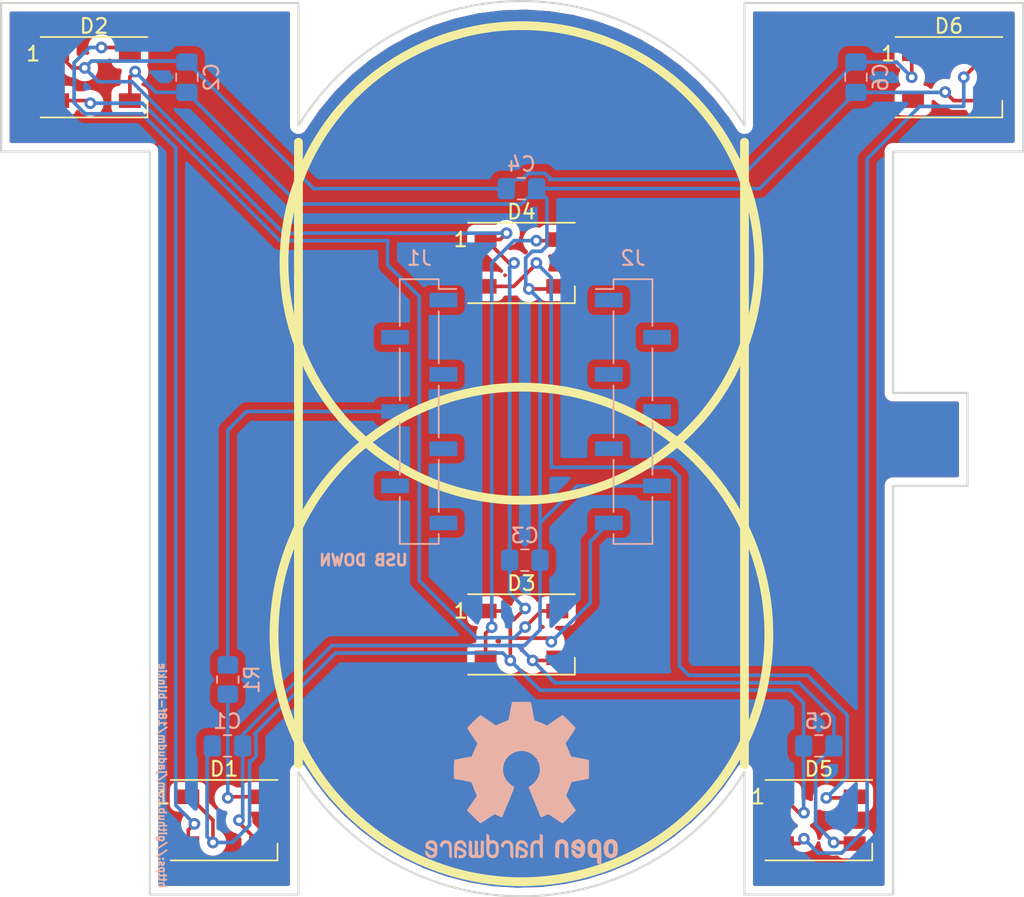
<source format=kicad_pcb>
(kicad_pcb (version 20171130) (host pcbnew 5.1.8-db9833491~87~ubuntu20.04.1)

  (general
    (thickness 1.6)
    (drawings 26)
    (tracks 210)
    (zones 0)
    (modules 16)
    (nets 22)
  )

  (page A4)
  (layers
    (0 F.Cu signal hide)
    (31 B.Cu signal)
    (32 B.Adhes user)
    (33 F.Adhes user)
    (34 B.Paste user)
    (35 F.Paste user)
    (36 B.SilkS user)
    (37 F.SilkS user)
    (38 B.Mask user)
    (39 F.Mask user)
    (40 Dwgs.User user)
    (41 Cmts.User user)
    (42 Eco1.User user)
    (43 Eco2.User user)
    (44 Edge.Cuts user)
    (45 Margin user)
    (46 B.CrtYd user)
    (47 F.CrtYd user)
    (48 B.Fab user)
    (49 F.Fab user)
  )

  (setup
    (last_trace_width 0.25)
    (trace_clearance 0.2)
    (zone_clearance 0.508)
    (zone_45_only no)
    (trace_min 0.2)
    (via_size 0.8)
    (via_drill 0.4)
    (via_min_size 0.4)
    (via_min_drill 0.3)
    (uvia_size 0.3)
    (uvia_drill 0.1)
    (uvias_allowed no)
    (uvia_min_size 0.2)
    (uvia_min_drill 0.1)
    (edge_width 0.05)
    (segment_width 0.2)
    (pcb_text_width 0.3)
    (pcb_text_size 1.5 1.5)
    (mod_edge_width 0.12)
    (mod_text_size 1 1)
    (mod_text_width 0.15)
    (pad_size 1.524 1.524)
    (pad_drill 0.762)
    (pad_to_mask_clearance 0)
    (aux_axis_origin 0 0)
    (visible_elements FFFFFF7F)
    (pcbplotparams
      (layerselection 0x010f0_ffffffff)
      (usegerberextensions false)
      (usegerberattributes true)
      (usegerberadvancedattributes true)
      (creategerberjobfile true)
      (excludeedgelayer true)
      (linewidth 0.100000)
      (plotframeref false)
      (viasonmask false)
      (mode 1)
      (useauxorigin false)
      (hpglpennumber 1)
      (hpglpenspeed 20)
      (hpglpendiameter 15.000000)
      (psnegative false)
      (psa4output false)
      (plotreference true)
      (plotvalue true)
      (plotinvisibletext false)
      (padsonsilk false)
      (subtractmaskfromsilk false)
      (outputformat 1)
      (mirror false)
      (drillshape 0)
      (scaleselection 1)
      (outputdirectory "/home/jadudm/Documents/GERBER/"))
  )

  (net 0 "")
  (net 1 "Net-(J1-Pad6)")
  (net 2 "Net-(J1-Pad4)")
  (net 3 "Net-(J1-Pad2)")
  (net 4 "Net-(J1-Pad7)")
  (net 5 "Net-(J1-Pad5)")
  (net 6 "Net-(J1-Pad3)")
  (net 7 "Net-(J1-Pad1)")
  (net 8 "Net-(J2-Pad4)")
  (net 9 "Net-(J2-Pad2)")
  (net 10 "Net-(J2-Pad5)")
  (net 11 "Net-(J2-Pad3)")
  (net 12 "Net-(J2-Pad1)")
  (net 13 "Net-(D1-Pad2)")
  (net 14 "Net-(D2-Pad2)")
  (net 15 "Net-(D3-Pad2)")
  (net 16 "Net-(D4-Pad2)")
  (net 17 "Net-(D5-Pad2)")
  (net 18 "Net-(D6-Pad2)")
  (net 19 5V)
  (net 20 GND)
  (net 21 DATA)

  (net_class Default "This is the default net class."
    (clearance 0.2)
    (trace_width 0.25)
    (via_dia 0.8)
    (via_drill 0.4)
    (uvia_dia 0.3)
    (uvia_drill 0.1)
    (add_net 5V)
    (add_net DATA)
    (add_net GND)
    (add_net "Net-(D1-Pad2)")
    (add_net "Net-(D2-Pad2)")
    (add_net "Net-(D3-Pad2)")
    (add_net "Net-(D4-Pad2)")
    (add_net "Net-(D5-Pad2)")
    (add_net "Net-(D6-Pad2)")
    (add_net "Net-(J1-Pad1)")
    (add_net "Net-(J1-Pad2)")
    (add_net "Net-(J1-Pad3)")
    (add_net "Net-(J1-Pad4)")
    (add_net "Net-(J1-Pad5)")
    (add_net "Net-(J1-Pad6)")
    (add_net "Net-(J1-Pad7)")
    (add_net "Net-(J2-Pad1)")
    (add_net "Net-(J2-Pad2)")
    (add_net "Net-(J2-Pad3)")
    (add_net "Net-(J2-Pad4)")
    (add_net "Net-(J2-Pad5)")
  )

  (module Symbol:OSHW-Logo2_14.6x12mm_SilkScreen (layer B.Cu) (tedit 0) (tstamp 5FAF6AA5)
    (at 88.9 149.86 180)
    (descr "Open Source Hardware Symbol")
    (tags "Logo Symbol OSHW")
    (attr virtual)
    (fp_text reference REF** (at 0 0) (layer B.SilkS) hide
      (effects (font (size 1 1) (thickness 0.15)) (justify mirror))
    )
    (fp_text value OSHW-Logo2_14.6x12mm_SilkScreen (at 0.75 0) (layer B.Fab) hide
      (effects (font (size 1 1) (thickness 0.15)) (justify mirror))
    )
    (fp_poly (pts (xy -4.8281 -3.861903) (xy -4.71655 -3.917522) (xy -4.618092 -4.019931) (xy -4.590977 -4.057864)
      (xy -4.561438 -4.1075) (xy -4.542272 -4.161412) (xy -4.531307 -4.233364) (xy -4.526371 -4.337122)
      (xy -4.525287 -4.474101) (xy -4.530182 -4.661815) (xy -4.547196 -4.802758) (xy -4.579823 -4.907908)
      (xy -4.631558 -4.988243) (xy -4.705896 -5.054741) (xy -4.711358 -5.058678) (xy -4.78462 -5.098953)
      (xy -4.87284 -5.11888) (xy -4.985038 -5.123793) (xy -5.167433 -5.123793) (xy -5.167509 -5.300857)
      (xy -5.169207 -5.39947) (xy -5.17955 -5.457314) (xy -5.206578 -5.492006) (xy -5.258332 -5.521164)
      (xy -5.270761 -5.527121) (xy -5.328923 -5.555039) (xy -5.373956 -5.572672) (xy -5.407441 -5.574194)
      (xy -5.430962 -5.553781) (xy -5.4461 -5.505607) (xy -5.454437 -5.423846) (xy -5.457556 -5.302672)
      (xy -5.45704 -5.13626) (xy -5.454471 -4.918785) (xy -5.453668 -4.853736) (xy -5.450778 -4.629502)
      (xy -5.448188 -4.482821) (xy -5.167586 -4.482821) (xy -5.166009 -4.607326) (xy -5.159 -4.688787)
      (xy -5.143142 -4.742515) (xy -5.115019 -4.783823) (xy -5.095925 -4.803971) (xy -5.017865 -4.862921)
      (xy -4.948753 -4.86772) (xy -4.87744 -4.819038) (xy -4.875632 -4.817241) (xy -4.846617 -4.779618)
      (xy -4.828967 -4.728484) (xy -4.820064 -4.649738) (xy -4.817291 -4.529276) (xy -4.817241 -4.502588)
      (xy -4.823942 -4.336583) (xy -4.845752 -4.221505) (xy -4.885235 -4.151254) (xy -4.944956 -4.119729)
      (xy -4.979472 -4.116552) (xy -5.061389 -4.13146) (xy -5.117579 -4.180548) (xy -5.151402 -4.270362)
      (xy -5.16622 -4.407445) (xy -5.167586 -4.482821) (xy -5.448188 -4.482821) (xy -5.447713 -4.455952)
      (xy -5.443753 -4.325382) (xy -5.438174 -4.230087) (xy -5.430254 -4.162364) (xy -5.419269 -4.114507)
      (xy -5.404499 -4.078813) (xy -5.385218 -4.047578) (xy -5.376951 -4.035824) (xy -5.267288 -3.924797)
      (xy -5.128635 -3.861847) (xy -4.968246 -3.844297) (xy -4.8281 -3.861903)) (layer B.SilkS) (width 0.01))
    (fp_poly (pts (xy -2.582571 -3.877719) (xy -2.488877 -3.931914) (xy -2.423736 -3.985707) (xy -2.376093 -4.042066)
      (xy -2.343272 -4.110987) (xy -2.322594 -4.202468) (xy -2.31138 -4.326506) (xy -2.306951 -4.493098)
      (xy -2.306437 -4.612851) (xy -2.306437 -5.053659) (xy -2.430517 -5.109283) (xy -2.554598 -5.164907)
      (xy -2.569195 -4.682095) (xy -2.575227 -4.501779) (xy -2.581555 -4.370901) (xy -2.589394 -4.280511)
      (xy -2.599963 -4.221664) (xy -2.614477 -4.185413) (xy -2.634152 -4.16281) (xy -2.640465 -4.157917)
      (xy -2.736112 -4.119706) (xy -2.832793 -4.134827) (xy -2.890345 -4.174943) (xy -2.913755 -4.20337)
      (xy -2.929961 -4.240672) (xy -2.940259 -4.297223) (xy -2.945951 -4.383394) (xy -2.948336 -4.509558)
      (xy -2.948736 -4.641042) (xy -2.948814 -4.805999) (xy -2.951639 -4.922761) (xy -2.961093 -5.00151)
      (xy -2.98106 -5.052431) (xy -3.015424 -5.085706) (xy -3.068068 -5.11152) (xy -3.138383 -5.138344)
      (xy -3.21518 -5.167542) (xy -3.206038 -4.649346) (xy -3.202357 -4.462539) (xy -3.19805 -4.32449)
      (xy -3.191877 -4.225568) (xy -3.182598 -4.156145) (xy -3.168973 -4.10659) (xy -3.149761 -4.067273)
      (xy -3.126598 -4.032584) (xy -3.014848 -3.92177) (xy -2.878487 -3.857689) (xy -2.730175 -3.842339)
      (xy -2.582571 -3.877719)) (layer B.SilkS) (width 0.01))
    (fp_poly (pts (xy -5.951779 -3.866015) (xy -5.814939 -3.937968) (xy -5.713949 -4.053766) (xy -5.678075 -4.128213)
      (xy -5.650161 -4.239992) (xy -5.635871 -4.381227) (xy -5.634516 -4.535371) (xy -5.645405 -4.685879)
      (xy -5.667847 -4.816205) (xy -5.70115 -4.909803) (xy -5.711385 -4.925922) (xy -5.832618 -5.046249)
      (xy -5.976613 -5.118317) (xy -6.132861 -5.139408) (xy -6.290852 -5.106802) (xy -6.33482 -5.087253)
      (xy -6.420444 -5.027012) (xy -6.495592 -4.947135) (xy -6.502694 -4.937004) (xy -6.531561 -4.888181)
      (xy -6.550643 -4.83599) (xy -6.561916 -4.767285) (xy -6.567355 -4.668918) (xy -6.568938 -4.527744)
      (xy -6.568965 -4.496092) (xy -6.568893 -4.486019) (xy -6.277011 -4.486019) (xy -6.275313 -4.619256)
      (xy -6.268628 -4.707674) (xy -6.254575 -4.764785) (xy -6.230771 -4.804102) (xy -6.218621 -4.817241)
      (xy -6.148764 -4.867172) (xy -6.080941 -4.864895) (xy -6.012365 -4.821584) (xy -5.971465 -4.775346)
      (xy -5.947242 -4.707857) (xy -5.933639 -4.601433) (xy -5.932706 -4.58902) (xy -5.930384 -4.396147)
      (xy -5.95465 -4.2529) (xy -6.005176 -4.16016) (xy -6.081632 -4.118807) (xy -6.108924 -4.116552)
      (xy -6.180589 -4.127893) (xy -6.22961 -4.167184) (xy -6.259582 -4.242326) (xy -6.274101 -4.361222)
      (xy -6.277011 -4.486019) (xy -6.568893 -4.486019) (xy -6.567878 -4.345659) (xy -6.563312 -4.240549)
      (xy -6.553312 -4.167714) (xy -6.535921 -4.114108) (xy -6.509184 -4.066681) (xy -6.503276 -4.057864)
      (xy -6.403968 -3.939007) (xy -6.295758 -3.870008) (xy -6.164019 -3.842619) (xy -6.119283 -3.841281)
      (xy -5.951779 -3.866015)) (layer B.SilkS) (width 0.01))
    (fp_poly (pts (xy -3.684448 -3.884676) (xy -3.569342 -3.962111) (xy -3.480389 -4.073949) (xy -3.427251 -4.216265)
      (xy -3.416503 -4.321015) (xy -3.417724 -4.364726) (xy -3.427944 -4.398194) (xy -3.456039 -4.428179)
      (xy -3.510884 -4.46144) (xy -3.601355 -4.504738) (xy -3.736328 -4.564833) (xy -3.737011 -4.565134)
      (xy -3.861249 -4.622037) (xy -3.963127 -4.672565) (xy -4.032233 -4.71128) (xy -4.058154 -4.73274)
      (xy -4.058161 -4.732913) (xy -4.035315 -4.779644) (xy -3.981891 -4.831154) (xy -3.920558 -4.868261)
      (xy -3.889485 -4.875632) (xy -3.804711 -4.850138) (xy -3.731707 -4.786291) (xy -3.696087 -4.716094)
      (xy -3.66182 -4.664343) (xy -3.594697 -4.605409) (xy -3.515792 -4.554496) (xy -3.446179 -4.526809)
      (xy -3.431623 -4.525287) (xy -3.415237 -4.550321) (xy -3.41425 -4.614311) (xy -3.426292 -4.700593)
      (xy -3.448993 -4.792501) (xy -3.479986 -4.873369) (xy -3.481552 -4.876509) (xy -3.574819 -5.006734)
      (xy -3.695696 -5.095311) (xy -3.832973 -5.138786) (xy -3.97544 -5.133706) (xy -4.111888 -5.076616)
      (xy -4.117955 -5.072602) (xy -4.22529 -4.975326) (xy -4.295868 -4.848409) (xy -4.334926 -4.681526)
      (xy -4.340168 -4.634639) (xy -4.349452 -4.413329) (xy -4.338322 -4.310124) (xy -4.058161 -4.310124)
      (xy -4.054521 -4.374503) (xy -4.034611 -4.393291) (xy -3.984974 -4.379235) (xy -3.906733 -4.346009)
      (xy -3.819274 -4.304359) (xy -3.817101 -4.303256) (xy -3.74297 -4.264265) (xy -3.713219 -4.238244)
      (xy -3.720555 -4.210965) (xy -3.751447 -4.175121) (xy -3.83004 -4.123251) (xy -3.914677 -4.119439)
      (xy -3.990597 -4.157189) (xy -4.043035 -4.230001) (xy -4.058161 -4.310124) (xy -4.338322 -4.310124)
      (xy -4.330356 -4.236261) (xy -4.281366 -4.095829) (xy -4.213164 -3.997447) (xy -4.090065 -3.89803)
      (xy -3.954472 -3.848711) (xy -3.816045 -3.845568) (xy -3.684448 -3.884676)) (layer B.SilkS) (width 0.01))
    (fp_poly (pts (xy -1.255402 -3.723857) (xy -1.246846 -3.843188) (xy -1.237019 -3.913506) (xy -1.223401 -3.944179)
      (xy -1.203473 -3.944571) (xy -1.197011 -3.94091) (xy -1.11106 -3.914398) (xy -0.999255 -3.915946)
      (xy -0.885586 -3.943199) (xy -0.81449 -3.978455) (xy -0.741595 -4.034778) (xy -0.688307 -4.098519)
      (xy -0.651725 -4.17951) (xy -0.62895 -4.287586) (xy -0.617081 -4.43258) (xy -0.613218 -4.624326)
      (xy -0.613149 -4.661109) (xy -0.613103 -5.074288) (xy -0.705046 -5.106339) (xy -0.770348 -5.128144)
      (xy -0.806176 -5.138297) (xy -0.80723 -5.138391) (xy -0.810758 -5.11086) (xy -0.813761 -5.034923)
      (xy -0.81601 -4.920565) (xy -0.817276 -4.777769) (xy -0.817471 -4.690951) (xy -0.817877 -4.519773)
      (xy -0.819968 -4.397088) (xy -0.825053 -4.313) (xy -0.83444 -4.257614) (xy -0.849439 -4.221032)
      (xy -0.871358 -4.193359) (xy -0.885043 -4.180032) (xy -0.979051 -4.126328) (xy -1.081636 -4.122307)
      (xy -1.17471 -4.167725) (xy -1.191922 -4.184123) (xy -1.217168 -4.214957) (xy -1.23468 -4.251531)
      (xy -1.245858 -4.304415) (xy -1.252104 -4.384177) (xy -1.254818 -4.501385) (xy -1.255402 -4.662991)
      (xy -1.255402 -5.074288) (xy -1.347345 -5.106339) (xy -1.412647 -5.128144) (xy -1.448475 -5.138297)
      (xy -1.449529 -5.138391) (xy -1.452225 -5.110448) (xy -1.454655 -5.03163) (xy -1.456722 -4.909453)
      (xy -1.458329 -4.751432) (xy -1.459377 -4.565083) (xy -1.459769 -4.35792) (xy -1.45977 -4.348706)
      (xy -1.45977 -3.55902) (xy -1.364885 -3.518997) (xy -1.27 -3.478973) (xy -1.255402 -3.723857)) (layer B.SilkS) (width 0.01))
    (fp_poly (pts (xy 0.079944 -3.92436) (xy 0.194343 -3.966842) (xy 0.195652 -3.967658) (xy 0.266403 -4.01973)
      (xy 0.318636 -4.080584) (xy 0.355371 -4.159887) (xy 0.379634 -4.267309) (xy 0.394445 -4.412517)
      (xy 0.402829 -4.605179) (xy 0.403564 -4.632628) (xy 0.41412 -5.046521) (xy 0.325291 -5.092456)
      (xy 0.261018 -5.123498) (xy 0.22221 -5.138206) (xy 0.220415 -5.138391) (xy 0.2137 -5.11125)
      (xy 0.208365 -5.038041) (xy 0.205083 -4.931081) (xy 0.204368 -4.844469) (xy 0.204351 -4.704162)
      (xy 0.197937 -4.616051) (xy 0.17558 -4.574025) (xy 0.127732 -4.571975) (xy 0.044849 -4.60379)
      (xy -0.080287 -4.662272) (xy -0.172303 -4.710845) (xy -0.219629 -4.752986) (xy -0.233542 -4.798916)
      (xy -0.233563 -4.801189) (xy -0.210605 -4.880311) (xy -0.14263 -4.923055) (xy -0.038602 -4.929246)
      (xy 0.03633 -4.928172) (xy 0.075839 -4.949753) (xy 0.100478 -5.001591) (xy 0.114659 -5.067632)
      (xy 0.094223 -5.105104) (xy 0.086528 -5.110467) (xy 0.014083 -5.132006) (xy -0.087367 -5.135055)
      (xy -0.191843 -5.120778) (xy -0.265875 -5.094688) (xy -0.368228 -5.007785) (xy -0.426409 -4.886816)
      (xy -0.437931 -4.792308) (xy -0.429138 -4.707062) (xy -0.39732 -4.637476) (xy -0.334316 -4.575672)
      (xy -0.231969 -4.513772) (xy -0.082118 -4.443897) (xy -0.072988 -4.439948) (xy 0.061997 -4.377588)
      (xy 0.145294 -4.326446) (xy 0.180997 -4.280488) (xy 0.173203 -4.233683) (xy 0.126007 -4.179998)
      (xy 0.111894 -4.167644) (xy 0.017359 -4.119741) (xy -0.080594 -4.121758) (xy -0.165903 -4.168724)
      (xy -0.222504 -4.255669) (xy -0.227763 -4.272734) (xy -0.278977 -4.355504) (xy -0.343963 -4.395372)
      (xy -0.437931 -4.434882) (xy -0.437931 -4.332658) (xy -0.409347 -4.184072) (xy -0.324505 -4.047784)
      (xy -0.280355 -4.002191) (xy -0.179995 -3.943674) (xy -0.052365 -3.917184) (xy 0.079944 -3.92436)) (layer B.SilkS) (width 0.01))
    (fp_poly (pts (xy 1.065943 -3.92192) (xy 1.198565 -3.970859) (xy 1.30601 -4.057419) (xy 1.348032 -4.118352)
      (xy 1.393843 -4.230161) (xy 1.392891 -4.311006) (xy 1.344808 -4.365378) (xy 1.327017 -4.374624)
      (xy 1.250204 -4.40345) (xy 1.210976 -4.396065) (xy 1.197689 -4.347658) (xy 1.197012 -4.32092)
      (xy 1.172686 -4.222548) (xy 1.109281 -4.153734) (xy 1.021154 -4.120498) (xy 0.922663 -4.128861)
      (xy 0.842602 -4.172296) (xy 0.815561 -4.197072) (xy 0.796394 -4.227129) (xy 0.783446 -4.272565)
      (xy 0.775064 -4.343476) (xy 0.769593 -4.44996) (xy 0.765378 -4.602112) (xy 0.764287 -4.650287)
      (xy 0.760307 -4.815095) (xy 0.755781 -4.931088) (xy 0.748995 -5.007833) (xy 0.738231 -5.054893)
      (xy 0.721773 -5.081835) (xy 0.697906 -5.098223) (xy 0.682626 -5.105463) (xy 0.617733 -5.13022)
      (xy 0.579534 -5.138391) (xy 0.566912 -5.111103) (xy 0.559208 -5.028603) (xy 0.55638 -4.889941)
      (xy 0.558386 -4.694162) (xy 0.559011 -4.663965) (xy 0.563421 -4.485349) (xy 0.568635 -4.354923)
      (xy 0.576055 -4.262492) (xy 0.587082 -4.197858) (xy 0.603117 -4.150825) (xy 0.625561 -4.111196)
      (xy 0.637302 -4.094215) (xy 0.704619 -4.01908) (xy 0.77991 -3.960638) (xy 0.789128 -3.955536)
      (xy 0.924133 -3.91526) (xy 1.065943 -3.92192)) (layer B.SilkS) (width 0.01))
    (fp_poly (pts (xy 2.393914 -4.154455) (xy 2.393543 -4.372661) (xy 2.392108 -4.540519) (xy 2.389002 -4.66607)
      (xy 2.383622 -4.757355) (xy 2.375362 -4.822415) (xy 2.363616 -4.869291) (xy 2.347781 -4.906024)
      (xy 2.33579 -4.926991) (xy 2.23649 -5.040694) (xy 2.110588 -5.111965) (xy 1.971291 -5.137538)
      (xy 1.831805 -5.11415) (xy 1.748743 -5.072119) (xy 1.661545 -4.999411) (xy 1.602117 -4.910612)
      (xy 1.566261 -4.79432) (xy 1.549781 -4.639135) (xy 1.547447 -4.525287) (xy 1.547761 -4.517106)
      (xy 1.751724 -4.517106) (xy 1.75297 -4.647657) (xy 1.758678 -4.73408) (xy 1.771804 -4.790618)
      (xy 1.795306 -4.831514) (xy 1.823386 -4.862362) (xy 1.917688 -4.921905) (xy 2.01894 -4.926992)
      (xy 2.114636 -4.877279) (xy 2.122084 -4.870543) (xy 2.153874 -4.835502) (xy 2.173808 -4.793811)
      (xy 2.1846 -4.731762) (xy 2.188965 -4.635644) (xy 2.189655 -4.529379) (xy 2.188159 -4.39588)
      (xy 2.181964 -4.306822) (xy 2.168514 -4.248293) (xy 2.145251 -4.206382) (xy 2.126175 -4.184123)
      (xy 2.037563 -4.127985) (xy 1.935508 -4.121235) (xy 1.838095 -4.164114) (xy 1.819296 -4.180032)
      (xy 1.787293 -4.215382) (xy 1.767318 -4.257502) (xy 1.756593 -4.320251) (xy 1.752339 -4.417487)
      (xy 1.751724 -4.517106) (xy 1.547761 -4.517106) (xy 1.554504 -4.341947) (xy 1.578472 -4.204195)
      (xy 1.623548 -4.100632) (xy 1.693928 -4.019856) (xy 1.748743 -3.978455) (xy 1.848376 -3.933728)
      (xy 1.963855 -3.912967) (xy 2.071199 -3.918525) (xy 2.131264 -3.940943) (xy 2.154835 -3.947323)
      (xy 2.170477 -3.923535) (xy 2.181395 -3.859788) (xy 2.189655 -3.762687) (xy 2.198699 -3.654541)
      (xy 2.211261 -3.589475) (xy 2.234119 -3.552268) (xy 2.274051 -3.527699) (xy 2.299138 -3.516819)
      (xy 2.394023 -3.477072) (xy 2.393914 -4.154455)) (layer B.SilkS) (width 0.01))
    (fp_poly (pts (xy 3.580124 -3.93984) (xy 3.584579 -4.016653) (xy 3.588071 -4.133391) (xy 3.590315 -4.280821)
      (xy 3.591035 -4.435455) (xy 3.591035 -4.958727) (xy 3.498645 -5.051117) (xy 3.434978 -5.108047)
      (xy 3.379089 -5.131107) (xy 3.302702 -5.129647) (xy 3.27238 -5.125934) (xy 3.17761 -5.115126)
      (xy 3.099222 -5.108933) (xy 3.080115 -5.108361) (xy 3.015699 -5.112102) (xy 2.923571 -5.121494)
      (xy 2.88785 -5.125934) (xy 2.800114 -5.132801) (xy 2.741153 -5.117885) (xy 2.68269 -5.071835)
      (xy 2.661585 -5.051117) (xy 2.569195 -4.958727) (xy 2.569195 -3.979947) (xy 2.643558 -3.946066)
      (xy 2.70759 -3.92097) (xy 2.745052 -3.912184) (xy 2.754657 -3.93995) (xy 2.763635 -4.01753)
      (xy 2.771386 -4.136348) (xy 2.777314 -4.287828) (xy 2.780173 -4.415805) (xy 2.788161 -4.919425)
      (xy 2.857848 -4.929278) (xy 2.921229 -4.922389) (xy 2.952286 -4.900083) (xy 2.960967 -4.858379)
      (xy 2.968378 -4.769544) (xy 2.973931 -4.644834) (xy 2.977036 -4.495507) (xy 2.977484 -4.418661)
      (xy 2.977931 -3.976287) (xy 3.069874 -3.944235) (xy 3.134949 -3.922443) (xy 3.170347 -3.912281)
      (xy 3.171368 -3.912184) (xy 3.17492 -3.939809) (xy 3.178823 -4.016411) (xy 3.182751 -4.132579)
      (xy 3.186376 -4.278904) (xy 3.188908 -4.415805) (xy 3.196897 -4.919425) (xy 3.372069 -4.919425)
      (xy 3.380107 -4.459965) (xy 3.388146 -4.000505) (xy 3.473543 -3.956344) (xy 3.536593 -3.926019)
      (xy 3.57391 -3.912258) (xy 3.574987 -3.912184) (xy 3.580124 -3.93984)) (layer B.SilkS) (width 0.01))
    (fp_poly (pts (xy 4.314406 -3.935156) (xy 4.398469 -3.973393) (xy 4.46445 -4.019726) (xy 4.512794 -4.071532)
      (xy 4.546172 -4.138363) (xy 4.567253 -4.229769) (xy 4.578707 -4.355301) (xy 4.583203 -4.524508)
      (xy 4.583678 -4.635933) (xy 4.583678 -5.070627) (xy 4.509316 -5.104509) (xy 4.450746 -5.129272)
      (xy 4.42173 -5.138391) (xy 4.416179 -5.111257) (xy 4.411775 -5.038094) (xy 4.409078 -4.931263)
      (xy 4.408506 -4.846437) (xy 4.406046 -4.723887) (xy 4.399412 -4.626668) (xy 4.389726 -4.567134)
      (xy 4.382032 -4.554483) (xy 4.330311 -4.567402) (xy 4.249117 -4.600539) (xy 4.155102 -4.645461)
      (xy 4.064917 -4.693735) (xy 3.995215 -4.736928) (xy 3.962648 -4.766608) (xy 3.962519 -4.766929)
      (xy 3.96532 -4.821857) (xy 3.990439 -4.874292) (xy 4.034541 -4.916881) (xy 4.098909 -4.931126)
      (xy 4.153921 -4.929466) (xy 4.231835 -4.928245) (xy 4.272732 -4.946498) (xy 4.297295 -4.994726)
      (xy 4.300392 -5.00382) (xy 4.31104 -5.072598) (xy 4.282565 -5.11436) (xy 4.208344 -5.134263)
      (xy 4.128168 -5.137944) (xy 3.98389 -5.110658) (xy 3.909203 -5.07169) (xy 3.816963 -4.980148)
      (xy 3.768043 -4.867782) (xy 3.763654 -4.749051) (xy 3.805001 -4.638411) (xy 3.867197 -4.56908)
      (xy 3.929294 -4.530265) (xy 4.026895 -4.481125) (xy 4.140632 -4.431292) (xy 4.15959 -4.423677)
      (xy 4.284521 -4.368545) (xy 4.356539 -4.319954) (xy 4.3797 -4.271647) (xy 4.358064 -4.21737)
      (xy 4.32092 -4.174943) (xy 4.233127 -4.122702) (xy 4.13653 -4.118784) (xy 4.047944 -4.159041)
      (xy 3.984186 -4.239326) (xy 3.975817 -4.26004) (xy 3.927096 -4.336225) (xy 3.855965 -4.392785)
      (xy 3.766207 -4.439201) (xy 3.766207 -4.307584) (xy 3.77149 -4.227168) (xy 3.794142 -4.163786)
      (xy 3.844367 -4.096163) (xy 3.892582 -4.044076) (xy 3.967554 -3.970322) (xy 4.025806 -3.930702)
      (xy 4.088372 -3.91481) (xy 4.159193 -3.912184) (xy 4.314406 -3.935156)) (layer B.SilkS) (width 0.01))
    (fp_poly (pts (xy 5.33569 -3.940018) (xy 5.370585 -3.955269) (xy 5.453877 -4.021235) (xy 5.525103 -4.116618)
      (xy 5.569153 -4.218406) (xy 5.576322 -4.268587) (xy 5.552285 -4.338647) (xy 5.499561 -4.375717)
      (xy 5.443031 -4.398164) (xy 5.417146 -4.4023) (xy 5.404542 -4.372283) (xy 5.379654 -4.306961)
      (xy 5.368735 -4.277445) (xy 5.307508 -4.175348) (xy 5.218861 -4.124423) (xy 5.105193 -4.125989)
      (xy 5.096774 -4.127994) (xy 5.036088 -4.156767) (xy 4.991474 -4.212859) (xy 4.961002 -4.303163)
      (xy 4.942744 -4.434571) (xy 4.934771 -4.613974) (xy 4.934023 -4.709433) (xy 4.933652 -4.859913)
      (xy 4.931223 -4.962495) (xy 4.92476 -5.027672) (xy 4.912288 -5.065938) (xy 4.891833 -5.087785)
      (xy 4.861419 -5.103707) (xy 4.859661 -5.104509) (xy 4.801091 -5.129272) (xy 4.772075 -5.138391)
      (xy 4.767616 -5.110822) (xy 4.763799 -5.03462) (xy 4.760899 -4.919541) (xy 4.759191 -4.775341)
      (xy 4.758851 -4.669814) (xy 4.760588 -4.465613) (xy 4.767382 -4.310697) (xy 4.781607 -4.196024)
      (xy 4.805638 -4.112551) (xy 4.841848 -4.051236) (xy 4.892612 -4.003034) (xy 4.942739 -3.969393)
      (xy 5.063275 -3.924619) (xy 5.203557 -3.914521) (xy 5.33569 -3.940018)) (layer B.SilkS) (width 0.01))
    (fp_poly (pts (xy 6.343439 -3.95654) (xy 6.45895 -4.032034) (xy 6.514664 -4.099617) (xy 6.558804 -4.222255)
      (xy 6.562309 -4.319298) (xy 6.554368 -4.449056) (xy 6.255115 -4.580039) (xy 6.109611 -4.646958)
      (xy 6.014537 -4.70079) (xy 5.965101 -4.747416) (xy 5.956511 -4.79272) (xy 5.983972 -4.842582)
      (xy 6.014253 -4.875632) (xy 6.102363 -4.928633) (xy 6.198196 -4.932347) (xy 6.286212 -4.891041)
      (xy 6.350869 -4.808983) (xy 6.362433 -4.780008) (xy 6.417825 -4.689509) (xy 6.481553 -4.65094)
      (xy 6.568966 -4.617946) (xy 6.568966 -4.743034) (xy 6.561238 -4.828156) (xy 6.530966 -4.899938)
      (xy 6.467518 -4.982356) (xy 6.458088 -4.993066) (xy 6.387513 -5.066391) (xy 6.326847 -5.105742)
      (xy 6.25095 -5.123845) (xy 6.18803 -5.129774) (xy 6.075487 -5.131251) (xy 5.99537 -5.112535)
      (xy 5.94539 -5.084747) (xy 5.866838 -5.023641) (xy 5.812463 -4.957554) (xy 5.778052 -4.874441)
      (xy 5.759388 -4.762254) (xy 5.752256 -4.608946) (xy 5.751687 -4.531136) (xy 5.753622 -4.437853)
      (xy 5.929899 -4.437853) (xy 5.931944 -4.487896) (xy 5.937039 -4.496092) (xy 5.970666 -4.484958)
      (xy 6.04303 -4.455493) (xy 6.139747 -4.413601) (xy 6.159973 -4.404597) (xy 6.282203 -4.342442)
      (xy 6.349547 -4.287815) (xy 6.364348 -4.236649) (xy 6.328947 -4.184876) (xy 6.299711 -4.162)
      (xy 6.194216 -4.11625) (xy 6.095476 -4.123808) (xy 6.012812 -4.179651) (xy 5.955548 -4.278753)
      (xy 5.937188 -4.357414) (xy 5.929899 -4.437853) (xy 5.753622 -4.437853) (xy 5.755459 -4.349351)
      (xy 5.769359 -4.214853) (xy 5.796894 -4.116916) (xy 5.841572 -4.044811) (xy 5.906901 -3.987813)
      (xy 5.935383 -3.969393) (xy 6.064763 -3.921422) (xy 6.206412 -3.918403) (xy 6.343439 -3.95654)) (layer B.SilkS) (width 0.01))
    (fp_poly (pts (xy 0.209014 5.547002) (xy 0.367006 5.546137) (xy 0.481347 5.543795) (xy 0.559407 5.539238)
      (xy 0.608554 5.53173) (xy 0.636159 5.520534) (xy 0.649592 5.504912) (xy 0.656221 5.484127)
      (xy 0.656865 5.481437) (xy 0.666935 5.432887) (xy 0.685575 5.337095) (xy 0.710845 5.204257)
      (xy 0.740807 5.044569) (xy 0.773522 4.868226) (xy 0.774664 4.862033) (xy 0.807433 4.689218)
      (xy 0.838093 4.536531) (xy 0.864664 4.413129) (xy 0.885167 4.328169) (xy 0.897626 4.29081)
      (xy 0.89822 4.290148) (xy 0.934919 4.271905) (xy 1.010586 4.241503) (xy 1.108878 4.205507)
      (xy 1.109425 4.205315) (xy 1.233233 4.158778) (xy 1.379196 4.099496) (xy 1.516781 4.039891)
      (xy 1.523293 4.036944) (xy 1.74739 3.935235) (xy 2.243619 4.274103) (xy 2.395846 4.377408)
      (xy 2.533741 4.469763) (xy 2.649315 4.545916) (xy 2.734579 4.600615) (xy 2.781544 4.628607)
      (xy 2.786004 4.630683) (xy 2.820134 4.62144) (xy 2.883881 4.576844) (xy 2.979731 4.494791)
      (xy 3.110169 4.373179) (xy 3.243328 4.243795) (xy 3.371694 4.116298) (xy 3.486581 3.999954)
      (xy 3.581073 3.901948) (xy 3.648253 3.829464) (xy 3.681206 3.789687) (xy 3.682432 3.787639)
      (xy 3.686074 3.760344) (xy 3.67235 3.715766) (xy 3.637869 3.647888) (xy 3.579239 3.550689)
      (xy 3.49307 3.418149) (xy 3.3782 3.247524) (xy 3.276254 3.097345) (xy 3.185123 2.96265)
      (xy 3.110073 2.85126) (xy 3.056369 2.770995) (xy 3.02928 2.729675) (xy 3.027574 2.72687)
      (xy 3.030882 2.687279) (xy 3.055953 2.610331) (xy 3.097798 2.510568) (xy 3.112712 2.478709)
      (xy 3.177786 2.336774) (xy 3.247212 2.175727) (xy 3.303609 2.036379) (xy 3.344247 1.932956)
      (xy 3.376526 1.854358) (xy 3.395178 1.81328) (xy 3.397497 1.810115) (xy 3.431803 1.804872)
      (xy 3.512669 1.790506) (xy 3.629343 1.769063) (xy 3.771075 1.742587) (xy 3.92711 1.713123)
      (xy 4.086698 1.682717) (xy 4.239085 1.653412) (xy 4.373521 1.627255) (xy 4.479252 1.60629)
      (xy 4.545526 1.592561) (xy 4.561782 1.58868) (xy 4.578573 1.5791) (xy 4.591249 1.557464)
      (xy 4.600378 1.516469) (xy 4.606531 1.448811) (xy 4.61028 1.347188) (xy 4.612192 1.204297)
      (xy 4.61284 1.012835) (xy 4.612874 0.934355) (xy 4.612874 0.296094) (xy 4.459598 0.26584)
      (xy 4.374322 0.249436) (xy 4.24707 0.225491) (xy 4.093315 0.196893) (xy 3.928534 0.166533)
      (xy 3.882989 0.158194) (xy 3.730932 0.12863) (xy 3.598468 0.099558) (xy 3.496714 0.073671)
      (xy 3.436788 0.053663) (xy 3.426805 0.047699) (xy 3.402293 0.005466) (xy 3.367148 -0.07637)
      (xy 3.328173 -0.181683) (xy 3.320442 -0.204368) (xy 3.26936 -0.345018) (xy 3.205954 -0.503714)
      (xy 3.143904 -0.646225) (xy 3.143598 -0.646886) (xy 3.040267 -0.87044) (xy 3.719961 -1.870232)
      (xy 3.283621 -2.3073) (xy 3.151649 -2.437381) (xy 3.031279 -2.552048) (xy 2.929273 -2.645181)
      (xy 2.852391 -2.710658) (xy 2.807393 -2.742357) (xy 2.800938 -2.744368) (xy 2.76304 -2.728529)
      (xy 2.685708 -2.684496) (xy 2.577389 -2.61749) (xy 2.446532 -2.532734) (xy 2.305052 -2.437816)
      (xy 2.161461 -2.340998) (xy 2.033435 -2.256751) (xy 1.929105 -2.190258) (xy 1.8566 -2.146702)
      (xy 1.824158 -2.131264) (xy 1.784576 -2.144328) (xy 1.709519 -2.17875) (xy 1.614468 -2.22738)
      (xy 1.604392 -2.232785) (xy 1.476391 -2.29698) (xy 1.388618 -2.328463) (xy 1.334028 -2.328798)
      (xy 1.305575 -2.299548) (xy 1.30541 -2.299138) (xy 1.291188 -2.264498) (xy 1.257269 -2.182269)
      (xy 1.206284 -2.058814) (xy 1.140862 -1.900498) (xy 1.063634 -1.713686) (xy 0.977229 -1.504742)
      (xy 0.893551 -1.302446) (xy 0.801588 -1.0792) (xy 0.71715 -0.872392) (xy 0.642769 -0.688362)
      (xy 0.580974 -0.533451) (xy 0.534297 -0.413996) (xy 0.505268 -0.336339) (xy 0.496322 -0.307356)
      (xy 0.518756 -0.27411) (xy 0.577439 -0.221123) (xy 0.655689 -0.162704) (xy 0.878534 0.022048)
      (xy 1.052718 0.233818) (xy 1.176154 0.468144) (xy 1.246754 0.720566) (xy 1.262431 0.986623)
      (xy 1.251036 1.109425) (xy 1.18895 1.364207) (xy 1.082023 1.589199) (xy 0.936889 1.782183)
      (xy 0.760178 1.940939) (xy 0.558522 2.06325) (xy 0.338554 2.146895) (xy 0.106906 2.189656)
      (xy -0.129791 2.189313) (xy -0.364905 2.143648) (xy -0.591804 2.050441) (xy -0.803856 1.907473)
      (xy -0.892364 1.826617) (xy -1.062111 1.618993) (xy -1.180301 1.392105) (xy -1.247722 1.152567)
      (xy -1.26516 0.906993) (xy -1.233402 0.661997) (xy -1.153235 0.424192) (xy -1.025445 0.200193)
      (xy -0.85082 -0.003387) (xy -0.655688 -0.162704) (xy -0.574409 -0.223602) (xy -0.516991 -0.276015)
      (xy -0.496322 -0.307406) (xy -0.507144 -0.341639) (xy -0.537923 -0.423419) (xy -0.586126 -0.546407)
      (xy -0.649222 -0.704263) (xy -0.724678 -0.890649) (xy -0.809962 -1.099226) (xy -0.893781 -1.302496)
      (xy -0.986255 -1.525933) (xy -1.071911 -1.732984) (xy -1.148118 -1.917286) (xy -1.212247 -2.072475)
      (xy -1.261668 -2.192188) (xy -1.293752 -2.270061) (xy -1.305641 -2.299138) (xy -1.333726 -2.328677)
      (xy -1.388051 -2.328591) (xy -1.475605 -2.297326) (xy -1.603381 -2.233329) (xy -1.604392 -2.232785)
      (xy -1.700598 -2.183121) (xy -1.778369 -2.146945) (xy -1.822223 -2.131408) (xy -1.824158 -2.131264)
      (xy -1.857171 -2.147024) (xy -1.930054 -2.19085) (xy -2.034678 -2.257557) (xy -2.16291 -2.341964)
      (xy -2.305052 -2.437816) (xy -2.449767 -2.534867) (xy -2.580196 -2.61927) (xy -2.68789 -2.685801)
      (xy -2.764402 -2.729238) (xy -2.800938 -2.744368) (xy -2.834582 -2.724482) (xy -2.902224 -2.668903)
      (xy -2.997107 -2.583754) (xy -3.11247 -2.475153) (xy -3.241555 -2.349221) (xy -3.283771 -2.307149)
      (xy -3.720261 -1.869931) (xy -3.388023 -1.38234) (xy -3.287054 -1.232605) (xy -3.198438 -1.09822)
      (xy -3.127146 -0.986969) (xy -3.07815 -0.906639) (xy -3.056422 -0.865014) (xy -3.055785 -0.862053)
      (xy -3.06724 -0.822818) (xy -3.098051 -0.743895) (xy -3.142884 -0.638509) (xy -3.174353 -0.567954)
      (xy -3.233192 -0.432876) (xy -3.288604 -0.296409) (xy -3.331564 -0.181103) (xy -3.343234 -0.145977)
      (xy -3.376389 -0.052174) (xy -3.408799 0.020306) (xy -3.426601 0.047699) (xy -3.465886 0.064464)
      (xy -3.551626 0.08823) (xy -3.672697 0.116303) (xy -3.817973 0.145991) (xy -3.882988 0.158194)
      (xy -4.048087 0.188532) (xy -4.206448 0.217907) (xy -4.342596 0.243431) (xy -4.441057 0.262215)
      (xy -4.459598 0.26584) (xy -4.612873 0.296094) (xy -4.612873 0.934355) (xy -4.612529 1.14423)
      (xy -4.611116 1.30302) (xy -4.608064 1.418027) (xy -4.602803 1.496554) (xy -4.594763 1.545904)
      (xy -4.583373 1.573381) (xy -4.568063 1.586287) (xy -4.561782 1.58868) (xy -4.523896 1.597167)
      (xy -4.440195 1.6141) (xy -4.321433 1.637434) (xy -4.178361 1.665125) (xy -4.021732 1.695127)
      (xy -3.862297 1.725396) (xy -3.710809 1.753885) (xy -3.578019 1.778551) (xy -3.474681 1.797349)
      (xy -3.411545 1.808233) (xy -3.397497 1.810115) (xy -3.38477 1.835296) (xy -3.3566 1.902378)
      (xy -3.318252 1.998667) (xy -3.303609 2.036379) (xy -3.244548 2.182079) (xy -3.175 2.343049)
      (xy -3.112712 2.478709) (xy -3.066879 2.582439) (xy -3.036387 2.667674) (xy -3.026208 2.719874)
      (xy -3.027831 2.72687) (xy -3.049343 2.759898) (xy -3.098465 2.833357) (xy -3.169923 2.939423)
      (xy -3.258445 3.070274) (xy -3.358759 3.218088) (xy -3.378594 3.247266) (xy -3.494988 3.420137)
      (xy -3.580548 3.551774) (xy -3.638684 3.648239) (xy -3.672808 3.715592) (xy -3.686331 3.759894)
      (xy -3.682664 3.787206) (xy -3.68257 3.78738) (xy -3.653707 3.823254) (xy -3.589867 3.892609)
      (xy -3.497969 3.988255) (xy -3.384933 4.103001) (xy -3.257679 4.229659) (xy -3.243328 4.243795)
      (xy -3.082957 4.399097) (xy -2.959195 4.51313) (xy -2.869555 4.587998) (xy -2.811552 4.625804)
      (xy -2.786004 4.630683) (xy -2.748718 4.609397) (xy -2.671343 4.560227) (xy -2.561867 4.488425)
      (xy -2.42828 4.399245) (xy -2.27857 4.297937) (xy -2.243618 4.274103) (xy -1.74739 3.935235)
      (xy -1.523293 4.036944) (xy -1.387011 4.096217) (xy -1.240724 4.15583) (xy -1.114965 4.20336)
      (xy -1.109425 4.205315) (xy -1.011057 4.241323) (xy -0.935229 4.271771) (xy -0.898282 4.290095)
      (xy -0.89822 4.290148) (xy -0.886496 4.323271) (xy -0.866568 4.404733) (xy -0.840413 4.525375)
      (xy -0.81001 4.676041) (xy -0.777337 4.847572) (xy -0.774664 4.862033) (xy -0.74189 5.038765)
      (xy -0.711802 5.19919) (xy -0.686339 5.333112) (xy -0.667441 5.430337) (xy -0.657047 5.480668)
      (xy -0.656865 5.481437) (xy -0.650539 5.502847) (xy -0.638239 5.519012) (xy -0.612594 5.530669)
      (xy -0.566235 5.538555) (xy -0.491792 5.543407) (xy -0.381895 5.545961) (xy -0.229175 5.546955)
      (xy -0.026262 5.547126) (xy 0 5.547126) (xy 0.209014 5.547002)) (layer B.SilkS) (width 0.01))
  )

  (module Resistor_SMD:R_0805_2012Metric_Pad1.20x1.40mm_HandSolder (layer B.Cu) (tedit 5F68FEEE) (tstamp 5FAA3CE8)
    (at 68.831982 142.785944 90)
    (descr "Resistor SMD 0805 (2012 Metric), square (rectangular) end terminal, IPC_7351 nominal with elongated pad for handsoldering. (Body size source: IPC-SM-782 page 72, https://www.pcb-3d.com/wordpress/wp-content/uploads/ipc-sm-782a_amendment_1_and_2.pdf), generated with kicad-footprint-generator")
    (tags "resistor handsolder")
    (path /5FB36435)
    (attr smd)
    (fp_text reference R1 (at 0 1.65 90) (layer B.SilkS)
      (effects (font (size 1 1) (thickness 0.15)) (justify mirror))
    )
    (fp_text value 220 (at 0 -1.65 90) (layer B.Fab)
      (effects (font (size 1 1) (thickness 0.15)) (justify mirror))
    )
    (fp_text user %R (at 0 0 90) (layer B.Fab)
      (effects (font (size 0.5 0.5) (thickness 0.08)) (justify mirror))
    )
    (fp_line (start -1 -0.625) (end -1 0.625) (layer B.Fab) (width 0.1))
    (fp_line (start -1 0.625) (end 1 0.625) (layer B.Fab) (width 0.1))
    (fp_line (start 1 0.625) (end 1 -0.625) (layer B.Fab) (width 0.1))
    (fp_line (start 1 -0.625) (end -1 -0.625) (layer B.Fab) (width 0.1))
    (fp_line (start -0.227064 0.735) (end 0.227064 0.735) (layer B.SilkS) (width 0.12))
    (fp_line (start -0.227064 -0.735) (end 0.227064 -0.735) (layer B.SilkS) (width 0.12))
    (fp_line (start -1.85 -0.95) (end -1.85 0.95) (layer B.CrtYd) (width 0.05))
    (fp_line (start -1.85 0.95) (end 1.85 0.95) (layer B.CrtYd) (width 0.05))
    (fp_line (start 1.85 0.95) (end 1.85 -0.95) (layer B.CrtYd) (width 0.05))
    (fp_line (start 1.85 -0.95) (end -1.85 -0.95) (layer B.CrtYd) (width 0.05))
    (pad 2 smd roundrect (at 1 0 90) (size 1.2 1.4) (layers B.Cu B.Paste B.Mask) (roundrect_rratio 0.208333)
      (net 2 "Net-(J1-Pad4)"))
    (pad 1 smd roundrect (at -1 0 90) (size 1.2 1.4) (layers B.Cu B.Paste B.Mask) (roundrect_rratio 0.208333)
      (net 21 DATA))
    (model ${KISYS3DMOD}/Resistor_SMD.3dshapes/R_0805_2012Metric.wrl
      (at (xyz 0 0 0))
      (scale (xyz 1 1 1))
      (rotate (xyz 0 0 0))
    )
  )

  (module Connector_PinSocket_2.54mm:PinSocket_1x07_P2.54mm_Vertical_SMD_Pin1Left (layer B.Cu) (tedit 5A19A427) (tstamp 5FAA29EE)
    (at 81.915 124.46 180)
    (descr "surface-mounted straight socket strip, 1x07, 2.54mm pitch, single row, style 1 (pin 1 left) (https://cdn.harwin.com/pdfs/M20-786.pdf), script generated")
    (tags "Surface mounted socket strip SMD 1x07 2.54mm single row style1 pin1 left")
    (path /5FB1CD59)
    (attr smd)
    (fp_text reference J1 (at 0 10.49) (layer B.SilkS)
      (effects (font (size 1 1) (thickness 0.15)) (justify mirror))
    )
    (fp_text value Conn_01x07_Female (at 0 -10.49) (layer B.Fab) hide
      (effects (font (size 1 1) (thickness 0.15)) (justify mirror))
    )
    (fp_text user %R (at 0 0 270) (layer B.Fab)
      (effects (font (size 1 1) (thickness 0.15)) (justify mirror))
    )
    (fp_line (start -1.33 9.05) (end 1.33 9.05) (layer B.SilkS) (width 0.12))
    (fp_line (start 1.33 9.05) (end 1.33 5.84) (layer B.SilkS) (width 0.12))
    (fp_line (start 1.33 4.32) (end 1.33 0.76) (layer B.SilkS) (width 0.12))
    (fp_line (start 1.33 -0.76) (end 1.33 -4.32) (layer B.SilkS) (width 0.12))
    (fp_line (start 1.33 -5.84) (end 1.33 -9.05) (layer B.SilkS) (width 0.12))
    (fp_line (start -1.33 -9.05) (end 1.33 -9.05) (layer B.SilkS) (width 0.12))
    (fp_line (start -1.33 9.05) (end -1.33 8.38) (layer B.SilkS) (width 0.12))
    (fp_line (start -1.33 6.86) (end -1.33 3.3) (layer B.SilkS) (width 0.12))
    (fp_line (start -1.33 1.78) (end -1.33 -1.78) (layer B.SilkS) (width 0.12))
    (fp_line (start -1.33 -3.3) (end -1.33 -6.86) (layer B.SilkS) (width 0.12))
    (fp_line (start -1.33 -8.38) (end -1.33 -9.05) (layer B.SilkS) (width 0.12))
    (fp_line (start -2.54 8.38) (end -1.33 8.38) (layer B.SilkS) (width 0.12))
    (fp_line (start -0.635 8.99) (end 1.27 8.99) (layer B.Fab) (width 0.1))
    (fp_line (start 1.27 8.99) (end 1.27 -8.99) (layer B.Fab) (width 0.1))
    (fp_line (start 1.27 -8.99) (end -1.27 -8.99) (layer B.Fab) (width 0.1))
    (fp_line (start -1.27 -8.99) (end -1.27 8.355) (layer B.Fab) (width 0.1))
    (fp_line (start -1.27 8.355) (end -0.635 8.99) (layer B.Fab) (width 0.1))
    (fp_line (start -2.27 7.92) (end -1.27 7.92) (layer B.Fab) (width 0.1))
    (fp_line (start -1.27 7.32) (end -2.27 7.32) (layer B.Fab) (width 0.1))
    (fp_line (start -2.27 7.32) (end -2.27 7.92) (layer B.Fab) (width 0.1))
    (fp_line (start 1.27 5.38) (end 2.27 5.38) (layer B.Fab) (width 0.1))
    (fp_line (start 2.27 5.38) (end 2.27 4.78) (layer B.Fab) (width 0.1))
    (fp_line (start 2.27 4.78) (end 1.27 4.78) (layer B.Fab) (width 0.1))
    (fp_line (start -2.27 2.84) (end -1.27 2.84) (layer B.Fab) (width 0.1))
    (fp_line (start -1.27 2.24) (end -2.27 2.24) (layer B.Fab) (width 0.1))
    (fp_line (start -2.27 2.24) (end -2.27 2.84) (layer B.Fab) (width 0.1))
    (fp_line (start 1.27 0.3) (end 2.27 0.3) (layer B.Fab) (width 0.1))
    (fp_line (start 2.27 0.3) (end 2.27 -0.3) (layer B.Fab) (width 0.1))
    (fp_line (start 2.27 -0.3) (end 1.27 -0.3) (layer B.Fab) (width 0.1))
    (fp_line (start -2.27 -2.24) (end -1.27 -2.24) (layer B.Fab) (width 0.1))
    (fp_line (start -1.27 -2.84) (end -2.27 -2.84) (layer B.Fab) (width 0.1))
    (fp_line (start -2.27 -2.84) (end -2.27 -2.24) (layer B.Fab) (width 0.1))
    (fp_line (start 1.27 -4.78) (end 2.27 -4.78) (layer B.Fab) (width 0.1))
    (fp_line (start 2.27 -4.78) (end 2.27 -5.38) (layer B.Fab) (width 0.1))
    (fp_line (start 2.27 -5.38) (end 1.27 -5.38) (layer B.Fab) (width 0.1))
    (fp_line (start -2.27 -7.32) (end -1.27 -7.32) (layer B.Fab) (width 0.1))
    (fp_line (start -1.27 -7.92) (end -2.27 -7.92) (layer B.Fab) (width 0.1))
    (fp_line (start -2.27 -7.92) (end -2.27 -7.32) (layer B.Fab) (width 0.1))
    (fp_line (start -3.1 9.5) (end 3.1 9.5) (layer B.CrtYd) (width 0.05))
    (fp_line (start 3.1 9.5) (end 3.1 -9.5) (layer B.CrtYd) (width 0.05))
    (fp_line (start 3.1 -9.5) (end -3.1 -9.5) (layer B.CrtYd) (width 0.05))
    (fp_line (start -3.1 -9.5) (end -3.1 9.5) (layer B.CrtYd) (width 0.05))
    (pad 6 smd rect (at 1.65 -5.08 180) (size 1.9 1) (layers B.Cu B.Paste B.Mask)
      (net 1 "Net-(J1-Pad6)"))
    (pad 4 smd rect (at 1.65 0 180) (size 1.9 1) (layers B.Cu B.Paste B.Mask)
      (net 2 "Net-(J1-Pad4)"))
    (pad 2 smd rect (at 1.65 5.08 180) (size 1.9 1) (layers B.Cu B.Paste B.Mask)
      (net 3 "Net-(J1-Pad2)"))
    (pad 7 smd rect (at -1.65 -7.62 180) (size 1.9 1) (layers B.Cu B.Paste B.Mask)
      (net 4 "Net-(J1-Pad7)"))
    (pad 5 smd rect (at -1.65 -2.54 180) (size 1.9 1) (layers B.Cu B.Paste B.Mask)
      (net 5 "Net-(J1-Pad5)"))
    (pad 3 smd rect (at -1.65 2.54 180) (size 1.9 1) (layers B.Cu B.Paste B.Mask)
      (net 6 "Net-(J1-Pad3)"))
    (pad 1 smd rect (at -1.65 7.62 180) (size 1.9 1) (layers B.Cu B.Paste B.Mask)
      (net 7 "Net-(J1-Pad1)"))
    (model ${KISYS3DMOD}/Connector_PinSocket_2.54mm.3dshapes/PinSocket_1x07_P2.54mm_Vertical_SMD_Pin1Left.wrl
      (at (xyz 0 0 0))
      (scale (xyz 1 1 1))
      (rotate (xyz 0 0 0))
    )
  )

  (module Connector_PinSocket_2.54mm:PinSocket_1x07_P2.54mm_Vertical_SMD_Pin1Right (layer B.Cu) (tedit 5A19A42A) (tstamp 5FAA3176)
    (at 96.52 124.46 180)
    (descr "surface-mounted straight socket strip, 1x07, 2.54mm pitch, single row, style 2 (pin 1 right) (https://cdn.harwin.com/pdfs/M20-786.pdf), script generated")
    (tags "Surface mounted socket strip SMD 1x07 2.54mm single row style2 pin1 right")
    (path /5FB1DC68)
    (attr smd)
    (fp_text reference J2 (at 0 10.49) (layer B.SilkS)
      (effects (font (size 1 1) (thickness 0.15)) (justify mirror))
    )
    (fp_text value Conn_01x07_Female (at 0 -10.49) (layer B.Fab) hide
      (effects (font (size 1 1) (thickness 0.15)) (justify mirror))
    )
    (fp_text user %R (at 0 0 270) (layer B.Fab)
      (effects (font (size 1 1) (thickness 0.15)) (justify mirror))
    )
    (fp_line (start -1.33 9.05) (end 1.33 9.05) (layer B.SilkS) (width 0.12))
    (fp_line (start 1.33 9.05) (end 1.33 8.38) (layer B.SilkS) (width 0.12))
    (fp_line (start 1.33 6.86) (end 1.33 3.3) (layer B.SilkS) (width 0.12))
    (fp_line (start 1.33 1.78) (end 1.33 -1.78) (layer B.SilkS) (width 0.12))
    (fp_line (start 1.33 -3.3) (end 1.33 -6.86) (layer B.SilkS) (width 0.12))
    (fp_line (start 1.33 -8.38) (end 1.33 -9.05) (layer B.SilkS) (width 0.12))
    (fp_line (start -1.33 -9.05) (end 1.33 -9.05) (layer B.SilkS) (width 0.12))
    (fp_line (start -1.33 9.05) (end -1.33 5.84) (layer B.SilkS) (width 0.12))
    (fp_line (start -1.33 4.32) (end -1.33 0.76) (layer B.SilkS) (width 0.12))
    (fp_line (start -1.33 -0.76) (end -1.33 -4.32) (layer B.SilkS) (width 0.12))
    (fp_line (start -1.33 -5.84) (end -1.33 -9.05) (layer B.SilkS) (width 0.12))
    (fp_line (start 1.33 8.38) (end 2.54 8.38) (layer B.SilkS) (width 0.12))
    (fp_line (start -1.27 8.99) (end 0.635 8.99) (layer B.Fab) (width 0.1))
    (fp_line (start 0.635 8.99) (end 1.27 8.355) (layer B.Fab) (width 0.1))
    (fp_line (start 1.27 8.355) (end 1.27 -8.99) (layer B.Fab) (width 0.1))
    (fp_line (start 1.27 -8.99) (end -1.27 -8.99) (layer B.Fab) (width 0.1))
    (fp_line (start -1.27 -8.99) (end -1.27 8.99) (layer B.Fab) (width 0.1))
    (fp_line (start 1.27 7.92) (end 2.27 7.92) (layer B.Fab) (width 0.1))
    (fp_line (start 2.27 7.92) (end 2.27 7.32) (layer B.Fab) (width 0.1))
    (fp_line (start 2.27 7.32) (end 1.27 7.32) (layer B.Fab) (width 0.1))
    (fp_line (start -2.27 5.38) (end -1.27 5.38) (layer B.Fab) (width 0.1))
    (fp_line (start -1.27 4.78) (end -2.27 4.78) (layer B.Fab) (width 0.1))
    (fp_line (start -2.27 4.78) (end -2.27 5.38) (layer B.Fab) (width 0.1))
    (fp_line (start 1.27 2.84) (end 2.27 2.84) (layer B.Fab) (width 0.1))
    (fp_line (start 2.27 2.84) (end 2.27 2.24) (layer B.Fab) (width 0.1))
    (fp_line (start 2.27 2.24) (end 1.27 2.24) (layer B.Fab) (width 0.1))
    (fp_line (start -2.27 0.3) (end -1.27 0.3) (layer B.Fab) (width 0.1))
    (fp_line (start -1.27 -0.3) (end -2.27 -0.3) (layer B.Fab) (width 0.1))
    (fp_line (start -2.27 -0.3) (end -2.27 0.3) (layer B.Fab) (width 0.1))
    (fp_line (start 1.27 -2.24) (end 2.27 -2.24) (layer B.Fab) (width 0.1))
    (fp_line (start 2.27 -2.24) (end 2.27 -2.84) (layer B.Fab) (width 0.1))
    (fp_line (start 2.27 -2.84) (end 1.27 -2.84) (layer B.Fab) (width 0.1))
    (fp_line (start -2.27 -4.78) (end -1.27 -4.78) (layer B.Fab) (width 0.1))
    (fp_line (start -1.27 -5.38) (end -2.27 -5.38) (layer B.Fab) (width 0.1))
    (fp_line (start -2.27 -5.38) (end -2.27 -4.78) (layer B.Fab) (width 0.1))
    (fp_line (start 1.27 -7.32) (end 2.27 -7.32) (layer B.Fab) (width 0.1))
    (fp_line (start 2.27 -7.32) (end 2.27 -7.92) (layer B.Fab) (width 0.1))
    (fp_line (start 2.27 -7.92) (end 1.27 -7.92) (layer B.Fab) (width 0.1))
    (fp_line (start -3.1 9.5) (end 3.1 9.5) (layer B.CrtYd) (width 0.05))
    (fp_line (start 3.1 9.5) (end 3.1 -9.5) (layer B.CrtYd) (width 0.05))
    (fp_line (start 3.1 -9.5) (end -3.1 -9.5) (layer B.CrtYd) (width 0.05))
    (fp_line (start -3.1 -9.5) (end -3.1 9.5) (layer B.CrtYd) (width 0.05))
    (pad 7 smd rect (at 1.65 -7.62 180) (size 1.9 1) (layers B.Cu B.Paste B.Mask)
      (net 19 5V))
    (pad 5 smd rect (at 1.65 -2.54 180) (size 1.9 1) (layers B.Cu B.Paste B.Mask)
      (net 10 "Net-(J2-Pad5)"))
    (pad 3 smd rect (at 1.65 2.54 180) (size 1.9 1) (layers B.Cu B.Paste B.Mask)
      (net 11 "Net-(J2-Pad3)"))
    (pad 1 smd rect (at 1.65 7.62 180) (size 1.9 1) (layers B.Cu B.Paste B.Mask)
      (net 12 "Net-(J2-Pad1)"))
    (pad 6 smd rect (at -1.65 -5.08 180) (size 1.9 1) (layers B.Cu B.Paste B.Mask)
      (net 20 GND))
    (pad 4 smd rect (at -1.65 0 180) (size 1.9 1) (layers B.Cu B.Paste B.Mask)
      (net 8 "Net-(J2-Pad4)"))
    (pad 2 smd rect (at -1.65 5.08 180) (size 1.9 1) (layers B.Cu B.Paste B.Mask)
      (net 9 "Net-(J2-Pad2)"))
    (model ${KISYS3DMOD}/Connector_PinSocket_2.54mm.3dshapes/PinSocket_1x07_P2.54mm_Vertical_SMD_Pin1Right.wrl
      (at (xyz 0 0 0))
      (scale (xyz 1 1 1))
      (rotate (xyz 0 0 0))
    )
  )

  (module LED_SMD:LED_WS2812B_PLCC4_5.0x5.0mm_P3.2mm (layer F.Cu) (tedit 5AA4B285) (tstamp 5FA87F58)
    (at 88.9 114.3)
    (descr https://cdn-shop.adafruit.com/datasheets/WS2812B.pdf)
    (tags "LED RGB NeoPixel")
    (path /5FA9450A)
    (attr smd)
    (fp_text reference D4 (at 0 -3.5) (layer F.SilkS)
      (effects (font (size 1 1) (thickness 0.15)))
    )
    (fp_text value WS2812B (at 0 4) (layer F.Fab) hide
      (effects (font (size 1 1) (thickness 0.15)))
    )
    (fp_circle (center 0 0) (end 0 -2) (layer F.Fab) (width 0.1))
    (fp_line (start 3.65 2.75) (end 3.65 1.6) (layer F.SilkS) (width 0.12))
    (fp_line (start -3.65 2.75) (end 3.65 2.75) (layer F.SilkS) (width 0.12))
    (fp_line (start -3.65 -2.75) (end 3.65 -2.75) (layer F.SilkS) (width 0.12))
    (fp_line (start 2.5 -2.5) (end -2.5 -2.5) (layer F.Fab) (width 0.1))
    (fp_line (start 2.5 2.5) (end 2.5 -2.5) (layer F.Fab) (width 0.1))
    (fp_line (start -2.5 2.5) (end 2.5 2.5) (layer F.Fab) (width 0.1))
    (fp_line (start -2.5 -2.5) (end -2.5 2.5) (layer F.Fab) (width 0.1))
    (fp_line (start 2.5 1.5) (end 1.5 2.5) (layer F.Fab) (width 0.1))
    (fp_line (start -3.45 -2.75) (end -3.45 2.75) (layer F.CrtYd) (width 0.05))
    (fp_line (start -3.45 2.75) (end 3.45 2.75) (layer F.CrtYd) (width 0.05))
    (fp_line (start 3.45 2.75) (end 3.45 -2.75) (layer F.CrtYd) (width 0.05))
    (fp_line (start 3.45 -2.75) (end -3.45 -2.75) (layer F.CrtYd) (width 0.05))
    (fp_text user %R (at 0 0) (layer F.Fab)
      (effects (font (size 0.8 0.8) (thickness 0.15)))
    )
    (fp_text user 1 (at -4.15 -1.6) (layer F.SilkS)
      (effects (font (size 1 1) (thickness 0.15)))
    )
    (pad 1 smd rect (at -2.45 -1.6) (size 1.5 1) (layers F.Cu F.Paste F.Mask)
      (net 19 5V))
    (pad 2 smd rect (at -2.45 1.6) (size 1.5 1) (layers F.Cu F.Paste F.Mask)
      (net 16 "Net-(D4-Pad2)"))
    (pad 4 smd rect (at 2.45 -1.6) (size 1.5 1) (layers F.Cu F.Paste F.Mask)
      (net 15 "Net-(D3-Pad2)"))
    (pad 3 smd rect (at 2.45 1.6) (size 1.5 1) (layers F.Cu F.Paste F.Mask)
      (net 20 GND))
    (model ${KISYS3DMOD}/LED_SMD.3dshapes/LED_WS2812B_PLCC4_5.0x5.0mm_P3.2mm.wrl
      (at (xyz 0 0 0))
      (scale (xyz 1 1 1))
      (rotate (xyz 0 0 0))
    )
  )

  (module Capacitor_SMD:C_0805_2012Metric_Pad1.18x1.45mm_HandSolder (layer B.Cu) (tedit 5F68FEEF) (tstamp 5FA87E9F)
    (at 89.1325 134.62 180)
    (descr "Capacitor SMD 0805 (2012 Metric), square (rectangular) end terminal, IPC_7351 nominal with elongated pad for handsoldering. (Body size source: IPC-SM-782 page 76, https://www.pcb-3d.com/wordpress/wp-content/uploads/ipc-sm-782a_amendment_1_and_2.pdf, https://docs.google.com/spreadsheets/d/1BsfQQcO9C6DZCsRaXUlFlo91Tg2WpOkGARC1WS5S8t0/edit?usp=sharing), generated with kicad-footprint-generator")
    (tags "capacitor handsolder")
    (path /5FAAFBEE)
    (attr smd)
    (fp_text reference C3 (at 0 1.68) (layer B.SilkS)
      (effects (font (size 1 1) (thickness 0.15)) (justify mirror))
    )
    (fp_text value C (at 0 -1.68) (layer B.Fab)
      (effects (font (size 1 1) (thickness 0.15)) (justify mirror))
    )
    (fp_line (start 1.88 -0.98) (end -1.88 -0.98) (layer B.CrtYd) (width 0.05))
    (fp_line (start 1.88 0.98) (end 1.88 -0.98) (layer B.CrtYd) (width 0.05))
    (fp_line (start -1.88 0.98) (end 1.88 0.98) (layer B.CrtYd) (width 0.05))
    (fp_line (start -1.88 -0.98) (end -1.88 0.98) (layer B.CrtYd) (width 0.05))
    (fp_line (start -0.261252 -0.735) (end 0.261252 -0.735) (layer B.SilkS) (width 0.12))
    (fp_line (start -0.261252 0.735) (end 0.261252 0.735) (layer B.SilkS) (width 0.12))
    (fp_line (start 1 -0.625) (end -1 -0.625) (layer B.Fab) (width 0.1))
    (fp_line (start 1 0.625) (end 1 -0.625) (layer B.Fab) (width 0.1))
    (fp_line (start -1 0.625) (end 1 0.625) (layer B.Fab) (width 0.1))
    (fp_line (start -1 -0.625) (end -1 0.625) (layer B.Fab) (width 0.1))
    (fp_text user %R (at 0 0) (layer B.Fab)
      (effects (font (size 0.5 0.5) (thickness 0.08)) (justify mirror))
    )
    (pad 2 smd roundrect (at 1.0375 0 180) (size 1.175 1.45) (layers B.Cu B.Paste B.Mask) (roundrect_rratio 0.2127659574468085)
      (net 19 5V))
    (pad 1 smd roundrect (at -1.0375 0 180) (size 1.175 1.45) (layers B.Cu B.Paste B.Mask) (roundrect_rratio 0.2127659574468085)
      (net 20 GND))
    (model ${KISYS3DMOD}/Capacitor_SMD.3dshapes/C_0805_2012Metric.wrl
      (at (xyz 0 0 0))
      (scale (xyz 1 1 1))
      (rotate (xyz 0 0 0))
    )
  )

  (module LED_SMD:LED_WS2812B_PLCC4_5.0x5.0mm_P3.2mm (layer F.Cu) (tedit 5AA4B285) (tstamp 5FA97F3B)
    (at 88.9 139.7)
    (descr https://cdn-shop.adafruit.com/datasheets/WS2812B.pdf)
    (tags "LED RGB NeoPixel")
    (path /5FA93325)
    (attr smd)
    (fp_text reference D3 (at 0 -3.5) (layer F.SilkS)
      (effects (font (size 1 1) (thickness 0.15)))
    )
    (fp_text value WS2812B (at 0 4) (layer F.Fab) hide
      (effects (font (size 1 1) (thickness 0.15)))
    )
    (fp_circle (center 0 0) (end 0 -2) (layer F.Fab) (width 0.1))
    (fp_line (start 3.65 2.75) (end 3.65 1.6) (layer F.SilkS) (width 0.12))
    (fp_line (start -3.65 2.75) (end 3.65 2.75) (layer F.SilkS) (width 0.12))
    (fp_line (start -3.65 -2.75) (end 3.65 -2.75) (layer F.SilkS) (width 0.12))
    (fp_line (start 2.5 -2.5) (end -2.5 -2.5) (layer F.Fab) (width 0.1))
    (fp_line (start 2.5 2.5) (end 2.5 -2.5) (layer F.Fab) (width 0.1))
    (fp_line (start -2.5 2.5) (end 2.5 2.5) (layer F.Fab) (width 0.1))
    (fp_line (start -2.5 -2.5) (end -2.5 2.5) (layer F.Fab) (width 0.1))
    (fp_line (start 2.5 1.5) (end 1.5 2.5) (layer F.Fab) (width 0.1))
    (fp_line (start -3.45 -2.75) (end -3.45 2.75) (layer F.CrtYd) (width 0.05))
    (fp_line (start -3.45 2.75) (end 3.45 2.75) (layer F.CrtYd) (width 0.05))
    (fp_line (start 3.45 2.75) (end 3.45 -2.75) (layer F.CrtYd) (width 0.05))
    (fp_line (start 3.45 -2.75) (end -3.45 -2.75) (layer F.CrtYd) (width 0.05))
    (fp_text user %R (at 0 0) (layer F.Fab)
      (effects (font (size 0.8 0.8) (thickness 0.15)))
    )
    (fp_text user 1 (at -4.15 -1.6) (layer F.SilkS)
      (effects (font (size 1 1) (thickness 0.15)))
    )
    (pad 1 smd rect (at -2.45 -1.6) (size 1.5 1) (layers F.Cu F.Paste F.Mask)
      (net 19 5V))
    (pad 2 smd rect (at -2.45 1.6) (size 1.5 1) (layers F.Cu F.Paste F.Mask)
      (net 15 "Net-(D3-Pad2)"))
    (pad 4 smd rect (at 2.45 -1.6) (size 1.5 1) (layers F.Cu F.Paste F.Mask)
      (net 14 "Net-(D2-Pad2)"))
    (pad 3 smd rect (at 2.45 1.6) (size 1.5 1) (layers F.Cu F.Paste F.Mask)
      (net 20 GND))
    (model ${KISYS3DMOD}/LED_SMD.3dshapes/LED_WS2812B_PLCC4_5.0x5.0mm_P3.2mm.wrl
      (at (xyz 0 0 0))
      (scale (xyz 1 1 1))
      (rotate (xyz 0 0 0))
    )
  )

  (module LED_SMD:LED_WS2812B_PLCC4_5.0x5.0mm_P3.2mm (layer F.Cu) (tedit 5AA4B285) (tstamp 5FA87F86)
    (at 118.11 101.6)
    (descr https://cdn-shop.adafruit.com/datasheets/WS2812B.pdf)
    (tags "LED RGB NeoPixel")
    (path /5FAA5B9C)
    (attr smd)
    (fp_text reference D6 (at 0 -3.5) (layer F.SilkS)
      (effects (font (size 1 1) (thickness 0.15)))
    )
    (fp_text value WS2812B (at 0 4) (layer F.Fab) hide
      (effects (font (size 1 1) (thickness 0.15)))
    )
    (fp_line (start 3.45 -2.75) (end -3.45 -2.75) (layer F.CrtYd) (width 0.05))
    (fp_line (start 3.45 2.75) (end 3.45 -2.75) (layer F.CrtYd) (width 0.05))
    (fp_line (start -3.45 2.75) (end 3.45 2.75) (layer F.CrtYd) (width 0.05))
    (fp_line (start -3.45 -2.75) (end -3.45 2.75) (layer F.CrtYd) (width 0.05))
    (fp_line (start 2.5 1.5) (end 1.5 2.5) (layer F.Fab) (width 0.1))
    (fp_line (start -2.5 -2.5) (end -2.5 2.5) (layer F.Fab) (width 0.1))
    (fp_line (start -2.5 2.5) (end 2.5 2.5) (layer F.Fab) (width 0.1))
    (fp_line (start 2.5 2.5) (end 2.5 -2.5) (layer F.Fab) (width 0.1))
    (fp_line (start 2.5 -2.5) (end -2.5 -2.5) (layer F.Fab) (width 0.1))
    (fp_line (start -3.65 -2.75) (end 3.65 -2.75) (layer F.SilkS) (width 0.12))
    (fp_line (start -3.65 2.75) (end 3.65 2.75) (layer F.SilkS) (width 0.12))
    (fp_line (start 3.65 2.75) (end 3.65 1.6) (layer F.SilkS) (width 0.12))
    (fp_circle (center 0 0) (end 0 -2) (layer F.Fab) (width 0.1))
    (fp_text user 1 (at -4.15 -1.6) (layer F.SilkS)
      (effects (font (size 1 1) (thickness 0.15)))
    )
    (fp_text user %R (at 0 0) (layer F.Fab)
      (effects (font (size 0.8 0.8) (thickness 0.15)))
    )
    (pad 3 smd rect (at 2.45 1.6) (size 1.5 1) (layers F.Cu F.Paste F.Mask)
      (net 20 GND))
    (pad 4 smd rect (at 2.45 -1.6) (size 1.5 1) (layers F.Cu F.Paste F.Mask)
      (net 17 "Net-(D5-Pad2)"))
    (pad 2 smd rect (at -2.45 1.6) (size 1.5 1) (layers F.Cu F.Paste F.Mask)
      (net 18 "Net-(D6-Pad2)"))
    (pad 1 smd rect (at -2.45 -1.6) (size 1.5 1) (layers F.Cu F.Paste F.Mask)
      (net 19 5V))
    (model ${KISYS3DMOD}/LED_SMD.3dshapes/LED_WS2812B_PLCC4_5.0x5.0mm_P3.2mm.wrl
      (at (xyz 0 0 0))
      (scale (xyz 1 1 1))
      (rotate (xyz 0 0 0))
    )
  )

  (module LED_SMD:LED_WS2812B_PLCC4_5.0x5.0mm_P3.2mm (layer F.Cu) (tedit 5AA4B285) (tstamp 5FA87F6F)
    (at 109.22 152.4)
    (descr https://cdn-shop.adafruit.com/datasheets/WS2812B.pdf)
    (tags "LED RGB NeoPixel")
    (path /5FA94DCB)
    (attr smd)
    (fp_text reference D5 (at 0 -3.5) (layer F.SilkS)
      (effects (font (size 1 1) (thickness 0.15)))
    )
    (fp_text value WS2812B (at 0 4) (layer F.Fab) hide
      (effects (font (size 1 1) (thickness 0.15)))
    )
    (fp_circle (center 0 0) (end 0 -2) (layer F.Fab) (width 0.1))
    (fp_line (start 3.65 2.75) (end 3.65 1.6) (layer F.SilkS) (width 0.12))
    (fp_line (start -3.65 2.75) (end 3.65 2.75) (layer F.SilkS) (width 0.12))
    (fp_line (start -3.65 -2.75) (end 3.65 -2.75) (layer F.SilkS) (width 0.12))
    (fp_line (start 2.5 -2.5) (end -2.5 -2.5) (layer F.Fab) (width 0.1))
    (fp_line (start 2.5 2.5) (end 2.5 -2.5) (layer F.Fab) (width 0.1))
    (fp_line (start -2.5 2.5) (end 2.5 2.5) (layer F.Fab) (width 0.1))
    (fp_line (start -2.5 -2.5) (end -2.5 2.5) (layer F.Fab) (width 0.1))
    (fp_line (start 2.5 1.5) (end 1.5 2.5) (layer F.Fab) (width 0.1))
    (fp_line (start -3.45 -2.75) (end -3.45 2.75) (layer F.CrtYd) (width 0.05))
    (fp_line (start -3.45 2.75) (end 3.45 2.75) (layer F.CrtYd) (width 0.05))
    (fp_line (start 3.45 2.75) (end 3.45 -2.75) (layer F.CrtYd) (width 0.05))
    (fp_line (start 3.45 -2.75) (end -3.45 -2.75) (layer F.CrtYd) (width 0.05))
    (fp_text user 1 (at -4.15 -1.6) (layer F.SilkS)
      (effects (font (size 1 1) (thickness 0.15)))
    )
    (pad 1 smd rect (at -2.45 -1.6) (size 1.5 1) (layers F.Cu F.Paste F.Mask)
      (net 19 5V))
    (pad 2 smd rect (at -2.45 1.6) (size 1.5 1) (layers F.Cu F.Paste F.Mask)
      (net 17 "Net-(D5-Pad2)"))
    (pad 4 smd rect (at 2.45 -1.6) (size 1.5 1) (layers F.Cu F.Paste F.Mask)
      (net 16 "Net-(D4-Pad2)"))
    (pad 3 smd rect (at 2.45 1.6) (size 1.5 1) (layers F.Cu F.Paste F.Mask)
      (net 20 GND))
    (model ${KISYS3DMOD}/LED_SMD.3dshapes/LED_WS2812B_PLCC4_5.0x5.0mm_P3.2mm.wrl
      (at (xyz 0 0 0))
      (scale (xyz 1 1 1))
      (rotate (xyz 0 0 0))
    )
  )

  (module Capacitor_SMD:C_0805_2012Metric_Pad1.18x1.45mm_HandSolder (layer B.Cu) (tedit 5F68FEEF) (tstamp 5FA87ED2)
    (at 111.76 101.6 90)
    (descr "Capacitor SMD 0805 (2012 Metric), square (rectangular) end terminal, IPC_7351 nominal with elongated pad for handsoldering. (Body size source: IPC-SM-782 page 76, https://www.pcb-3d.com/wordpress/wp-content/uploads/ipc-sm-782a_amendment_1_and_2.pdf, https://docs.google.com/spreadsheets/d/1BsfQQcO9C6DZCsRaXUlFlo91Tg2WpOkGARC1WS5S8t0/edit?usp=sharing), generated with kicad-footprint-generator")
    (tags "capacitor handsolder")
    (path /5FAB12AD)
    (attr smd)
    (fp_text reference C6 (at 0 1.68 270) (layer B.SilkS)
      (effects (font (size 1 1) (thickness 0.15)) (justify mirror))
    )
    (fp_text value C (at 0 -1.68 270) (layer B.Fab)
      (effects (font (size 1 1) (thickness 0.15)) (justify mirror))
    )
    (fp_line (start 1.88 -0.98) (end -1.88 -0.98) (layer B.CrtYd) (width 0.05))
    (fp_line (start 1.88 0.98) (end 1.88 -0.98) (layer B.CrtYd) (width 0.05))
    (fp_line (start -1.88 0.98) (end 1.88 0.98) (layer B.CrtYd) (width 0.05))
    (fp_line (start -1.88 -0.98) (end -1.88 0.98) (layer B.CrtYd) (width 0.05))
    (fp_line (start -0.261252 -0.735) (end 0.261252 -0.735) (layer B.SilkS) (width 0.12))
    (fp_line (start -0.261252 0.735) (end 0.261252 0.735) (layer B.SilkS) (width 0.12))
    (fp_line (start 1 -0.625) (end -1 -0.625) (layer B.Fab) (width 0.1))
    (fp_line (start 1 0.625) (end 1 -0.625) (layer B.Fab) (width 0.1))
    (fp_line (start -1 0.625) (end 1 0.625) (layer B.Fab) (width 0.1))
    (fp_line (start -1 -0.625) (end -1 0.625) (layer B.Fab) (width 0.1))
    (fp_text user %R (at 0 0 270) (layer B.Fab)
      (effects (font (size 0.5 0.5) (thickness 0.08)) (justify mirror))
    )
    (pad 2 smd roundrect (at 1.0375 0 90) (size 1.175 1.45) (layers B.Cu B.Paste B.Mask) (roundrect_rratio 0.2127659574468085)
      (net 19 5V))
    (pad 1 smd roundrect (at -1.0375 0 90) (size 1.175 1.45) (layers B.Cu B.Paste B.Mask) (roundrect_rratio 0.2127659574468085)
      (net 20 GND))
    (model ${KISYS3DMOD}/Capacitor_SMD.3dshapes/C_0805_2012Metric.wrl
      (at (xyz 0 0 0))
      (scale (xyz 1 1 1))
      (rotate (xyz 0 0 0))
    )
  )

  (module Capacitor_SMD:C_0805_2012Metric_Pad1.18x1.45mm_HandSolder (layer B.Cu) (tedit 5F68FEEF) (tstamp 5FA87EC1)
    (at 109.22 147.32 180)
    (descr "Capacitor SMD 0805 (2012 Metric), square (rectangular) end terminal, IPC_7351 nominal with elongated pad for handsoldering. (Body size source: IPC-SM-782 page 76, https://www.pcb-3d.com/wordpress/wp-content/uploads/ipc-sm-782a_amendment_1_and_2.pdf, https://docs.google.com/spreadsheets/d/1BsfQQcO9C6DZCsRaXUlFlo91Tg2WpOkGARC1WS5S8t0/edit?usp=sharing), generated with kicad-footprint-generator")
    (tags "capacitor handsolder")
    (path /5FAB0B3D)
    (attr smd)
    (fp_text reference C5 (at 0 1.68) (layer B.SilkS)
      (effects (font (size 1 1) (thickness 0.15)) (justify mirror))
    )
    (fp_text value C (at 0 -1.68) (layer B.Fab)
      (effects (font (size 1 1) (thickness 0.15)) (justify mirror))
    )
    (fp_line (start 1.88 -0.98) (end -1.88 -0.98) (layer B.CrtYd) (width 0.05))
    (fp_line (start 1.88 0.98) (end 1.88 -0.98) (layer B.CrtYd) (width 0.05))
    (fp_line (start -1.88 0.98) (end 1.88 0.98) (layer B.CrtYd) (width 0.05))
    (fp_line (start -1.88 -0.98) (end -1.88 0.98) (layer B.CrtYd) (width 0.05))
    (fp_line (start -0.261252 -0.735) (end 0.261252 -0.735) (layer B.SilkS) (width 0.12))
    (fp_line (start -0.261252 0.735) (end 0.261252 0.735) (layer B.SilkS) (width 0.12))
    (fp_line (start 1 -0.625) (end -1 -0.625) (layer B.Fab) (width 0.1))
    (fp_line (start 1 0.625) (end 1 -0.625) (layer B.Fab) (width 0.1))
    (fp_line (start -1 0.625) (end 1 0.625) (layer B.Fab) (width 0.1))
    (fp_line (start -1 -0.625) (end -1 0.625) (layer B.Fab) (width 0.1))
    (fp_text user %R (at 0 0) (layer B.Fab)
      (effects (font (size 0.5 0.5) (thickness 0.08)) (justify mirror))
    )
    (pad 2 smd roundrect (at 1.0375 0 180) (size 1.175 1.45) (layers B.Cu B.Paste B.Mask) (roundrect_rratio 0.2127659574468085)
      (net 19 5V))
    (pad 1 smd roundrect (at -1.0375 0 180) (size 1.175 1.45) (layers B.Cu B.Paste B.Mask) (roundrect_rratio 0.2127659574468085)
      (net 20 GND))
    (model ${KISYS3DMOD}/Capacitor_SMD.3dshapes/C_0805_2012Metric.wrl
      (at (xyz 0 0 0))
      (scale (xyz 1 1 1))
      (rotate (xyz 0 0 0))
    )
  )

  (module Capacitor_SMD:C_0805_2012Metric_Pad1.18x1.45mm_HandSolder (layer B.Cu) (tedit 5F68FEEF) (tstamp 5FA87EB0)
    (at 88.9 109.22 180)
    (descr "Capacitor SMD 0805 (2012 Metric), square (rectangular) end terminal, IPC_7351 nominal with elongated pad for handsoldering. (Body size source: IPC-SM-782 page 76, https://www.pcb-3d.com/wordpress/wp-content/uploads/ipc-sm-782a_amendment_1_and_2.pdf, https://docs.google.com/spreadsheets/d/1BsfQQcO9C6DZCsRaXUlFlo91Tg2WpOkGARC1WS5S8t0/edit?usp=sharing), generated with kicad-footprint-generator")
    (tags "capacitor handsolder")
    (path /5FAB036A)
    (attr smd)
    (fp_text reference C4 (at 0 1.68) (layer B.SilkS)
      (effects (font (size 1 1) (thickness 0.15)) (justify mirror))
    )
    (fp_text value C (at 0 -1.68) (layer B.Fab)
      (effects (font (size 1 1) (thickness 0.15)) (justify mirror))
    )
    (fp_line (start 1.88 -0.98) (end -1.88 -0.98) (layer B.CrtYd) (width 0.05))
    (fp_line (start 1.88 0.98) (end 1.88 -0.98) (layer B.CrtYd) (width 0.05))
    (fp_line (start -1.88 0.98) (end 1.88 0.98) (layer B.CrtYd) (width 0.05))
    (fp_line (start -1.88 -0.98) (end -1.88 0.98) (layer B.CrtYd) (width 0.05))
    (fp_line (start -0.261252 -0.735) (end 0.261252 -0.735) (layer B.SilkS) (width 0.12))
    (fp_line (start -0.261252 0.735) (end 0.261252 0.735) (layer B.SilkS) (width 0.12))
    (fp_line (start 1 -0.625) (end -1 -0.625) (layer B.Fab) (width 0.1))
    (fp_line (start 1 0.625) (end 1 -0.625) (layer B.Fab) (width 0.1))
    (fp_line (start -1 0.625) (end 1 0.625) (layer B.Fab) (width 0.1))
    (fp_line (start -1 -0.625) (end -1 0.625) (layer B.Fab) (width 0.1))
    (fp_text user %R (at 0 0) (layer B.Fab)
      (effects (font (size 0.5 0.5) (thickness 0.08)) (justify mirror))
    )
    (pad 2 smd roundrect (at 1.0375 0 180) (size 1.175 1.45) (layers B.Cu B.Paste B.Mask) (roundrect_rratio 0.2127659574468085)
      (net 19 5V))
    (pad 1 smd roundrect (at -1.0375 0 180) (size 1.175 1.45) (layers B.Cu B.Paste B.Mask) (roundrect_rratio 0.2127659574468085)
      (net 20 GND))
    (model ${KISYS3DMOD}/Capacitor_SMD.3dshapes/C_0805_2012Metric.wrl
      (at (xyz 0 0 0))
      (scale (xyz 1 1 1))
      (rotate (xyz 0 0 0))
    )
  )

  (module Capacitor_SMD:C_0805_2012Metric_Pad1.18x1.45mm_HandSolder (layer B.Cu) (tedit 5F68FEEF) (tstamp 5FA87E8E)
    (at 66.04 101.6 90)
    (descr "Capacitor SMD 0805 (2012 Metric), square (rectangular) end terminal, IPC_7351 nominal with elongated pad for handsoldering. (Body size source: IPC-SM-782 page 76, https://www.pcb-3d.com/wordpress/wp-content/uploads/ipc-sm-782a_amendment_1_and_2.pdf, https://docs.google.com/spreadsheets/d/1BsfQQcO9C6DZCsRaXUlFlo91Tg2WpOkGARC1WS5S8t0/edit?usp=sharing), generated with kicad-footprint-generator")
    (tags "capacitor handsolder")
    (path /5FAAC7DE)
    (attr smd)
    (fp_text reference C2 (at 0 1.68 270) (layer B.SilkS)
      (effects (font (size 1 1) (thickness 0.15)) (justify mirror))
    )
    (fp_text value C (at 0 -1.68 270) (layer B.Fab)
      (effects (font (size 1 1) (thickness 0.15)) (justify mirror))
    )
    (fp_line (start 1.88 -0.98) (end -1.88 -0.98) (layer B.CrtYd) (width 0.05))
    (fp_line (start 1.88 0.98) (end 1.88 -0.98) (layer B.CrtYd) (width 0.05))
    (fp_line (start -1.88 0.98) (end 1.88 0.98) (layer B.CrtYd) (width 0.05))
    (fp_line (start -1.88 -0.98) (end -1.88 0.98) (layer B.CrtYd) (width 0.05))
    (fp_line (start -0.261252 -0.735) (end 0.261252 -0.735) (layer B.SilkS) (width 0.12))
    (fp_line (start -0.261252 0.735) (end 0.261252 0.735) (layer B.SilkS) (width 0.12))
    (fp_line (start 1 -0.625) (end -1 -0.625) (layer B.Fab) (width 0.1))
    (fp_line (start 1 0.625) (end 1 -0.625) (layer B.Fab) (width 0.1))
    (fp_line (start -1 0.625) (end 1 0.625) (layer B.Fab) (width 0.1))
    (fp_line (start -1 -0.625) (end -1 0.625) (layer B.Fab) (width 0.1))
    (fp_text user %R (at 0 0 270) (layer B.Fab)
      (effects (font (size 0.5 0.5) (thickness 0.08)) (justify mirror))
    )
    (pad 2 smd roundrect (at 1.0375 0 90) (size 1.175 1.45) (layers B.Cu B.Paste B.Mask) (roundrect_rratio 0.2127659574468085)
      (net 19 5V))
    (pad 1 smd roundrect (at -1.0375 0 90) (size 1.175 1.45) (layers B.Cu B.Paste B.Mask) (roundrect_rratio 0.2127659574468085)
      (net 20 GND))
    (model ${KISYS3DMOD}/Capacitor_SMD.3dshapes/C_0805_2012Metric.wrl
      (at (xyz 0 0 0))
      (scale (xyz 1 1 1))
      (rotate (xyz 0 0 0))
    )
  )

  (module Capacitor_SMD:C_0805_2012Metric_Pad1.18x1.45mm_HandSolder (layer B.Cu) (tedit 5F68FEEF) (tstamp 5FA87E7D)
    (at 68.8125 147.32 180)
    (descr "Capacitor SMD 0805 (2012 Metric), square (rectangular) end terminal, IPC_7351 nominal with elongated pad for handsoldering. (Body size source: IPC-SM-782 page 76, https://www.pcb-3d.com/wordpress/wp-content/uploads/ipc-sm-782a_amendment_1_and_2.pdf, https://docs.google.com/spreadsheets/d/1BsfQQcO9C6DZCsRaXUlFlo91Tg2WpOkGARC1WS5S8t0/edit?usp=sharing), generated with kicad-footprint-generator")
    (tags "capacitor handsolder")
    (path /5FAA9438)
    (attr smd)
    (fp_text reference C1 (at 0 1.68) (layer B.SilkS)
      (effects (font (size 1 1) (thickness 0.15)) (justify mirror))
    )
    (fp_text value C (at 0 -1.68) (layer B.Fab)
      (effects (font (size 1 1) (thickness 0.15)) (justify mirror))
    )
    (fp_line (start 1.88 -0.98) (end -1.88 -0.98) (layer B.CrtYd) (width 0.05))
    (fp_line (start 1.88 0.98) (end 1.88 -0.98) (layer B.CrtYd) (width 0.05))
    (fp_line (start -1.88 0.98) (end 1.88 0.98) (layer B.CrtYd) (width 0.05))
    (fp_line (start -1.88 -0.98) (end -1.88 0.98) (layer B.CrtYd) (width 0.05))
    (fp_line (start -0.261252 -0.735) (end 0.261252 -0.735) (layer B.SilkS) (width 0.12))
    (fp_line (start -0.261252 0.735) (end 0.261252 0.735) (layer B.SilkS) (width 0.12))
    (fp_line (start 1 -0.625) (end -1 -0.625) (layer B.Fab) (width 0.1))
    (fp_line (start 1 0.625) (end 1 -0.625) (layer B.Fab) (width 0.1))
    (fp_line (start -1 0.625) (end 1 0.625) (layer B.Fab) (width 0.1))
    (fp_line (start -1 -0.625) (end -1 0.625) (layer B.Fab) (width 0.1))
    (fp_text user %R (at 0 0) (layer B.Fab)
      (effects (font (size 0.5 0.5) (thickness 0.08)) (justify mirror))
    )
    (pad 2 smd roundrect (at 1.0375 0 180) (size 1.175 1.45) (layers B.Cu B.Paste B.Mask) (roundrect_rratio 0.2127659574468085)
      (net 19 5V))
    (pad 1 smd roundrect (at -1.0375 0 180) (size 1.175 1.45) (layers B.Cu B.Paste B.Mask) (roundrect_rratio 0.2127659574468085)
      (net 20 GND))
    (model ${KISYS3DMOD}/Capacitor_SMD.3dshapes/C_0805_2012Metric.wrl
      (at (xyz 0 0 0))
      (scale (xyz 1 1 1))
      (rotate (xyz 0 0 0))
    )
  )

  (module LED_SMD:LED_WS2812B_PLCC4_5.0x5.0mm_P3.2mm (layer F.Cu) (tedit 5AA4B285) (tstamp 5FA77551)
    (at 59.69 101.6)
    (descr https://cdn-shop.adafruit.com/datasheets/WS2812B.pdf)
    (tags "LED RGB NeoPixel")
    (path /5FA7B90E)
    (attr smd)
    (fp_text reference D2 (at 0 -3.5) (layer F.SilkS)
      (effects (font (size 1 1) (thickness 0.15)))
    )
    (fp_text value WS2812B (at 0 4) (layer F.Fab) hide
      (effects (font (size 1 1) (thickness 0.15)))
    )
    (fp_circle (center 0 0) (end 0 -2) (layer F.Fab) (width 0.1))
    (fp_line (start 3.65 2.75) (end 3.65 1.6) (layer F.SilkS) (width 0.12))
    (fp_line (start -3.65 2.75) (end 3.65 2.75) (layer F.SilkS) (width 0.12))
    (fp_line (start -3.65 -2.75) (end 3.65 -2.75) (layer F.SilkS) (width 0.12))
    (fp_line (start 2.5 -2.5) (end -2.5 -2.5) (layer F.Fab) (width 0.1))
    (fp_line (start 2.5 2.5) (end 2.5 -2.5) (layer F.Fab) (width 0.1))
    (fp_line (start -2.5 2.5) (end 2.5 2.5) (layer F.Fab) (width 0.1))
    (fp_line (start -2.5 -2.5) (end -2.5 2.5) (layer F.Fab) (width 0.1))
    (fp_line (start 2.5 1.5) (end 1.5 2.5) (layer F.Fab) (width 0.1))
    (fp_line (start -3.45 -2.75) (end -3.45 2.75) (layer F.CrtYd) (width 0.05))
    (fp_line (start -3.45 2.75) (end 3.45 2.75) (layer F.CrtYd) (width 0.05))
    (fp_line (start 3.45 2.75) (end 3.45 -2.75) (layer F.CrtYd) (width 0.05))
    (fp_line (start 3.45 -2.75) (end -3.45 -2.75) (layer F.CrtYd) (width 0.05))
    (fp_text user %R (at 0 0) (layer F.Fab)
      (effects (font (size 0.8 0.8) (thickness 0.15)))
    )
    (fp_text user 1 (at -4.15 -1.6) (layer F.SilkS)
      (effects (font (size 1 1) (thickness 0.15)))
    )
    (pad 1 smd rect (at -2.45 -1.6) (size 1.5 1) (layers F.Cu F.Paste F.Mask)
      (net 19 5V))
    (pad 2 smd rect (at -2.45 1.6) (size 1.5 1) (layers F.Cu F.Paste F.Mask)
      (net 14 "Net-(D2-Pad2)"))
    (pad 4 smd rect (at 2.45 -1.6) (size 1.5 1) (layers F.Cu F.Paste F.Mask)
      (net 13 "Net-(D1-Pad2)"))
    (pad 3 smd rect (at 2.45 1.6) (size 1.5 1) (layers F.Cu F.Paste F.Mask)
      (net 20 GND))
    (model ${KISYS3DMOD}/LED_SMD.3dshapes/LED_WS2812B_PLCC4_5.0x5.0mm_P3.2mm.wrl
      (at (xyz 0 0 0))
      (scale (xyz 1 1 1))
      (rotate (xyz 0 0 0))
    )
  )

  (module LED_SMD:LED_WS2812B_PLCC4_5.0x5.0mm_P3.2mm (layer F.Cu) (tedit 5AA4B285) (tstamp 5FA78419)
    (at 68.58 152.4)
    (descr https://cdn-shop.adafruit.com/datasheets/WS2812B.pdf)
    (tags "LED RGB NeoPixel")
    (path /5FA6FF74)
    (attr smd)
    (fp_text reference D1 (at 0 -3.5) (layer F.SilkS)
      (effects (font (size 1 1) (thickness 0.15)))
    )
    (fp_text value WS2812B (at 0 4) (layer F.Fab) hide
      (effects (font (size 1 1) (thickness 0.15)))
    )
    (fp_line (start 3.45 -2.75) (end -3.45 -2.75) (layer F.CrtYd) (width 0.05))
    (fp_line (start 3.45 2.75) (end 3.45 -2.75) (layer F.CrtYd) (width 0.05))
    (fp_line (start -3.45 2.75) (end 3.45 2.75) (layer F.CrtYd) (width 0.05))
    (fp_line (start -3.45 -2.75) (end -3.45 2.75) (layer F.CrtYd) (width 0.05))
    (fp_line (start 2.5 1.5) (end 1.5 2.5) (layer F.Fab) (width 0.1))
    (fp_line (start -2.5 -2.5) (end -2.5 2.5) (layer F.Fab) (width 0.1))
    (fp_line (start -2.5 2.5) (end 2.5 2.5) (layer F.Fab) (width 0.1))
    (fp_line (start 2.5 2.5) (end 2.5 -2.5) (layer F.Fab) (width 0.1))
    (fp_line (start 2.5 -2.5) (end -2.5 -2.5) (layer F.Fab) (width 0.1))
    (fp_line (start -3.65 -2.75) (end 3.65 -2.75) (layer F.SilkS) (width 0.12))
    (fp_line (start -3.65 2.75) (end 3.65 2.75) (layer F.SilkS) (width 0.12))
    (fp_line (start 3.65 2.75) (end 3.65 1.6) (layer F.SilkS) (width 0.12))
    (fp_circle (center 0 0) (end 0 -2) (layer F.Fab) (width 0.1))
    (fp_text user %R (at 0 0) (layer F.Fab)
      (effects (font (size 0.8 0.8) (thickness 0.15)))
    )
    (fp_text user 1 (at -4.15 -1.6) (layer F.SilkS)
      (effects (font (size 1 1) (thickness 0.15)))
    )
    (pad 1 smd rect (at -2.45 -1.6) (size 1.5 1) (layers F.Cu F.Paste F.Mask)
      (net 19 5V))
    (pad 2 smd rect (at -2.45 1.6) (size 1.5 1) (layers F.Cu F.Paste F.Mask)
      (net 13 "Net-(D1-Pad2)"))
    (pad 4 smd rect (at 2.45 -1.6) (size 1.5 1) (layers F.Cu F.Paste F.Mask)
      (net 21 DATA))
    (pad 3 smd rect (at 2.45 1.6) (size 1.5 1) (layers F.Cu F.Paste F.Mask)
      (net 20 GND))
    (model ${KISYS3DMOD}/LED_SMD.3dshapes/LED_WS2812B_PLCC4_5.0x5.0mm_P3.2mm.wrl
      (at (xyz 0 0 0))
      (scale (xyz 1 1 1))
      (rotate (xyz 0 0 0))
    )
  )

  (gr_text https://github.com/jadudm/18f-blinkie (at 64.359576 149.352684 270) (layer B.SilkS)
    (effects (font (size 0.5 0.5) (thickness 0.125)) (justify mirror))
  )
  (gr_text "USB DOWN" (at 78.105 134.62) (layer B.SilkS) (tstamp 5FAF64CA)
    (effects (font (size 0.75 0.75) (thickness 0.1875)) (justify mirror))
  )
  (gr_line (start 73.66 106.045) (end 73.66 148.59) (layer F.SilkS) (width 0.6))
  (gr_line (start 104.14 106.045) (end 104.14 148.59) (layer F.SilkS) (width 0.6))
  (gr_circle (center 88.9 139.7) (end 105.808179 139.7) (layer F.SilkS) (width 0.6))
  (gr_circle (center 88.9 114.3) (end 105.126704 114.3) (layer F.SilkS) (width 0.6))
  (gr_line (start 104.14 157.48) (end 104.14 149.098) (layer Edge.Cuts) (width 0.15) (tstamp 5FA891F9))
  (gr_line (start 73.66 96.52) (end 73.66 104.902) (layer Edge.Cuts) (width 0.15))
  (gr_line (start 73.66 149.098) (end 73.66 157.48) (layer Edge.Cuts) (width 0.15))
  (gr_line (start 123.19 96.52) (end 104.14 96.52) (layer Edge.Cuts) (width 0.15) (tstamp 5FA8131F))
  (gr_line (start 123.19 106.68) (end 123.19 96.52) (layer Edge.Cuts) (width 0.15))
  (gr_line (start 114.3 106.68) (end 123.19 106.68) (layer Edge.Cuts) (width 0.15))
  (gr_line (start 114.3 123.19) (end 114.3 106.68) (layer Edge.Cuts) (width 0.15))
  (gr_line (start 119.38 123.19) (end 114.3 123.19) (layer Edge.Cuts) (width 0.15))
  (gr_line (start 119.38 129.54) (end 119.38 123.19) (layer Edge.Cuts) (width 0.15))
  (gr_line (start 114.3 129.54) (end 119.38 129.54) (layer Edge.Cuts) (width 0.15))
  (gr_line (start 114.3 157.48) (end 114.3 129.54) (layer Edge.Cuts) (width 0.15))
  (gr_line (start 104.14 157.48) (end 114.3 157.48) (layer Edge.Cuts) (width 0.15))
  (gr_line (start 104.14 96.52) (end 104.14 104.902) (layer Edge.Cuts) (width 0.15))
  (gr_line (start 53.34 96.52) (end 73.66 96.52) (layer Edge.Cuts) (width 0.15) (tstamp 5FA812F2))
  (gr_line (start 53.34 106.68) (end 53.34 96.52) (layer Edge.Cuts) (width 0.15))
  (gr_line (start 63.5 106.68) (end 53.34 106.68) (layer Edge.Cuts) (width 0.15))
  (gr_line (start 63.5 157.48) (end 63.5 106.68) (layer Edge.Cuts) (width 0.15))
  (gr_line (start 73.66 157.48) (end 63.5 157.48) (layer Edge.Cuts) (width 0.15))
  (gr_arc (start 88.9 139.7) (end 73.66 149.098) (angle -116.6784978) (layer Edge.Cuts) (width 0.15) (tstamp 5FA812B9))
  (gr_arc (start 88.9 114.3) (end 104.14 104.902) (angle -116.6784978) (layer Edge.Cuts) (width 0.15))

  (segment (start 68.831982 125.732018) (end 68.831982 141.785944) (width 0.25) (layer B.Cu) (net 2))
  (segment (start 70.104 124.46) (end 68.831982 125.732018) (width 0.25) (layer B.Cu) (net 2))
  (segment (start 80.265 124.46) (end 70.104 124.46) (width 0.25) (layer B.Cu) (net 2))
  (via (at 66.548 152.654) (size 0.8) (drill 0.4) (layers F.Cu B.Cu) (net 13))
  (segment (start 66.13 153.072) (end 66.548 152.654) (width 0.25) (layer F.Cu) (net 13))
  (segment (start 66.13 154) (end 66.13 153.072) (width 0.25) (layer F.Cu) (net 13))
  (via (at 60.198 99.568) (size 0.8) (drill 0.4) (layers F.Cu B.Cu) (net 13))
  (segment (start 61.708 99.568) (end 62.14 100) (width 0.25) (layer F.Cu) (net 13))
  (segment (start 60.198 99.568) (end 61.708 99.568) (width 0.25) (layer F.Cu) (net 13))
  (segment (start 58.329999 100.616999) (end 59.378998 99.568) (width 0.25) (layer B.Cu) (net 13))
  (segment (start 59.087999 104.103001) (end 58.329999 103.345001) (width 0.25) (layer B.Cu) (net 13))
  (segment (start 59.378998 99.568) (end 60.198 99.568) (width 0.25) (layer B.Cu) (net 13))
  (segment (start 62.955001 104.103001) (end 59.087999 104.103001) (width 0.25) (layer B.Cu) (net 13))
  (segment (start 65.278 106.426) (end 62.955001 104.103001) (width 0.25) (layer B.Cu) (net 13))
  (segment (start 65.278 151.384) (end 65.278 106.426) (width 0.25) (layer B.Cu) (net 13))
  (segment (start 58.329999 103.345001) (end 58.329999 100.616999) (width 0.25) (layer B.Cu) (net 13))
  (segment (start 66.548 152.654) (end 65.278 151.384) (width 0.25) (layer B.Cu) (net 13))
  (via (at 59.436 103.378) (size 0.8) (drill 0.4) (layers F.Cu B.Cu) (net 14))
  (segment (start 59.258 103.2) (end 59.436 103.378) (width 0.25) (layer F.Cu) (net 14))
  (segment (start 57.24 103.2) (end 59.258 103.2) (width 0.25) (layer F.Cu) (net 14))
  (via (at 89.154 139.192) (size 0.8) (drill 0.4) (layers F.Cu B.Cu) (net 14))
  (segment (start 90.246 138.1) (end 91.35 138.1) (width 0.25) (layer F.Cu) (net 14))
  (segment (start 89.154 139.192) (end 90.246 138.1) (width 0.25) (layer F.Cu) (net 14))
  (segment (start 88.420997 139.925003) (end 89.154 139.192) (width 0.25) (layer B.Cu) (net 14))
  (segment (start 85.823003 139.925003) (end 88.420997 139.925003) (width 0.25) (layer B.Cu) (net 14))
  (segment (start 81.915 136.017) (end 85.823003 139.925003) (width 0.25) (layer B.Cu) (net 14))
  (segment (start 79.756 114.431002) (end 81.915 116.590002) (width 0.25) (layer B.Cu) (net 14))
  (segment (start 81.915 116.590002) (end 81.915 136.017) (width 0.25) (layer B.Cu) (net 14))
  (segment (start 79.756 112.776) (end 79.756 114.431002) (width 0.25) (layer B.Cu) (net 14))
  (segment (start 72.39 112.776) (end 79.756 112.776) (width 0.25) (layer B.Cu) (net 14))
  (segment (start 62.992 103.378) (end 72.39 112.776) (width 0.25) (layer B.Cu) (net 14))
  (segment (start 59.436 103.378) (end 62.992 103.378) (width 0.25) (layer B.Cu) (net 14))
  (via (at 86.868 139.200002) (size 0.8) (drill 0.4) (layers F.Cu B.Cu) (net 15))
  (segment (start 86.45 139.618002) (end 86.868 139.200002) (width 0.25) (layer F.Cu) (net 15))
  (segment (start 86.45 141.3) (end 86.45 139.618002) (width 0.25) (layer F.Cu) (net 15))
  (via (at 89.916 112.776) (size 0.8) (drill 0.4) (layers F.Cu B.Cu) (net 15))
  (segment (start 91.274 112.776) (end 91.35 112.7) (width 0.25) (layer F.Cu) (net 15))
  (segment (start 89.916 112.776) (end 91.274 112.776) (width 0.25) (layer F.Cu) (net 15))
  (segment (start 86.868 114.3) (end 88.392 112.776) (width 0.25) (layer B.Cu) (net 15))
  (segment (start 88.392 112.776) (end 89.916 112.776) (width 0.25) (layer B.Cu) (net 15))
  (segment (start 86.868 139.200002) (end 86.868 114.3) (width 0.25) (layer B.Cu) (net 15))
  (via (at 89.916 114.3) (size 0.8) (drill 0.4) (layers F.Cu B.Cu) (net 16))
  (via (at 109.728 150.876) (size 0.8) (drill 0.4) (layers F.Cu B.Cu) (net 16))
  (segment (start 111.594 150.876) (end 111.67 150.8) (width 0.25) (layer F.Cu) (net 16))
  (segment (start 109.728 150.876) (end 111.594 150.876) (width 0.25) (layer F.Cu) (net 16))
  (segment (start 86.45 115.9) (end 88.373004 115.9) (width 0.25) (layer F.Cu) (net 16))
  (segment (start 88.373004 115.9) (end 89.916 114.357004) (width 0.25) (layer F.Cu) (net 16))
  (segment (start 89.916 114.357004) (end 89.916 114.3) (width 0.25) (layer F.Cu) (net 16))
  (segment (start 111.17001 149.43399) (end 109.728 150.876) (width 0.25) (layer B.Cu) (net 16))
  (segment (start 100.33 142.494) (end 108.439322 142.494) (width 0.25) (layer B.Cu) (net 16))
  (segment (start 111.17001 145.224688) (end 111.17001 149.43399) (width 0.25) (layer B.Cu) (net 16))
  (segment (start 108.439322 142.494) (end 111.17001 145.224688) (width 0.25) (layer B.Cu) (net 16))
  (segment (start 99.695 141.859) (end 100.33 142.494) (width 0.25) (layer B.Cu) (net 16))
  (segment (start 99.695 128.905) (end 99.695 141.859) (width 0.25) (layer B.Cu) (net 16))
  (segment (start 99.06 128.27) (end 99.695 128.905) (width 0.25) (layer B.Cu) (net 16))
  (segment (start 90.932 128.27) (end 99.06 128.27) (width 0.25) (layer B.Cu) (net 16))
  (segment (start 90.932 115.316) (end 90.932 128.27) (width 0.25) (layer B.Cu) (net 16))
  (segment (start 89.916 114.3) (end 90.932 115.316) (width 0.25) (layer B.Cu) (net 16))
  (via (at 59.055 100.965) (size 0.8) (drill 0.4) (layers F.Cu B.Cu) (net 19))
  (segment (start 58.205 100.965) (end 57.24 100) (width 0.25) (layer F.Cu) (net 19))
  (segment (start 59.055 100.965) (end 58.205 100.965) (width 0.25) (layer F.Cu) (net 19))
  (segment (start 90.85001 108.585) (end 103.7375 108.585) (width 0.25) (layer B.Cu) (net 19))
  (segment (start 90.85001 108.50682) (end 90.85001 108.585) (width 0.25) (layer B.Cu) (net 19))
  (segment (start 103.7375 108.585) (end 111.76 100.5625) (width 0.25) (layer B.Cu) (net 19))
  (segment (start 89.36182 108.16999) (end 90.51318 108.16999) (width 0.25) (layer B.Cu) (net 19))
  (segment (start 89.02499 108.50682) (end 89.36182 108.16999) (width 0.25) (layer B.Cu) (net 19))
  (segment (start 90.51318 108.16999) (end 90.85001 108.50682) (width 0.25) (layer B.Cu) (net 19))
  (segment (start 89.02499 108.585) (end 89.02499 108.50682) (width 0.25) (layer B.Cu) (net 19))
  (segment (start 88.4975 108.585) (end 89.02499 108.585) (width 0.25) (layer B.Cu) (net 19))
  (segment (start 87.8625 109.22) (end 88.4975 108.585) (width 0.25) (layer B.Cu) (net 19))
  (via (at 115.57 101.6) (size 0.8) (drill 0.4) (layers F.Cu B.Cu) (net 19))
  (segment (start 114.5325 100.5625) (end 115.57 101.6) (width 0.25) (layer B.Cu) (net 19))
  (segment (start 111.76 100.5625) (end 114.5325 100.5625) (width 0.25) (layer B.Cu) (net 19))
  (segment (start 115.57 100.09) (end 115.66 100) (width 0.25) (layer F.Cu) (net 19))
  (segment (start 115.57 101.6) (end 115.57 100.09) (width 0.25) (layer F.Cu) (net 19))
  (segment (start 105.1775 109.22) (end 111.76 102.6375) (width 0.25) (layer B.Cu) (net 20))
  (segment (start 89.9375 109.22) (end 105.1775 109.22) (width 0.25) (layer B.Cu) (net 20))
  (segment (start 106.77 154) (end 106.77 153.58) (width 0.25) (layer F.Cu) (net 17))
  (segment (start 107.874 154) (end 108.204 153.67) (width 0.25) (layer F.Cu) (net 17))
  (via (at 108.204 153.67) (size 0.8) (drill 0.4) (layers F.Cu B.Cu) (net 17))
  (segment (start 106.77 154) (end 107.874 154) (width 0.25) (layer F.Cu) (net 17))
  (segment (start 120.56 100) (end 120.56 100.166) (width 0.25) (layer F.Cu) (net 17))
  (via (at 119.126 101.6) (size 0.8) (drill 0.4) (layers F.Cu B.Cu) (net 17))
  (segment (start 120.56 100.166) (end 119.126 101.6) (width 0.25) (layer F.Cu) (net 17))
  (segment (start 119.126 103.562002) (end 119.126 101.6) (width 0.25) (layer B.Cu) (net 17))
  (segment (start 119.093001 103.595001) (end 119.126 103.562002) (width 0.25) (layer B.Cu) (net 17))
  (segment (start 116.114999 103.595001) (end 119.093001 103.595001) (width 0.25) (layer B.Cu) (net 17))
  (segment (start 112.522 107.188) (end 116.114999 103.595001) (width 0.25) (layer B.Cu) (net 17))
  (segment (start 112.522 152.908) (end 112.522 107.188) (width 0.25) (layer B.Cu) (net 17))
  (segment (start 110.780999 154.649001) (end 112.522 152.908) (width 0.25) (layer B.Cu) (net 17))
  (segment (start 109.183001 154.649001) (end 110.780999 154.649001) (width 0.25) (layer B.Cu) (net 17))
  (segment (start 108.204 153.67) (end 109.183001 154.649001) (width 0.25) (layer B.Cu) (net 17))
  (via (at 88.138 141.478) (size 0.8) (drill 0.4) (layers F.Cu B.Cu) (net 19))
  (segment (start 86.45 138.1) (end 87.554 138.1) (width 0.25) (layer F.Cu) (net 19))
  (segment (start 87.554 138.1) (end 88.138 138.684) (width 0.25) (layer F.Cu) (net 19))
  (via (at 89.154 137.922) (size 0.8) (drill 0.4) (layers F.Cu B.Cu) (net 19))
  (segment (start 88.095 136.863) (end 89.154 137.922) (width 0.25) (layer B.Cu) (net 19))
  (segment (start 88.095 134.62) (end 88.095 136.863) (width 0.25) (layer B.Cu) (net 19))
  (segment (start 88.392 138.684) (end 88.138 138.684) (width 0.25) (layer F.Cu) (net 19))
  (segment (start 89.154 137.922) (end 88.392 138.684) (width 0.25) (layer F.Cu) (net 19))
  (segment (start 88.138 139.954) (end 88.138 141.478) (width 0.25) (layer F.Cu) (net 19))
  (segment (start 88.138 138.684) (end 88.138 139.954) (width 0.25) (layer F.Cu) (net 19))
  (via (at 108.204 151.892) (size 0.8) (drill 0.4) (layers F.Cu B.Cu) (net 19))
  (segment (start 108.1825 151.8705) (end 108.204 151.892) (width 0.25) (layer B.Cu) (net 19))
  (segment (start 108.1825 147.32) (end 108.1825 151.8705) (width 0.25) (layer B.Cu) (net 19))
  (segment (start 107.862 151.892) (end 106.77 150.8) (width 0.25) (layer F.Cu) (net 19))
  (segment (start 108.204 151.892) (end 107.862 151.892) (width 0.25) (layer F.Cu) (net 19))
  (via (at 88.392 114.299986) (size 0.8) (drill 0.4) (layers F.Cu B.Cu) (net 19))
  (segment (start 86.45 112.7) (end 88.049986 114.299986) (width 0.25) (layer F.Cu) (net 19))
  (segment (start 88.095 134.62) (end 88.095 114.596986) (width 0.25) (layer B.Cu) (net 19))
  (segment (start 88.049986 114.299986) (end 88.392 114.299986) (width 0.25) (layer F.Cu) (net 19))
  (segment (start 88.095 114.596986) (end 88.392 114.299986) (width 0.25) (layer B.Cu) (net 19))
  (via (at 87.879347 112.263347) (size 0.8) (drill 0.4) (layers F.Cu B.Cu) (net 19))
  (segment (start 87.442694 112.7) (end 87.879347 112.263347) (width 0.25) (layer F.Cu) (net 19))
  (segment (start 86.45 112.7) (end 87.442694 112.7) (width 0.25) (layer F.Cu) (net 19))
  (via (at 67.818 153.923988) (size 0.8) (drill 0.4) (layers F.Cu B.Cu) (net 19))
  (segment (start 67.775 147.32) (end 67.418001 147.676999) (width 0.25) (layer B.Cu) (net 19))
  (segment (start 67.418001 153.523989) (end 67.818 153.923988) (width 0.25) (layer B.Cu) (net 19))
  (segment (start 67.418001 147.676999) (end 67.418001 153.523989) (width 0.25) (layer B.Cu) (net 19))
  (segment (start 88.138 139.954) (end 90.694004 139.954) (width 0.25) (layer F.Cu) (net 19))
  (via (at 90.940002 140.199998) (size 0.8) (drill 0.4) (layers F.Cu B.Cu) (net 19))
  (segment (start 90.694004 139.954) (end 90.940002 140.199998) (width 0.25) (layer F.Cu) (net 19))
  (segment (start 93.6 137.54) (end 90.940002 140.199998) (width 0.25) (layer B.Cu) (net 19))
  (segment (start 67.818 152.4) (end 67.818 153.923988) (width 0.25) (layer F.Cu) (net 19))
  (segment (start 66.218 150.8) (end 67.818 152.4) (width 0.25) (layer F.Cu) (net 19))
  (segment (start 66.13 150.8) (end 66.218 150.8) (width 0.25) (layer F.Cu) (net 19))
  (segment (start 60.001002 101.911002) (end 59.055 100.965) (width 0.25) (layer B.Cu) (net 19))
  (segment (start 87.879347 112.263347) (end 72.639347 112.263347) (width 0.25) (layer B.Cu) (net 19))
  (segment (start 72.639347 112.263347) (end 62.287002 101.911002) (width 0.25) (layer B.Cu) (net 19))
  (segment (start 65.970244 100.492744) (end 59.527256 100.492744) (width 0.25) (layer B.Cu) (net 19))
  (segment (start 59.527256 100.492744) (end 59.055 100.965) (width 0.25) (layer B.Cu) (net 19))
  (segment (start 62.287002 101.911002) (end 60.001002 101.911002) (width 0.25) (layer B.Cu) (net 19))
  (segment (start 66.04 100.5625) (end 65.970244 100.492744) (width 0.25) (layer B.Cu) (net 19))
  (segment (start 93.6 133.35) (end 94.87 132.08) (width 0.25) (layer B.Cu) (net 19))
  (segment (start 93.6 137.54) (end 93.6 133.35) (width 0.25) (layer B.Cu) (net 19))
  (segment (start 69.145016 153.923988) (end 67.818 153.923988) (width 0.25) (layer B.Cu) (net 19))
  (segment (start 70.321001 148.37001) (end 70.321001 152.748001) (width 0.25) (layer B.Cu) (net 19))
  (segment (start 70.42568 148.37001) (end 70.321001 148.37001) (width 0.25) (layer B.Cu) (net 19))
  (segment (start 70.76251 148.03318) (end 70.42568 148.37001) (width 0.25) (layer B.Cu) (net 19))
  (segment (start 70.76251 146.60682) (end 70.76251 148.03318) (width 0.25) (layer B.Cu) (net 19))
  (segment (start 70.662845 146.507155) (end 70.76251 146.60682) (width 0.25) (layer B.Cu) (net 19))
  (segment (start 76.2 140.97) (end 70.662845 146.507155) (width 0.25) (layer B.Cu) (net 19))
  (segment (start 70.321001 152.748001) (end 69.145016 153.923988) (width 0.25) (layer B.Cu) (net 19))
  (segment (start 87.63 140.97) (end 76.2 140.97) (width 0.25) (layer B.Cu) (net 19))
  (segment (start 88.138 141.478) (end 87.63 140.97) (width 0.25) (layer B.Cu) (net 19))
  (segment (start 90.17 143.51) (end 88.138 141.478) (width 0.25) (layer B.Cu) (net 19))
  (segment (start 108.1825 144.3775) (end 107.315 143.51) (width 0.25) (layer B.Cu) (net 19))
  (segment (start 107.315 143.51) (end 90.17 143.51) (width 0.25) (layer B.Cu) (net 19))
  (segment (start 108.1825 147.32) (end 108.1825 144.3775) (width 0.25) (layer B.Cu) (net 19))
  (segment (start 87.8625 109.22) (end 74.6975 109.22) (width 0.25) (layer B.Cu) (net 19))
  (segment (start 74.6975 109.22) (end 66.04 100.5625) (width 0.25) (layer B.Cu) (net 19))
  (via (at 89.408 116.078) (size 0.8) (drill 0.4) (layers F.Cu B.Cu) (net 20))
  (segment (start 91.172 116.078) (end 91.35 115.9) (width 0.25) (layer F.Cu) (net 20))
  (segment (start 89.408 116.078) (end 91.172 116.078) (width 0.25) (layer F.Cu) (net 20))
  (segment (start 89.408 116.078) (end 90.17 116.84) (width 0.25) (layer B.Cu) (net 20))
  (segment (start 90.17 116.84) (end 90.17 117.856) (width 0.25) (layer B.Cu) (net 20))
  (via (at 89.662 141.478) (size 0.8) (drill 0.4) (layers F.Cu B.Cu) (net 20))
  (segment (start 91.172 141.478) (end 91.35 141.3) (width 0.25) (layer F.Cu) (net 20))
  (segment (start 89.662 141.478) (end 91.172 141.478) (width 0.25) (layer F.Cu) (net 20))
  (segment (start 89.662 141.478) (end 88.646 140.462) (width 0.25) (layer B.Cu) (net 20))
  (segment (start 92.71 129.54) (end 90.17 132.08) (width 0.25) (layer B.Cu) (net 20))
  (segment (start 90.17 132.08) (end 90.17 134.62) (width 0.25) (layer B.Cu) (net 20))
  (segment (start 90.17 117.856) (end 90.17 132.08) (width 0.25) (layer B.Cu) (net 20))
  (via (at 110.236 153.924) (size 0.8) (drill 0.4) (layers F.Cu B.Cu) (net 20))
  (segment (start 109.002999 152.690999) (end 110.236 153.924) (width 0.25) (layer B.Cu) (net 20))
  (segment (start 109.002999 148.574501) (end 109.002999 152.690999) (width 0.25) (layer B.Cu) (net 20))
  (segment (start 110.2575 147.32) (end 109.002999 148.574501) (width 0.25) (layer B.Cu) (net 20))
  (segment (start 111.594 153.924) (end 111.67 154) (width 0.25) (layer F.Cu) (net 20))
  (segment (start 110.236 153.924) (end 111.594 153.924) (width 0.25) (layer F.Cu) (net 20))
  (segment (start 88.88749 110.27001) (end 89.9375 109.22) (width 0.25) (layer B.Cu) (net 20))
  (segment (start 73.67251 110.27001) (end 88.88749 110.27001) (width 0.25) (layer B.Cu) (net 20))
  (segment (start 66.04 102.6375) (end 73.67251 110.27001) (width 0.25) (layer B.Cu) (net 20))
  (segment (start 90.641001 109.923501) (end 89.9375 109.22) (width 0.25) (layer B.Cu) (net 20))
  (segment (start 90.641001 113.124001) (end 90.641001 109.923501) (width 0.25) (layer B.Cu) (net 20))
  (segment (start 90.264001 113.501001) (end 90.641001 113.124001) (width 0.25) (layer B.Cu) (net 20))
  (segment (start 89.641997 113.501001) (end 90.264001 113.501001) (width 0.25) (layer B.Cu) (net 20))
  (segment (start 89.190999 113.951999) (end 89.641997 113.501001) (width 0.25) (layer B.Cu) (net 20))
  (segment (start 89.190999 115.860999) (end 89.190999 113.951999) (width 0.25) (layer B.Cu) (net 20))
  (segment (start 89.408 116.078) (end 89.190999 115.860999) (width 0.25) (layer B.Cu) (net 20))
  (segment (start 69.85 147.32) (end 69.85 152.146) (width 0.25) (layer B.Cu) (net 20))
  (segment (start 69.596 152.566) (end 69.596 152.4) (width 0.25) (layer F.Cu) (net 20))
  (segment (start 69.85 152.146) (end 69.596 152.4) (width 0.25) (layer B.Cu) (net 20))
  (segment (start 71.03 154) (end 69.596 152.566) (width 0.25) (layer F.Cu) (net 20))
  (via (at 69.596 152.4) (size 0.8) (drill 0.4) (layers F.Cu B.Cu) (net 20))
  (segment (start 90.17 134.62) (end 90.17 139.388998) (width 0.25) (layer B.Cu) (net 20))
  (segment (start 90.17 139.388998) (end 89.096998 140.462) (width 0.25) (layer B.Cu) (net 20))
  (segment (start 89.096998 140.462) (end 88.646 140.462) (width 0.25) (layer B.Cu) (net 20))
  (via (at 62.499216 101.217745) (size 0.8) (drill 0.4) (layers F.Cu B.Cu) (net 20))
  (segment (start 63.918971 102.6375) (end 62.499216 101.217745) (width 0.25) (layer B.Cu) (net 20))
  (segment (start 62.14 103.2) (end 62.14 101.576961) (width 0.25) (layer F.Cu) (net 20))
  (segment (start 62.14 101.576961) (end 62.499216 101.217745) (width 0.25) (layer F.Cu) (net 20))
  (segment (start 66.04 102.6375) (end 63.918971 102.6375) (width 0.25) (layer B.Cu) (net 20))
  (via (at 117.856 102.616) (size 0.8) (drill 0.4) (layers F.Cu B.Cu) (net 20))
  (segment (start 120.56 103.2) (end 118.44 103.2) (width 0.25) (layer F.Cu) (net 20))
  (segment (start 118.44 103.2) (end 117.856 102.616) (width 0.25) (layer F.Cu) (net 20))
  (segment (start 111.76 102.6375) (end 117.8345 102.6375) (width 0.25) (layer B.Cu) (net 20))
  (segment (start 117.8345 102.6375) (end 117.856 102.616) (width 0.25) (layer B.Cu) (net 20))
  (segment (start 92.71 129.54) (end 98.17 129.54) (width 0.25) (layer B.Cu) (net 20))
  (segment (start 110.2575 145.383044) (end 110.2575 147.32) (width 0.25) (layer B.Cu) (net 20))
  (segment (start 107.876456 143.002) (end 110.2575 145.383044) (width 0.25) (layer B.Cu) (net 20))
  (segment (start 91.186 143.002) (end 107.876456 143.002) (width 0.25) (layer B.Cu) (net 20))
  (segment (start 89.662 141.478) (end 91.186 143.002) (width 0.25) (layer B.Cu) (net 20))
  (segment (start 69.85 146.558) (end 69.85 147.32) (width 0.25) (layer B.Cu) (net 20))
  (segment (start 75.946 140.462) (end 69.85 146.558) (width 0.25) (layer B.Cu) (net 20))
  (segment (start 88.646 140.462) (end 75.946 140.462) (width 0.25) (layer B.Cu) (net 20))
  (segment (start 68.91 150.8) (end 68.834 150.876) (width 0.25) (layer F.Cu) (net 21))
  (segment (start 71.03 150.8) (end 68.91 150.8) (width 0.25) (layer F.Cu) (net 21))
  (via (at 68.834 150.876) (size 0.8) (drill 0.4) (layers F.Cu B.Cu) (net 21))
  (segment (start 68.834 143.787962) (end 68.831982 143.785944) (width 0.25) (layer B.Cu) (net 21))
  (segment (start 68.834 150.876) (end 68.834 143.787962) (width 0.25) (layer B.Cu) (net 21))

  (zone (net 0) (net_name "") (layer B.Cu) (tstamp 0) (hatch edge 0.508)
    (connect_pads (clearance 0.508))
    (min_thickness 0.254)
    (fill yes (arc_segments 32) (thermal_gap 0.508) (thermal_bridge_width 0.508))
    (polygon
      (pts
        (xy 123.19 157.48) (xy 53.34 157.48) (xy 53.34 96.52) (xy 123.19 96.52)
      )
    )
    (filled_polygon
      (pts
        (xy 64.518001 106.740803) (xy 64.518 151.346678) (xy 64.514324 151.384) (xy 64.518 151.421322) (xy 64.518 151.421332)
        (xy 64.528997 151.532985) (xy 64.553144 151.612587) (xy 64.572454 151.676246) (xy 64.643026 151.808276) (xy 64.660707 151.82982)
        (xy 64.737999 151.924001) (xy 64.767003 151.947804) (xy 65.513 152.693802) (xy 65.513 152.755939) (xy 65.552774 152.955898)
        (xy 65.630795 153.144256) (xy 65.744063 153.313774) (xy 65.888226 153.457937) (xy 66.057744 153.571205) (xy 66.246102 153.649226)
        (xy 66.446061 153.689) (xy 66.649939 153.689) (xy 66.672499 153.684513) (xy 66.682181 153.716431) (xy 66.712455 153.816235)
        (xy 66.783 153.948214) (xy 66.783 154.025927) (xy 66.822774 154.225886) (xy 66.900795 154.414244) (xy 67.014063 154.583762)
        (xy 67.158226 154.727925) (xy 67.327744 154.841193) (xy 67.516102 154.919214) (xy 67.716061 154.958988) (xy 67.919939 154.958988)
        (xy 68.119898 154.919214) (xy 68.308256 154.841193) (xy 68.477774 154.727925) (xy 68.521711 154.683988) (xy 69.107694 154.683988)
        (xy 69.145016 154.687664) (xy 69.182339 154.683988) (xy 69.182349 154.683988) (xy 69.294002 154.672991) (xy 69.437263 154.629534)
        (xy 69.569292 154.558962) (xy 69.685017 154.463989) (xy 69.708816 154.43499) (xy 70.832004 153.3118) (xy 70.861002 153.288002)
        (xy 70.955975 153.172277) (xy 71.026547 153.040248) (xy 71.070004 152.896987) (xy 71.081001 152.785334) (xy 71.081001 152.785324)
        (xy 71.084677 152.748001) (xy 71.081001 152.710678) (xy 71.081001 148.78949) (xy 71.273507 148.596984) (xy 71.302511 148.573181)
        (xy 71.397484 148.457456) (xy 71.468056 148.325427) (xy 71.511513 148.182166) (xy 71.52251 148.070513) (xy 71.526187 148.03318)
        (xy 71.52251 147.995847) (xy 71.52251 146.722291) (xy 76.514802 141.73) (xy 87.132849 141.73) (xy 87.142774 141.779898)
        (xy 87.220795 141.968256) (xy 87.334063 142.137774) (xy 87.478226 142.281937) (xy 87.647744 142.395205) (xy 87.836102 142.473226)
        (xy 88.036061 142.513) (xy 88.098199 142.513) (xy 89.6062 144.021002) (xy 89.629999 144.050001) (xy 89.658997 144.073799)
        (xy 89.745723 144.144974) (xy 89.867789 144.21022) (xy 89.877753 144.215546) (xy 90.021014 144.259003) (xy 90.132667 144.27)
        (xy 90.132677 144.27) (xy 90.17 144.273676) (xy 90.207323 144.27) (xy 107.000199 144.27) (xy 107.422501 144.692303)
        (xy 107.4225 146.068705) (xy 107.351614 146.106595) (xy 107.217038 146.217038) (xy 107.106595 146.351614) (xy 107.024528 146.50515)
        (xy 106.973992 146.671746) (xy 106.956928 146.845) (xy 106.956928 147.795) (xy 106.973992 147.968254) (xy 107.024528 148.13485)
        (xy 107.106595 148.288386) (xy 107.217038 148.422962) (xy 107.351614 148.533405) (xy 107.4225 148.571295) (xy 107.422501 151.209788)
        (xy 107.400063 151.232226) (xy 107.286795 151.401744) (xy 107.208774 151.590102) (xy 107.169 151.790061) (xy 107.169 151.993939)
        (xy 107.208774 152.193898) (xy 107.286795 152.382256) (xy 107.400063 152.551774) (xy 107.544226 152.695937) (xy 107.671532 152.781)
        (xy 107.544226 152.866063) (xy 107.400063 153.010226) (xy 107.286795 153.179744) (xy 107.208774 153.368102) (xy 107.169 153.568061)
        (xy 107.169 153.771939) (xy 107.208774 153.971898) (xy 107.286795 154.160256) (xy 107.400063 154.329774) (xy 107.544226 154.473937)
        (xy 107.713744 154.587205) (xy 107.902102 154.665226) (xy 108.102061 154.705) (xy 108.164198 154.705) (xy 108.619206 155.160009)
        (xy 108.643 155.189002) (xy 108.671993 155.212796) (xy 108.671997 155.2128) (xy 108.699883 155.235685) (xy 108.758725 155.283975)
        (xy 108.890754 155.354547) (xy 109.034015 155.398004) (xy 109.145668 155.409001) (xy 109.145677 155.409001) (xy 109.183 155.412677)
        (xy 109.220323 155.409001) (xy 110.743677 155.409001) (xy 110.780999 155.412677) (xy 110.818321 155.409001) (xy 110.818332 155.409001)
        (xy 110.929985 155.398004) (xy 111.073246 155.354547) (xy 111.205275 155.283975) (xy 111.321 155.189002) (xy 111.344803 155.159998)
        (xy 113.033004 153.471798) (xy 113.062001 153.448001) (xy 113.156974 153.332276) (xy 113.227546 153.200247) (xy 113.271003 153.056986)
        (xy 113.282 152.945333) (xy 113.282 152.945324) (xy 113.285676 152.908001) (xy 113.282 152.870678) (xy 113.282 107.502801)
        (xy 113.590001 107.1948) (xy 113.59 123.155123) (xy 113.586565 123.19) (xy 113.600273 123.329184) (xy 113.640872 123.46302)
        (xy 113.7068 123.586363) (xy 113.795525 123.694475) (xy 113.86861 123.754454) (xy 113.903637 123.7832) (xy 114.02698 123.849128)
        (xy 114.160816 123.889727) (xy 114.3 123.903435) (xy 114.334877 123.9) (xy 118.670001 123.9) (xy 118.67 128.83)
        (xy 114.334877 128.83) (xy 114.3 128.826565) (xy 114.265123 128.83) (xy 114.160816 128.840273) (xy 114.02698 128.880872)
        (xy 113.903637 128.9468) (xy 113.795525 129.035525) (xy 113.7068 129.143637) (xy 113.640872 129.26698) (xy 113.600273 129.400816)
        (xy 113.586565 129.54) (xy 113.590001 129.574887) (xy 113.59 156.77) (xy 104.85 156.77) (xy 104.85 149.063123)
        (xy 104.839727 148.958816) (xy 104.799128 148.82498) (xy 104.7332 148.701637) (xy 104.644475 148.593525) (xy 104.536363 148.5048)
        (xy 104.41302 148.438872) (xy 104.279184 148.398273) (xy 104.14 148.384565) (xy 104.000817 148.398273) (xy 103.866981 148.438872)
        (xy 103.743638 148.5048) (xy 103.635526 148.593525) (xy 103.546801 148.701637) (xy 103.532071 148.729195) (xy 102.62073 150.062132)
        (xy 101.58467 151.307385) (xy 100.436026 152.449602) (xy 99.184988 153.478652) (xy 97.842645 154.385413) (xy 96.420944 155.161812)
        (xy 94.932482 155.800975) (xy 93.390476 156.297224) (xy 91.808602 156.646158) (xy 90.200925 156.844674) (xy 88.5817 156.891013)
        (xy 86.965289 156.784763) (xy 85.366063 156.526869) (xy 83.798193 156.119616) (xy 82.275617 155.566624) (xy 80.811832 154.872797)
        (xy 79.419846 154.0443) (xy 78.111994 153.08847) (xy 76.899906 152.013811) (xy 75.794335 150.82986) (xy 74.801068 149.541902)
        (xy 74.27104 148.735013) (xy 74.2532 148.701637) (xy 74.164474 148.593525) (xy 74.056362 148.5048) (xy 73.933019 148.438872)
        (xy 73.799183 148.398273) (xy 73.66 148.384565) (xy 73.520816 148.398273) (xy 73.38698 148.438872) (xy 73.263637 148.5048)
        (xy 73.155525 148.593526) (xy 73.0668 148.701638) (xy 73.000872 148.824981) (xy 72.960273 148.958817) (xy 72.95 149.063124)
        (xy 72.950001 156.77) (xy 64.21 156.77) (xy 64.21 106.714876) (xy 64.213435 106.68) (xy 64.199727 106.540816)
        (xy 64.159128 106.40698) (xy 64.130363 106.353165)
      )
    )
    (filled_polygon
      (pts
        (xy 111.762 152.593198) (xy 111.060379 153.29482) (xy 111.039937 153.264226) (xy 110.895774 153.120063) (xy 110.726256 153.006795)
        (xy 110.537898 152.928774) (xy 110.337939 152.889) (xy 110.275802 152.889) (xy 109.762999 152.376198) (xy 109.762999 151.911)
        (xy 109.829939 151.911) (xy 110.029898 151.871226) (xy 110.218256 151.793205) (xy 110.387774 151.679937) (xy 110.531937 151.535774)
        (xy 110.645205 151.366256) (xy 110.723226 151.177898) (xy 110.763 150.977939) (xy 110.763 150.915801) (xy 111.681013 149.997789)
        (xy 111.710011 149.973991) (xy 111.762 149.910642)
      )
    )
    (filled_polygon
      (pts
        (xy 68.343744 151.793205) (xy 68.532102 151.871226) (xy 68.684303 151.9015) (xy 68.678795 151.909744) (xy 68.600774 152.098102)
        (xy 68.561 152.298061) (xy 68.561 152.501939) (xy 68.600774 152.701898) (xy 68.678795 152.890256) (xy 68.792063 153.059774)
        (xy 68.863245 153.130956) (xy 68.830214 153.163988) (xy 68.521711 153.163988) (xy 68.477774 153.120051) (xy 68.308256 153.006783)
        (xy 68.178001 152.952829) (xy 68.178001 151.682459)
      )
    )
    (filled_polygon
      (pts
        (xy 71.826201 113.287003) (xy 71.849999 113.316001) (xy 71.878997 113.339799) (xy 71.965723 113.410974) (xy 72.021892 113.440997)
        (xy 72.097753 113.481546) (xy 72.241014 113.525003) (xy 72.352667 113.536) (xy 72.352676 113.536) (xy 72.389999 113.539676)
        (xy 72.427322 113.536) (xy 78.996 113.536) (xy 78.996001 114.39367) (xy 78.992324 114.431002) (xy 78.996001 114.468335)
        (xy 79.006998 114.579988) (xy 79.012154 114.596986) (xy 79.050454 114.723248) (xy 79.121026 114.855278) (xy 79.150937 114.891724)
        (xy 79.216 114.971003) (xy 79.244998 114.994801) (xy 81.155 116.904804) (xy 81.155 118.241928) (xy 79.315 118.241928)
        (xy 79.190518 118.254188) (xy 79.07082 118.290498) (xy 78.960506 118.349463) (xy 78.863815 118.428815) (xy 78.784463 118.525506)
        (xy 78.725498 118.63582) (xy 78.689188 118.755518) (xy 78.676928 118.88) (xy 78.676928 119.88) (xy 78.689188 120.004482)
        (xy 78.725498 120.12418) (xy 78.784463 120.234494) (xy 78.863815 120.331185) (xy 78.960506 120.410537) (xy 79.07082 120.469502)
        (xy 79.190518 120.505812) (xy 79.315 120.518072) (xy 81.155 120.518072) (xy 81.155 123.321928) (xy 79.315 123.321928)
        (xy 79.190518 123.334188) (xy 79.07082 123.370498) (xy 78.960506 123.429463) (xy 78.863815 123.508815) (xy 78.784463 123.605506)
        (xy 78.733954 123.7) (xy 70.141322 123.7) (xy 70.103999 123.696324) (xy 70.066676 123.7) (xy 70.066667 123.7)
        (xy 69.955014 123.710997) (xy 69.811753 123.754454) (xy 69.679723 123.825026) (xy 69.600886 123.889727) (xy 69.563999 123.919999)
        (xy 69.540201 123.948997) (xy 68.320985 125.168214) (xy 68.291981 125.192017) (xy 68.236853 125.259192) (xy 68.197008 125.307742)
        (xy 68.193399 125.314494) (xy 68.126436 125.439772) (xy 68.082979 125.583033) (xy 68.071982 125.694686) (xy 68.071982 125.694696)
        (xy 68.068306 125.732018) (xy 68.071982 125.76934) (xy 68.071983 140.606417) (xy 68.042131 140.615472) (xy 67.888595 140.697539)
        (xy 67.75402 140.807982) (xy 67.643577 140.942557) (xy 67.56151 141.096093) (xy 67.510974 141.262689) (xy 67.49391 141.435943)
        (xy 67.49391 142.135945) (xy 67.510974 142.309199) (xy 67.56151 142.475795) (xy 67.643577 142.629331) (xy 67.75402 142.763906)
        (xy 67.780873 142.785944) (xy 67.75402 142.807982) (xy 67.643577 142.942557) (xy 67.56151 143.096093) (xy 67.510974 143.262689)
        (xy 67.49391 143.435943) (xy 67.49391 144.135945) (xy 67.510974 144.309199) (xy 67.56151 144.475795) (xy 67.643577 144.629331)
        (xy 67.75402 144.763906) (xy 67.888595 144.874349) (xy 68.042131 144.956416) (xy 68.074001 144.966084) (xy 68.074001 145.956928)
        (xy 67.4375 145.956928) (xy 67.264246 145.973992) (xy 67.09765 146.024528) (xy 66.944114 146.106595) (xy 66.809538 146.217038)
        (xy 66.699095 146.351614) (xy 66.617028 146.50515) (xy 66.566492 146.671746) (xy 66.549428 146.845) (xy 66.549428 147.795)
        (xy 66.566492 147.968254) (xy 66.617028 148.13485) (xy 66.658001 148.211505) (xy 66.658002 151.620604) (xy 66.649939 151.619)
        (xy 66.587802 151.619) (xy 66.038 151.069199) (xy 66.038 107.498801)
      )
    )
    (filled_polygon
      (pts
        (xy 110.410011 149.119187) (xy 109.762999 149.7662) (xy 109.762999 148.889302) (xy 109.969229 148.683072) (xy 110.410011 148.683072)
      )
    )
    (filled_polygon
      (pts
        (xy 109.4975 145.697846) (xy 109.4975 146.068705) (xy 109.426614 146.106595) (xy 109.292038 146.217038) (xy 109.22 146.304817)
        (xy 109.147962 146.217038) (xy 109.013386 146.106595) (xy 108.9425 146.068706) (xy 108.9425 145.142846)
      )
    )
    (filled_polygon
      (pts
        (xy 78.784463 125.314494) (xy 78.863815 125.411185) (xy 78.960506 125.490537) (xy 79.07082 125.549502) (xy 79.190518 125.585812)
        (xy 79.315 125.598072) (xy 81.155 125.598072) (xy 81.155001 128.401928) (xy 79.315 128.401928) (xy 79.190518 128.414188)
        (xy 79.07082 128.450498) (xy 78.960506 128.509463) (xy 78.863815 128.588815) (xy 78.784463 128.685506) (xy 78.725498 128.79582)
        (xy 78.689188 128.915518) (xy 78.676928 129.04) (xy 78.676928 130.04) (xy 78.689188 130.164482) (xy 78.725498 130.28418)
        (xy 78.784463 130.394494) (xy 78.863815 130.491185) (xy 78.960506 130.570537) (xy 79.07082 130.629502) (xy 79.190518 130.665812)
        (xy 79.315 130.678072) (xy 81.155001 130.678072) (xy 81.155001 135.979667) (xy 81.151324 136.017) (xy 81.165998 136.165985)
        (xy 81.209454 136.309246) (xy 81.280026 136.441276) (xy 81.351201 136.528002) (xy 81.375 136.557001) (xy 81.403998 136.580799)
        (xy 84.525198 139.702) (xy 75.983323 139.702) (xy 75.946 139.698324) (xy 75.908677 139.702) (xy 75.908667 139.702)
        (xy 75.797014 139.712997) (xy 75.653753 139.756454) (xy 75.521723 139.827026) (xy 75.438083 139.895668) (xy 75.405999 139.921999)
        (xy 75.382201 139.950997) (xy 69.594 145.739199) (xy 69.594 144.964859) (xy 69.621833 144.956416) (xy 69.775369 144.874349)
        (xy 69.909944 144.763906) (xy 70.020387 144.629331) (xy 70.102454 144.475795) (xy 70.15299 144.309199) (xy 70.170054 144.135945)
        (xy 70.170054 143.435943) (xy 70.15299 143.262689) (xy 70.102454 143.096093) (xy 70.020387 142.942557) (xy 69.909944 142.807982)
        (xy 69.883091 142.785944) (xy 69.909944 142.763906) (xy 70.020387 142.629331) (xy 70.102454 142.475795) (xy 70.15299 142.309199)
        (xy 70.170054 142.135945) (xy 70.170054 141.435943) (xy 70.15299 141.262689) (xy 70.102454 141.096093) (xy 70.020387 140.942557)
        (xy 69.909944 140.807982) (xy 69.775369 140.697539) (xy 69.621833 140.615472) (xy 69.591982 140.606417) (xy 69.591982 126.046819)
        (xy 70.418802 125.22) (xy 78.733954 125.22)
      )
    )
    (filled_polygon
      (pts
        (xy 112.010998 106.624201) (xy 111.982 106.647999) (xy 111.958202 106.676997) (xy 111.958201 106.676998) (xy 111.887026 106.763724)
        (xy 111.816454 106.895754) (xy 111.795146 106.966001) (xy 111.772998 107.039014) (xy 111.769319 107.076363) (xy 111.758324 107.188)
        (xy 111.762001 107.225333) (xy 111.762 144.748036) (xy 111.733809 144.713685) (xy 111.710011 144.684687) (xy 111.681014 144.66089)
        (xy 109.003126 141.983003) (xy 108.979323 141.953999) (xy 108.863598 141.859026) (xy 108.731569 141.788454) (xy 108.588308 141.744997)
        (xy 108.476655 141.734) (xy 108.476644 141.734) (xy 108.439322 141.730324) (xy 108.402 141.734) (xy 100.644802 141.734)
        (xy 100.455 141.544199) (xy 100.455 128.942333) (xy 100.458677 128.905) (xy 100.444003 128.756014) (xy 100.400546 128.612753)
        (xy 100.329974 128.480724) (xy 100.258799 128.393997) (xy 100.235001 128.364999) (xy 100.206004 128.341202) (xy 99.623803 127.759002)
        (xy 99.600001 127.729999) (xy 99.484276 127.635026) (xy 99.352247 127.564454) (xy 99.208986 127.520997) (xy 99.097333 127.51)
        (xy 99.097322 127.51) (xy 99.06 127.506324) (xy 99.022678 127.51) (xy 96.457087 127.51) (xy 96.458072 127.5)
        (xy 96.458072 126.5) (xy 96.445812 126.375518) (xy 96.409502 126.25582) (xy 96.350537 126.145506) (xy 96.271185 126.048815)
        (xy 96.174494 125.969463) (xy 96.06418 125.910498) (xy 95.944482 125.874188) (xy 95.82 125.861928) (xy 93.92 125.861928)
        (xy 93.795518 125.874188) (xy 93.67582 125.910498) (xy 93.565506 125.969463) (xy 93.468815 126.048815) (xy 93.389463 126.145506)
        (xy 93.330498 126.25582) (xy 93.294188 126.375518) (xy 93.281928 126.5) (xy 93.281928 127.5) (xy 93.282913 127.51)
        (xy 91.692 127.51) (xy 91.692 123.96) (xy 96.581928 123.96) (xy 96.581928 124.96) (xy 96.594188 125.084482)
        (xy 96.630498 125.20418) (xy 96.689463 125.314494) (xy 96.768815 125.411185) (xy 96.865506 125.490537) (xy 96.97582 125.549502)
        (xy 97.095518 125.585812) (xy 97.22 125.598072) (xy 99.12 125.598072) (xy 99.244482 125.585812) (xy 99.36418 125.549502)
        (xy 99.474494 125.490537) (xy 99.571185 125.411185) (xy 99.650537 125.314494) (xy 99.709502 125.20418) (xy 99.745812 125.084482)
        (xy 99.758072 124.96) (xy 99.758072 123.96) (xy 99.745812 123.835518) (xy 99.709502 123.71582) (xy 99.650537 123.605506)
        (xy 99.571185 123.508815) (xy 99.474494 123.429463) (xy 99.36418 123.370498) (xy 99.244482 123.334188) (xy 99.12 123.321928)
        (xy 97.22 123.321928) (xy 97.095518 123.334188) (xy 96.97582 123.370498) (xy 96.865506 123.429463) (xy 96.768815 123.508815)
        (xy 96.689463 123.605506) (xy 96.630498 123.71582) (xy 96.594188 123.835518) (xy 96.581928 123.96) (xy 91.692 123.96)
        (xy 91.692 121.42) (xy 93.281928 121.42) (xy 93.281928 122.42) (xy 93.294188 122.544482) (xy 93.330498 122.66418)
        (xy 93.389463 122.774494) (xy 93.468815 122.871185) (xy 93.565506 122.950537) (xy 93.67582 123.009502) (xy 93.795518 123.045812)
        (xy 93.92 123.058072) (xy 95.82 123.058072) (xy 95.944482 123.045812) (xy 96.06418 123.009502) (xy 96.174494 122.950537)
        (xy 96.271185 122.871185) (xy 96.350537 122.774494) (xy 96.409502 122.66418) (xy 96.445812 122.544482) (xy 96.458072 122.42)
        (xy 96.458072 121.42) (xy 96.445812 121.295518) (xy 96.409502 121.17582) (xy 96.350537 121.065506) (xy 96.271185 120.968815)
        (xy 96.174494 120.889463) (xy 96.06418 120.830498) (xy 95.944482 120.794188) (xy 95.82 120.781928) (xy 93.92 120.781928)
        (xy 93.795518 120.794188) (xy 93.67582 120.830498) (xy 93.565506 120.889463) (xy 93.468815 120.968815) (xy 93.389463 121.065506)
        (xy 93.330498 121.17582) (xy 93.294188 121.295518) (xy 93.281928 121.42) (xy 91.692 121.42) (xy 91.692 118.88)
        (xy 96.581928 118.88) (xy 96.581928 119.88) (xy 96.594188 120.004482) (xy 96.630498 120.12418) (xy 96.689463 120.234494)
        (xy 96.768815 120.331185) (xy 96.865506 120.410537) (xy 96.97582 120.469502) (xy 97.095518 120.505812) (xy 97.22 120.518072)
        (xy 99.12 120.518072) (xy 99.244482 120.505812) (xy 99.36418 120.469502) (xy 99.474494 120.410537) (xy 99.571185 120.331185)
        (xy 99.650537 120.234494) (xy 99.709502 120.12418) (xy 99.745812 120.004482) (xy 99.758072 119.88) (xy 99.758072 118.88)
        (xy 99.745812 118.755518) (xy 99.709502 118.63582) (xy 99.650537 118.525506) (xy 99.571185 118.428815) (xy 99.474494 118.349463)
        (xy 99.36418 118.290498) (xy 99.244482 118.254188) (xy 99.12 118.241928) (xy 97.22 118.241928) (xy 97.095518 118.254188)
        (xy 96.97582 118.290498) (xy 96.865506 118.349463) (xy 96.768815 118.428815) (xy 96.689463 118.525506) (xy 96.630498 118.63582)
        (xy 96.594188 118.755518) (xy 96.581928 118.88) (xy 91.692 118.88) (xy 91.692 116.34) (xy 93.281928 116.34)
        (xy 93.281928 117.34) (xy 93.294188 117.464482) (xy 93.330498 117.58418) (xy 93.389463 117.694494) (xy 93.468815 117.791185)
        (xy 93.565506 117.870537) (xy 93.67582 117.929502) (xy 93.795518 117.965812) (xy 93.92 117.978072) (xy 95.82 117.978072)
        (xy 95.944482 117.965812) (xy 96.06418 117.929502) (xy 96.174494 117.870537) (xy 96.271185 117.791185) (xy 96.350537 117.694494)
        (xy 96.409502 117.58418) (xy 96.445812 117.464482) (xy 96.458072 117.34) (xy 96.458072 116.34) (xy 96.445812 116.215518)
        (xy 96.409502 116.09582) (xy 96.350537 115.985506) (xy 96.271185 115.888815) (xy 96.174494 115.809463) (xy 96.06418 115.750498)
        (xy 95.944482 115.714188) (xy 95.82 115.701928) (xy 93.92 115.701928) (xy 93.795518 115.714188) (xy 93.67582 115.750498)
        (xy 93.565506 115.809463) (xy 93.468815 115.888815) (xy 93.389463 115.985506) (xy 93.330498 116.09582) (xy 93.294188 116.215518)
        (xy 93.281928 116.34) (xy 91.692 116.34) (xy 91.692 115.353322) (xy 91.695676 115.316) (xy 91.692 115.278677)
        (xy 91.692 115.278667) (xy 91.681003 115.167014) (xy 91.637546 115.023753) (xy 91.566975 114.891725) (xy 91.566974 114.891723)
        (xy 91.495799 114.804997) (xy 91.472001 114.775999) (xy 91.443004 114.752202) (xy 90.951 114.260199) (xy 90.951 114.198061)
        (xy 90.911226 113.998102) (xy 90.890862 113.948941) (xy 91.151999 113.687804) (xy 91.181002 113.664002) (xy 91.275975 113.548277)
        (xy 91.346547 113.416248) (xy 91.390004 113.272987) (xy 91.401001 113.161334) (xy 91.401001 113.161333) (xy 91.404678 113.124001)
        (xy 91.401001 113.086668) (xy 91.401001 109.98) (xy 105.140178 109.98) (xy 105.1775 109.983676) (xy 105.214822 109.98)
        (xy 105.214833 109.98) (xy 105.326486 109.969003) (xy 105.469747 109.925546) (xy 105.601776 109.854974) (xy 105.717501 109.760001)
        (xy 105.741304 109.730997) (xy 111.60923 103.863072) (xy 112.235 103.863072) (xy 112.408254 103.846008) (xy 112.57485 103.795472)
        (xy 112.728386 103.713405) (xy 112.862962 103.602962) (xy 112.973405 103.468386) (xy 113.011294 103.3975) (xy 115.237698 103.3975)
      )
    )
    (filled_polygon
      (pts
        (xy 96.689463 130.394494) (xy 96.768815 130.491185) (xy 96.865506 130.570537) (xy 96.97582 130.629502) (xy 97.095518 130.665812)
        (xy 97.22 130.678072) (xy 98.935 130.678072) (xy 98.935001 141.821668) (xy 98.931324 141.859) (xy 98.945998 142.007985)
        (xy 98.989454 142.151246) (xy 99.037963 142.242) (xy 91.500803 142.242) (xy 90.697 141.438198) (xy 90.697 141.376061)
        (xy 90.661974 141.199972) (xy 90.838063 141.234998) (xy 91.041941 141.234998) (xy 91.2419 141.195224) (xy 91.430258 141.117203)
        (xy 91.599776 141.003935) (xy 91.743939 140.859772) (xy 91.857207 140.690254) (xy 91.935228 140.501896) (xy 91.975002 140.301937)
        (xy 91.975002 140.239799) (xy 94.111004 138.103798) (xy 94.140001 138.080001) (xy 94.234974 137.964276) (xy 94.305546 137.832247)
        (xy 94.349003 137.688986) (xy 94.36 137.577333) (xy 94.36 137.577324) (xy 94.363676 137.540001) (xy 94.36 137.502678)
        (xy 94.36 133.664801) (xy 94.80673 133.218072) (xy 95.82 133.218072) (xy 95.944482 133.205812) (xy 96.06418 133.169502)
        (xy 96.174494 133.110537) (xy 96.271185 133.031185) (xy 96.350537 132.934494) (xy 96.409502 132.82418) (xy 96.445812 132.704482)
        (xy 96.458072 132.58) (xy 96.458072 131.58) (xy 96.445812 131.455518) (xy 96.409502 131.33582) (xy 96.350537 131.225506)
        (xy 96.271185 131.128815) (xy 96.174494 131.049463) (xy 96.06418 130.990498) (xy 95.944482 130.954188) (xy 95.82 130.941928)
        (xy 93.92 130.941928) (xy 93.795518 130.954188) (xy 93.67582 130.990498) (xy 93.565506 131.049463) (xy 93.468815 131.128815)
        (xy 93.389463 131.225506) (xy 93.330498 131.33582) (xy 93.294188 131.455518) (xy 93.281928 131.58) (xy 93.281928 132.58)
        (xy 93.283118 132.592081) (xy 93.088998 132.786201) (xy 93.06 132.809999) (xy 93.036202 132.838997) (xy 93.036201 132.838998)
        (xy 92.965026 132.925724) (xy 92.894454 133.057754) (xy 92.878443 133.110537) (xy 92.850998 133.201014) (xy 92.849318 133.218072)
        (xy 92.836324 133.35) (xy 92.840001 133.387332) (xy 92.84 137.225198) (xy 90.93 139.135199) (xy 90.93 135.871294)
        (xy 91.000886 135.833405) (xy 91.135462 135.722962) (xy 91.245905 135.588386) (xy 91.327972 135.43485) (xy 91.378508 135.268254)
        (xy 91.395572 135.095) (xy 91.395572 134.145) (xy 91.378508 133.971746) (xy 91.327972 133.80515) (xy 91.245905 133.651614)
        (xy 91.135462 133.517038) (xy 91.000886 133.406595) (xy 90.93 133.368706) (xy 90.93 132.394801) (xy 93.024803 130.3)
        (xy 96.638954 130.3)
      )
    )
    (filled_polygon
      (pts
        (xy 88.119 137.961802) (xy 88.119 138.023939) (xy 88.158774 138.223898) (xy 88.236795 138.412256) (xy 88.33351 138.557)
        (xy 88.236795 138.701744) (xy 88.158774 138.890102) (xy 88.119 139.090061) (xy 88.119 139.152199) (xy 88.106196 139.165003)
        (xy 87.903 139.165003) (xy 87.903 139.098063) (xy 87.863226 138.898104) (xy 87.785205 138.709746) (xy 87.671937 138.540228)
        (xy 87.628 138.496291) (xy 87.628 137.470801)
      )
    )
    (filled_polygon
      (pts
        (xy 86.356998 113.736201) (xy 86.328 113.759999) (xy 86.304202 113.788997) (xy 86.304201 113.788998) (xy 86.233026 113.875724)
        (xy 86.162454 114.007754) (xy 86.161165 114.012004) (xy 86.122717 114.138756) (xy 86.118998 114.151015) (xy 86.104324 114.3)
        (xy 86.108001 114.337333) (xy 86.108 138.496291) (xy 86.064063 138.540228) (xy 85.950795 138.709746) (xy 85.872774 138.898104)
        (xy 85.872464 138.899662) (xy 82.675 135.702199) (xy 82.675 133.218072) (xy 84.515 133.218072) (xy 84.639482 133.205812)
        (xy 84.75918 133.169502) (xy 84.869494 133.110537) (xy 84.966185 133.031185) (xy 85.045537 132.934494) (xy 85.104502 132.82418)
        (xy 85.140812 132.704482) (xy 85.153072 132.58) (xy 85.153072 131.58) (xy 85.140812 131.455518) (xy 85.104502 131.33582)
        (xy 85.045537 131.225506) (xy 84.966185 131.128815) (xy 84.869494 131.049463) (xy 84.75918 130.990498) (xy 84.639482 130.954188)
        (xy 84.515 130.941928) (xy 82.675 130.941928) (xy 82.675 128.138072) (xy 84.515 128.138072) (xy 84.639482 128.125812)
        (xy 84.75918 128.089502) (xy 84.869494 128.030537) (xy 84.966185 127.951185) (xy 85.045537 127.854494) (xy 85.104502 127.74418)
        (xy 85.140812 127.624482) (xy 85.153072 127.5) (xy 85.153072 126.5) (xy 85.140812 126.375518) (xy 85.104502 126.25582)
        (xy 85.045537 126.145506) (xy 84.966185 126.048815) (xy 84.869494 125.969463) (xy 84.75918 125.910498) (xy 84.639482 125.874188)
        (xy 84.515 125.861928) (xy 82.675 125.861928) (xy 82.675 123.058072) (xy 84.515 123.058072) (xy 84.639482 123.045812)
        (xy 84.75918 123.009502) (xy 84.869494 122.950537) (xy 84.966185 122.871185) (xy 85.045537 122.774494) (xy 85.104502 122.66418)
        (xy 85.140812 122.544482) (xy 85.153072 122.42) (xy 85.153072 121.42) (xy 85.140812 121.295518) (xy 85.104502 121.17582)
        (xy 85.045537 121.065506) (xy 84.966185 120.968815) (xy 84.869494 120.889463) (xy 84.75918 120.830498) (xy 84.639482 120.794188)
        (xy 84.515 120.781928) (xy 82.675 120.781928) (xy 82.675 117.978072) (xy 84.515 117.978072) (xy 84.639482 117.965812)
        (xy 84.75918 117.929502) (xy 84.869494 117.870537) (xy 84.966185 117.791185) (xy 85.045537 117.694494) (xy 85.104502 117.58418)
        (xy 85.140812 117.464482) (xy 85.153072 117.34) (xy 85.153072 116.34) (xy 85.140812 116.215518) (xy 85.104502 116.09582)
        (xy 85.045537 115.985506) (xy 84.966185 115.888815) (xy 84.869494 115.809463) (xy 84.75918 115.750498) (xy 84.639482 115.714188)
        (xy 84.515 115.701928) (xy 82.615 115.701928) (xy 82.490518 115.714188) (xy 82.37082 115.750498) (xy 82.260506 115.809463)
        (xy 82.232361 115.832561) (xy 80.516 114.116201) (xy 80.516 113.023347) (xy 87.069851 113.023347)
      )
    )
    (filled_polygon
      (pts
        (xy 89.204538 135.722962) (xy 89.339114 135.833405) (xy 89.41 135.871295) (xy 89.41 136.917644) (xy 89.255939 136.887)
        (xy 89.193802 136.887) (xy 88.855 136.548199) (xy 88.855 135.871294) (xy 88.925886 135.833405) (xy 89.060462 135.722962)
        (xy 89.1325 135.635183)
      )
    )
    (filled_polygon
      (pts
        (xy 88.917744 116.995205) (xy 89.106102 117.073226) (xy 89.306061 117.113) (xy 89.368198 117.113) (xy 89.41 117.154802)
        (xy 89.410001 117.818659) (xy 89.41 117.818668) (xy 89.410001 132.042658) (xy 89.41 132.042668) (xy 89.41 132.042678)
        (xy 89.406324 132.08) (xy 89.41 132.117323) (xy 89.410001 133.368705) (xy 89.339114 133.406595) (xy 89.204538 133.517038)
        (xy 89.1325 133.604817) (xy 89.060462 133.517038) (xy 88.925886 133.406595) (xy 88.855 133.368706) (xy 88.855 116.953281)
      )
    )
    (filled_polygon
      (pts
        (xy 90.93 130.245198) (xy 90.93 129.03348) (xy 90.932 129.033677) (xy 90.969333 129.03) (xy 92.145197 129.03)
      )
    )
    (filled_polygon
      (pts
        (xy 65.391746 103.846008) (xy 65.565 103.863072) (xy 66.190771 103.863072) (xy 73.108711 110.781013) (xy 73.132509 110.810011)
        (xy 73.161507 110.833809) (xy 73.248233 110.904984) (xy 73.380263 110.975556) (xy 73.523524 111.019013) (xy 73.635177 111.03001)
        (xy 73.635186 111.03001) (xy 73.672509 111.033686) (xy 73.709832 111.03001) (xy 88.850168 111.03001) (xy 88.88749 111.033686)
        (xy 88.924812 111.03001) (xy 88.924823 111.03001) (xy 89.036476 111.019013) (xy 89.179737 110.975556) (xy 89.311766 110.904984)
        (xy 89.427491 110.810011) (xy 89.451293 110.781008) (xy 89.649229 110.583072) (xy 89.881002 110.583072) (xy 89.881001 111.741)
        (xy 89.814061 111.741) (xy 89.614102 111.780774) (xy 89.425744 111.858795) (xy 89.256226 111.972063) (xy 89.212289 112.016)
        (xy 88.885424 112.016) (xy 88.874573 111.961449) (xy 88.796552 111.773091) (xy 88.683284 111.603573) (xy 88.539121 111.45941)
        (xy 88.369603 111.346142) (xy 88.181245 111.268121) (xy 87.981286 111.228347) (xy 87.777408 111.228347) (xy 87.577449 111.268121)
        (xy 87.389091 111.346142) (xy 87.219573 111.45941) (xy 87.175636 111.503347) (xy 72.954149 111.503347) (xy 65.255471 103.80467)
      )
    )
    (filled_polygon
      (pts
        (xy 90.834712 97.215237) (xy 92.433935 97.47313) (xy 94.001807 97.880384) (xy 95.524386 98.433377) (xy 96.988171 99.127204)
        (xy 98.380153 99.9557) (xy 99.688 100.911525) (xy 100.900095 101.986188) (xy 102.005668 103.170144) (xy 102.998939 104.458106)
        (xy 103.528966 105.264995) (xy 103.546801 105.298363) (xy 103.635526 105.406475) (xy 103.743638 105.4952) (xy 103.866981 105.561128)
        (xy 104.000817 105.601727) (xy 104.14 105.615435) (xy 104.279184 105.601727) (xy 104.41302 105.561128) (xy 104.536363 105.4952)
        (xy 104.644475 105.406475) (xy 104.7332 105.298363) (xy 104.799128 105.17502) (xy 104.839727 105.041184) (xy 104.85 104.936877)
        (xy 104.85 97.23) (xy 122.480001 97.23) (xy 122.48 105.97) (xy 114.814801 105.97) (xy 116.429801 104.355001)
        (xy 119.055679 104.355001) (xy 119.093001 104.358677) (xy 119.130323 104.355001) (xy 119.130334 104.355001) (xy 119.241987 104.344004)
        (xy 119.385248 104.300547) (xy 119.517277 104.229975) (xy 119.633002 104.135002) (xy 119.647877 104.116877) (xy 119.666001 104.102003)
        (xy 119.760974 103.986278) (xy 119.831546 103.854249) (xy 119.875003 103.710988) (xy 119.886 103.599335) (xy 119.886 103.599327)
        (xy 119.889676 103.562002) (xy 119.886 103.524677) (xy 119.886 102.303711) (xy 119.929937 102.259774) (xy 120.043205 102.090256)
        (xy 120.121226 101.901898) (xy 120.161 101.701939) (xy 120.161 101.498061) (xy 120.121226 101.298102) (xy 120.043205 101.109744)
        (xy 119.929937 100.940226) (xy 119.785774 100.796063) (xy 119.616256 100.682795) (xy 119.427898 100.604774) (xy 119.227939 100.565)
        (xy 119.024061 100.565) (xy 118.824102 100.604774) (xy 118.635744 100.682795) (xy 118.466226 100.796063) (xy 118.322063 100.940226)
        (xy 118.208795 101.109744) (xy 118.130774 101.298102) (xy 118.091 101.498061) (xy 118.091 101.607467) (xy 117.957939 101.581)
        (xy 117.754061 101.581) (xy 117.554102 101.620774) (xy 117.365744 101.698795) (xy 117.196226 101.812063) (xy 117.130789 101.8775)
        (xy 116.570079 101.8775) (xy 116.605 101.701939) (xy 116.605 101.498061) (xy 116.565226 101.298102) (xy 116.487205 101.109744)
        (xy 116.373937 100.940226) (xy 116.229774 100.796063) (xy 116.060256 100.682795) (xy 115.871898 100.604774) (xy 115.671939 100.565)
        (xy 115.609802 100.565) (xy 115.096304 100.051502) (xy 115.072501 100.022499) (xy 114.956776 99.927526) (xy 114.824747 99.856954)
        (xy 114.681486 99.813497) (xy 114.569833 99.8025) (xy 114.569822 99.8025) (xy 114.5325 99.798824) (xy 114.495178 99.8025)
        (xy 113.011294 99.8025) (xy 112.973405 99.731614) (xy 112.862962 99.597038) (xy 112.728386 99.486595) (xy 112.57485 99.404528)
        (xy 112.408254 99.353992) (xy 112.235 99.336928) (xy 111.285 99.336928) (xy 111.111746 99.353992) (xy 110.94515 99.404528)
        (xy 110.791614 99.486595) (xy 110.657038 99.597038) (xy 110.546595 99.731614) (xy 110.464528 99.88515) (xy 110.413992 100.051746)
        (xy 110.396928 100.225) (xy 110.396928 100.85077) (xy 103.422699 107.825) (xy 91.242991 107.825) (xy 91.076984 107.658993)
        (xy 91.053181 107.629989) (xy 90.937456 107.535016) (xy 90.805427 107.464444) (xy 90.662166 107.420987) (xy 90.550513 107.40999)
        (xy 90.550502 107.40999) (xy 90.51318 107.406314) (xy 90.475858 107.40999) (xy 89.399153 107.40999) (xy 89.36182 107.406313)
        (xy 89.324487 107.40999) (xy 89.212834 107.420987) (xy 89.069573 107.464444) (xy 88.937544 107.535016) (xy 88.821819 107.629989)
        (xy 88.798016 107.658993) (xy 88.632009 107.825) (xy 88.534833 107.825) (xy 88.4975 107.821323) (xy 88.460167 107.825)
        (xy 88.348514 107.835997) (xy 88.260024 107.86284) (xy 88.2 107.856928) (xy 87.525 107.856928) (xy 87.351746 107.873992)
        (xy 87.18515 107.924528) (xy 87.031614 108.006595) (xy 86.897038 108.117038) (xy 86.786595 108.251614) (xy 86.704528 108.40515)
        (xy 86.68789 108.46) (xy 75.012302 108.46) (xy 67.403072 100.850771) (xy 67.403072 100.225) (xy 67.386008 100.051746)
        (xy 67.335472 99.88515) (xy 67.253405 99.731614) (xy 67.142962 99.597038) (xy 67.008386 99.486595) (xy 66.85485 99.404528)
        (xy 66.688254 99.353992) (xy 66.515 99.336928) (xy 65.565 99.336928) (xy 65.391746 99.353992) (xy 65.22515 99.404528)
        (xy 65.071614 99.486595) (xy 64.937038 99.597038) (xy 64.826595 99.731614) (xy 64.825991 99.732744) (xy 61.220507 99.732744)
        (xy 61.233 99.669939) (xy 61.233 99.466061) (xy 61.193226 99.266102) (xy 61.115205 99.077744) (xy 61.001937 98.908226)
        (xy 60.857774 98.764063) (xy 60.688256 98.650795) (xy 60.499898 98.572774) (xy 60.299939 98.533) (xy 60.096061 98.533)
        (xy 59.896102 98.572774) (xy 59.707744 98.650795) (xy 59.538226 98.764063) (xy 59.494289 98.808) (xy 59.416331 98.808)
        (xy 59.378998 98.804323) (xy 59.341665 98.808) (xy 59.230012 98.818997) (xy 59.086751 98.862454) (xy 58.954722 98.933026)
        (xy 58.838997 99.027999) (xy 58.815199 99.056997) (xy 57.818997 100.0532) (xy 57.789999 100.076998) (xy 57.766201 100.105996)
        (xy 57.7662 100.105997) (xy 57.695025 100.192723) (xy 57.624453 100.324753) (xy 57.59744 100.413808) (xy 57.580997 100.468013)
        (xy 57.571028 100.569231) (xy 57.566323 100.616999) (xy 57.57 100.654331) (xy 57.569999 103.307678) (xy 57.566323 103.345001)
        (xy 57.569999 103.382323) (xy 57.569999 103.382333) (xy 57.580996 103.493986) (xy 57.613729 103.601893) (xy 57.624453 103.637247)
        (xy 57.695025 103.769277) (xy 57.728444 103.809998) (xy 57.789998 103.885002) (xy 57.819001 103.908804) (xy 58.5242 104.614003)
        (xy 58.547998 104.643002) (xy 58.576996 104.6668) (xy 58.663722 104.737975) (xy 58.694238 104.754286) (xy 58.795752 104.808547)
        (xy 58.939013 104.852004) (xy 59.050666 104.863001) (xy 59.050676 104.863001) (xy 59.087999 104.866677) (xy 59.125322 104.863001)
        (xy 62.6402 104.863001) (xy 63.826835 106.049637) (xy 63.77302 106.020872) (xy 63.639184 105.980273) (xy 63.534877 105.97)
        (xy 63.5 105.966565) (xy 63.465123 105.97) (xy 54.05 105.97) (xy 54.05 97.23) (xy 72.95 97.23)
        (xy 72.950001 104.936877) (xy 72.960274 105.041184) (xy 73.000873 105.17502) (xy 73.066801 105.298363) (xy 73.155526 105.406475)
        (xy 73.263638 105.4952) (xy 73.386981 105.561128) (xy 73.520817 105.601727) (xy 73.66 105.615435) (xy 73.799184 105.601727)
        (xy 73.93302 105.561128) (xy 74.056363 105.4952) (xy 74.164475 105.406475) (xy 74.2532 105.298363) (xy 74.267934 105.270798)
        (xy 75.179274 103.937864) (xy 76.215329 102.692615) (xy 77.36398 101.550393) (xy 78.615012 100.521348) (xy 79.957343 99.614594)
        (xy 81.379056 98.838188) (xy 82.867515 98.199027) (xy 84.409524 97.702776) (xy 85.991398 97.353842) (xy 87.599075 97.155326)
        (xy 89.2183 97.108987)
      )
    )
    (filled_polygon
      (pts
        (xy 59.358198 102.343) (xy 59.334061 102.343) (xy 59.134102 102.382774) (xy 59.089999 102.401042) (xy 59.089999 102.074801)
      )
    )
    (filled_polygon
      (pts
        (xy 64.826595 101.393386) (xy 64.937038 101.527962) (xy 65.024817 101.6) (xy 64.937038 101.672038) (xy 64.826595 101.806614)
        (xy 64.788706 101.8775) (xy 64.233773 101.8775) (xy 63.609016 101.252744) (xy 64.75142 101.252744)
      )
    )
    (filled_polygon
      (pts
        (xy 114.535 101.639802) (xy 114.535 101.701939) (xy 114.569921 101.8775) (xy 113.011294 101.8775) (xy 112.973405 101.806614)
        (xy 112.862962 101.672038) (xy 112.775183 101.6) (xy 112.862962 101.527962) (xy 112.973405 101.393386) (xy 113.011294 101.3225)
        (xy 114.217699 101.3225)
      )
    )
  )
  (zone (net 0) (net_name "") (layer F.Cu) (tstamp 0) (hatch edge 0.508)
    (connect_pads (clearance 0.508))
    (min_thickness 0.254)
    (fill yes (arc_segments 32) (thermal_gap 0.508) (thermal_bridge_width 0.508))
    (polygon
      (pts
        (xy 123.19 157.48) (xy 53.34 157.48) (xy 53.34 96.52) (xy 123.19 96.52)
      )
    )
    (filled_polygon
      (pts
        (xy 90.834712 97.215237) (xy 92.433935 97.47313) (xy 94.001807 97.880384) (xy 95.524386 98.433377) (xy 96.988171 99.127204)
        (xy 98.380153 99.9557) (xy 99.688 100.911525) (xy 100.900095 101.986188) (xy 102.005668 103.170144) (xy 102.998939 104.458106)
        (xy 103.528966 105.264995) (xy 103.546801 105.298363) (xy 103.635526 105.406475) (xy 103.743638 105.4952) (xy 103.866981 105.561128)
        (xy 104.000817 105.601727) (xy 104.14 105.615435) (xy 104.279184 105.601727) (xy 104.41302 105.561128) (xy 104.536363 105.4952)
        (xy 104.644475 105.406475) (xy 104.7332 105.298363) (xy 104.799128 105.17502) (xy 104.839727 105.041184) (xy 104.85 104.936877)
        (xy 104.85 99.5) (xy 114.271928 99.5) (xy 114.271928 100.5) (xy 114.284188 100.624482) (xy 114.320498 100.74418)
        (xy 114.379463 100.854494) (xy 114.458815 100.951185) (xy 114.555506 101.030537) (xy 114.66582 101.089502) (xy 114.666236 101.089628)
        (xy 114.652795 101.109744) (xy 114.574774 101.298102) (xy 114.535 101.498061) (xy 114.535 101.701939) (xy 114.574774 101.901898)
        (xy 114.652795 102.090256) (xy 114.666236 102.110372) (xy 114.66582 102.110498) (xy 114.555506 102.169463) (xy 114.458815 102.248815)
        (xy 114.379463 102.345506) (xy 114.320498 102.45582) (xy 114.284188 102.575518) (xy 114.271928 102.7) (xy 114.271928 103.7)
        (xy 114.284188 103.824482) (xy 114.320498 103.94418) (xy 114.379463 104.054494) (xy 114.458815 104.151185) (xy 114.555506 104.230537)
        (xy 114.66582 104.289502) (xy 114.785518 104.325812) (xy 114.91 104.338072) (xy 116.41 104.338072) (xy 116.534482 104.325812)
        (xy 116.65418 104.289502) (xy 116.764494 104.230537) (xy 116.861185 104.151185) (xy 116.940537 104.054494) (xy 116.999502 103.94418)
        (xy 117.035812 103.824482) (xy 117.048072 103.7) (xy 117.048072 103.269801) (xy 117.052063 103.275774) (xy 117.196226 103.419937)
        (xy 117.365744 103.533205) (xy 117.554102 103.611226) (xy 117.754061 103.651) (xy 117.816198 103.651) (xy 117.8762 103.711002)
        (xy 117.899999 103.740001) (xy 118.015724 103.834974) (xy 118.147753 103.905546) (xy 118.291014 103.949003) (xy 118.402667 103.96)
        (xy 118.402675 103.96) (xy 118.44 103.963676) (xy 118.477325 103.96) (xy 119.228954 103.96) (xy 119.279463 104.054494)
        (xy 119.358815 104.151185) (xy 119.455506 104.230537) (xy 119.56582 104.289502) (xy 119.685518 104.325812) (xy 119.81 104.338072)
        (xy 121.31 104.338072) (xy 121.434482 104.325812) (xy 121.55418 104.289502) (xy 121.664494 104.230537) (xy 121.761185 104.151185)
        (xy 121.840537 104.054494) (xy 121.899502 103.94418) (xy 121.935812 103.824482) (xy 121.948072 103.7) (xy 121.948072 102.7)
        (xy 121.935812 102.575518) (xy 121.899502 102.45582) (xy 121.840537 102.345506) (xy 121.761185 102.248815) (xy 121.664494 102.169463)
        (xy 121.55418 102.110498) (xy 121.434482 102.074188) (xy 121.31 102.061928) (xy 120.054939 102.061928) (xy 120.121226 101.901898)
        (xy 120.161 101.701939) (xy 120.161 101.639801) (xy 120.66273 101.138072) (xy 121.31 101.138072) (xy 121.434482 101.125812)
        (xy 121.55418 101.089502) (xy 121.664494 101.030537) (xy 121.761185 100.951185) (xy 121.840537 100.854494) (xy 121.899502 100.74418)
        (xy 121.935812 100.624482) (xy 121.948072 100.5) (xy 121.948072 99.5) (xy 121.935812 99.375518) (xy 121.899502 99.25582)
        (xy 121.840537 99.145506) (xy 121.761185 99.048815) (xy 121.664494 98.969463) (xy 121.55418 98.910498) (xy 121.434482 98.874188)
        (xy 121.31 98.861928) (xy 119.81 98.861928) (xy 119.685518 98.874188) (xy 119.56582 98.910498) (xy 119.455506 98.969463)
        (xy 119.358815 99.048815) (xy 119.279463 99.145506) (xy 119.220498 99.25582) (xy 119.184188 99.375518) (xy 119.171928 99.5)
        (xy 119.171928 100.479271) (xy 119.086199 100.565) (xy 119.024061 100.565) (xy 118.824102 100.604774) (xy 118.635744 100.682795)
        (xy 118.466226 100.796063) (xy 118.322063 100.940226) (xy 118.208795 101.109744) (xy 118.130774 101.298102) (xy 118.091 101.498061)
        (xy 118.091 101.607467) (xy 117.957939 101.581) (xy 117.754061 101.581) (xy 117.554102 101.620774) (xy 117.365744 101.698795)
        (xy 117.196226 101.812063) (xy 117.052063 101.956226) (xy 116.938795 102.125744) (xy 116.878884 102.270381) (xy 116.861185 102.248815)
        (xy 116.764494 102.169463) (xy 116.65418 102.110498) (xy 116.534482 102.074188) (xy 116.495453 102.070344) (xy 116.565226 101.901898)
        (xy 116.605 101.701939) (xy 116.605 101.498061) (xy 116.565226 101.298102) (xy 116.495453 101.129656) (xy 116.534482 101.125812)
        (xy 116.65418 101.089502) (xy 116.764494 101.030537) (xy 116.861185 100.951185) (xy 116.940537 100.854494) (xy 116.999502 100.74418)
        (xy 117.035812 100.624482) (xy 117.048072 100.5) (xy 117.048072 99.5) (xy 117.035812 99.375518) (xy 116.999502 99.25582)
        (xy 116.940537 99.145506) (xy 116.861185 99.048815) (xy 116.764494 98.969463) (xy 116.65418 98.910498) (xy 116.534482 98.874188)
        (xy 116.41 98.861928) (xy 114.91 98.861928) (xy 114.785518 98.874188) (xy 114.66582 98.910498) (xy 114.555506 98.969463)
        (xy 114.458815 99.048815) (xy 114.379463 99.145506) (xy 114.320498 99.25582) (xy 114.284188 99.375518) (xy 114.271928 99.5)
        (xy 104.85 99.5) (xy 104.85 97.23) (xy 122.480001 97.23) (xy 122.48 105.97) (xy 114.334877 105.97)
        (xy 114.3 105.966565) (xy 114.265123 105.97) (xy 114.160816 105.980273) (xy 114.02698 106.020872) (xy 113.903637 106.0868)
        (xy 113.795525 106.175525) (xy 113.7068 106.283637) (xy 113.640872 106.40698) (xy 113.600273 106.540816) (xy 113.586565 106.68)
        (xy 113.590001 106.714887) (xy 113.59 123.155123) (xy 113.586565 123.19) (xy 113.600273 123.329184) (xy 113.640872 123.46302)
        (xy 113.7068 123.586363) (xy 113.795525 123.694475) (xy 113.903637 123.7832) (xy 114.02698 123.849128) (xy 114.160816 123.889727)
        (xy 114.3 123.903435) (xy 114.334877 123.9) (xy 118.670001 123.9) (xy 118.67 128.83) (xy 114.334877 128.83)
        (xy 114.3 128.826565) (xy 114.265123 128.83) (xy 114.160816 128.840273) (xy 114.02698 128.880872) (xy 113.903637 128.9468)
        (xy 113.795525 129.035525) (xy 113.7068 129.143637) (xy 113.640872 129.26698) (xy 113.600273 129.400816) (xy 113.586565 129.54)
        (xy 113.590001 129.574887) (xy 113.59 156.77) (xy 104.85 156.77) (xy 104.85 150.3) (xy 105.381928 150.3)
        (xy 105.381928 151.3) (xy 105.394188 151.424482) (xy 105.430498 151.54418) (xy 105.489463 151.654494) (xy 105.568815 151.751185)
        (xy 105.665506 151.830537) (xy 105.77582 151.889502) (xy 105.895518 151.925812) (xy 106.02 151.938072) (xy 106.83327 151.938072)
        (xy 107.298201 152.403003) (xy 107.311422 152.419112) (xy 107.400063 152.551774) (xy 107.544226 152.695937) (xy 107.671532 152.781)
        (xy 107.546507 152.864539) (xy 107.52 152.861928) (xy 107.020954 152.861928) (xy 106.918986 152.830997) (xy 106.77 152.816323)
        (xy 106.621015 152.830997) (xy 106.519047 152.861928) (xy 106.02 152.861928) (xy 105.895518 152.874188) (xy 105.77582 152.910498)
        (xy 105.665506 152.969463) (xy 105.568815 153.048815) (xy 105.489463 153.145506) (xy 105.430498 153.25582) (xy 105.394188 153.375518)
        (xy 105.381928 153.5) (xy 105.381928 154.5) (xy 105.394188 154.624482) (xy 105.430498 154.74418) (xy 105.489463 154.854494)
        (xy 105.568815 154.951185) (xy 105.665506 155.030537) (xy 105.77582 155.089502) (xy 105.895518 155.125812) (xy 106.02 155.138072)
        (xy 107.52 155.138072) (xy 107.644482 155.125812) (xy 107.76418 155.089502) (xy 107.874494 155.030537) (xy 107.971185 154.951185)
        (xy 108.050537 154.854494) (xy 108.109502 154.74418) (xy 108.116658 154.720588) (xy 108.166247 154.705546) (xy 108.167268 154.705)
        (xy 108.305939 154.705) (xy 108.505898 154.665226) (xy 108.694256 154.587205) (xy 108.863774 154.473937) (xy 109.007937 154.329774)
        (xy 109.121205 154.160256) (xy 109.199226 153.971898) (xy 109.201 153.962979) (xy 109.201 154.025939) (xy 109.240774 154.225898)
        (xy 109.318795 154.414256) (xy 109.432063 154.583774) (xy 109.576226 154.727937) (xy 109.745744 154.841205) (xy 109.934102 154.919226)
        (xy 110.134061 154.959) (xy 110.337939 154.959) (xy 110.455962 154.935524) (xy 110.468815 154.951185) (xy 110.565506 155.030537)
        (xy 110.67582 155.089502) (xy 110.795518 155.125812) (xy 110.92 155.138072) (xy 112.42 155.138072) (xy 112.544482 155.125812)
        (xy 112.66418 155.089502) (xy 112.774494 155.030537) (xy 112.871185 154.951185) (xy 112.950537 154.854494) (xy 113.009502 154.74418)
        (xy 113.045812 154.624482) (xy 113.058072 154.5) (xy 113.058072 153.5) (xy 113.045812 153.375518) (xy 113.009502 153.25582)
        (xy 112.950537 153.145506) (xy 112.871185 153.048815) (xy 112.774494 152.969463) (xy 112.66418 152.910498) (xy 112.544482 152.874188)
        (xy 112.42 152.861928) (xy 110.92 152.861928) (xy 110.795518 152.874188) (xy 110.67582 152.910498) (xy 110.59634 152.952982)
        (xy 110.537898 152.928774) (xy 110.337939 152.889) (xy 110.134061 152.889) (xy 109.934102 152.928774) (xy 109.745744 153.006795)
        (xy 109.576226 153.120063) (xy 109.432063 153.264226) (xy 109.318795 153.433744) (xy 109.240774 153.622102) (xy 109.239 153.631021)
        (xy 109.239 153.568061) (xy 109.199226 153.368102) (xy 109.121205 153.179744) (xy 109.007937 153.010226) (xy 108.863774 152.866063)
        (xy 108.736468 152.781) (xy 108.863774 152.695937) (xy 109.007937 152.551774) (xy 109.121205 152.382256) (xy 109.199226 152.193898)
        (xy 109.239 151.993939) (xy 109.239 151.793725) (xy 109.426102 151.871226) (xy 109.626061 151.911) (xy 109.829939 151.911)
        (xy 110.029898 151.871226) (xy 110.218256 151.793205) (xy 110.387774 151.679937) (xy 110.40017 151.667541) (xy 110.468815 151.751185)
        (xy 110.565506 151.830537) (xy 110.67582 151.889502) (xy 110.795518 151.925812) (xy 110.92 151.938072) (xy 112.42 151.938072)
        (xy 112.544482 151.925812) (xy 112.66418 151.889502) (xy 112.774494 151.830537) (xy 112.871185 151.751185) (xy 112.950537 151.654494)
        (xy 113.009502 151.54418) (xy 113.045812 151.424482) (xy 113.058072 151.3) (xy 113.058072 150.3) (xy 113.045812 150.175518)
        (xy 113.009502 150.05582) (xy 112.950537 149.945506) (xy 112.871185 149.848815) (xy 112.774494 149.769463) (xy 112.66418 149.710498)
        (xy 112.544482 149.674188) (xy 112.42 149.661928) (xy 110.92 149.661928) (xy 110.795518 149.674188) (xy 110.67582 149.710498)
        (xy 110.565506 149.769463) (xy 110.468815 149.848815) (xy 110.389463 149.945506) (xy 110.339174 150.039589) (xy 110.218256 149.958795)
        (xy 110.029898 149.880774) (xy 109.829939 149.841) (xy 109.626061 149.841) (xy 109.426102 149.880774) (xy 109.237744 149.958795)
        (xy 109.068226 150.072063) (xy 108.924063 150.216226) (xy 108.810795 150.385744) (xy 108.732774 150.574102) (xy 108.693 150.774061)
        (xy 108.693 150.974275) (xy 108.505898 150.896774) (xy 108.305939 150.857) (xy 108.158072 150.857) (xy 108.158072 150.3)
        (xy 108.145812 150.175518) (xy 108.109502 150.05582) (xy 108.050537 149.945506) (xy 107.971185 149.848815) (xy 107.874494 149.769463)
        (xy 107.76418 149.710498) (xy 107.644482 149.674188) (xy 107.52 149.661928) (xy 106.02 149.661928) (xy 105.895518 149.674188)
        (xy 105.77582 149.710498) (xy 105.665506 149.769463) (xy 105.568815 149.848815) (xy 105.489463 149.945506) (xy 105.430498 150.05582)
        (xy 105.394188 150.175518) (xy 105.381928 150.3) (xy 104.85 150.3) (xy 104.85 149.063123) (xy 104.839727 148.958816)
        (xy 104.799128 148.82498) (xy 104.7332 148.701637) (xy 104.644475 148.593525) (xy 104.536363 148.5048) (xy 104.41302 148.438872)
        (xy 104.279184 148.398273) (xy 104.14 148.384565) (xy 104.000817 148.398273) (xy 103.866981 148.438872) (xy 103.743638 148.5048)
        (xy 103.635526 148.593525) (xy 103.546801 148.701637) (xy 103.532071 148.729195) (xy 102.62073 150.062132) (xy 101.58467 151.307385)
        (xy 100.436026 152.449602) (xy 99.184988 153.478652) (xy 97.842645 154.385413) (xy 96.420944 155.161812) (xy 94.932482 155.800975)
        (xy 93.390476 156.297224) (xy 91.808602 156.646158) (xy 90.200925 156.844674) (xy 88.5817 156.891013) (xy 86.965289 156.784763)
        (xy 85.366063 156.526869) (xy 83.798193 156.119616) (xy 82.275617 155.566624) (xy 80.811832 154.872797) (xy 79.419846 154.0443)
        (xy 78.111994 153.08847) (xy 76.899906 152.013811) (xy 75.794335 150.82986) (xy 74.801068 149.541902) (xy 74.27104 148.735013)
        (xy 74.2532 148.701637) (xy 74.164474 148.593525) (xy 74.056362 148.5048) (xy 73.933019 148.438872) (xy 73.799183 148.398273)
        (xy 73.66 148.384565) (xy 73.520816 148.398273) (xy 73.38698 148.438872) (xy 73.263637 148.5048) (xy 73.155525 148.593526)
        (xy 73.0668 148.701638) (xy 73.000872 148.824981) (xy 72.960273 148.958817) (xy 72.95 149.063124) (xy 72.950001 156.77)
        (xy 64.21 156.77) (xy 64.21 150.3) (xy 64.741928 150.3) (xy 64.741928 151.3) (xy 64.754188 151.424482)
        (xy 64.790498 151.54418) (xy 64.849463 151.654494) (xy 64.928815 151.751185) (xy 65.025506 151.830537) (xy 65.13582 151.889502)
        (xy 65.255518 151.925812) (xy 65.38 151.938072) (xy 65.800217 151.938072) (xy 65.744063 151.994226) (xy 65.630795 152.163744)
        (xy 65.552774 152.352102) (xy 65.513 152.552061) (xy 65.513 152.625823) (xy 65.495026 152.647724) (xy 65.424454 152.779754)
        (xy 65.399528 152.861928) (xy 65.38 152.861928) (xy 65.255518 152.874188) (xy 65.13582 152.910498) (xy 65.025506 152.969463)
        (xy 64.928815 153.048815) (xy 64.849463 153.145506) (xy 64.790498 153.25582) (xy 64.754188 153.375518) (xy 64.741928 153.5)
        (xy 64.741928 154.5) (xy 64.754188 154.624482) (xy 64.790498 154.74418) (xy 64.849463 154.854494) (xy 64.928815 154.951185)
        (xy 65.025506 155.030537) (xy 65.13582 155.089502) (xy 65.255518 155.125812) (xy 65.38 155.138072) (xy 66.88 155.138072)
        (xy 67.004482 155.125812) (xy 67.12418 155.089502) (xy 67.234494 155.030537) (xy 67.331185 154.951185) (xy 67.397679 154.870161)
        (xy 67.516102 154.919214) (xy 67.716061 154.958988) (xy 67.919939 154.958988) (xy 68.119898 154.919214) (xy 68.308256 154.841193)
        (xy 68.477774 154.727925) (xy 68.621937 154.583762) (xy 68.735205 154.414244) (xy 68.813226 154.225886) (xy 68.853 154.025927)
        (xy 68.853 153.822049) (xy 68.813226 153.62209) (xy 68.735205 153.433732) (xy 68.621937 153.264214) (xy 68.578 153.220277)
        (xy 68.578 152.587404) (xy 68.600774 152.701898) (xy 68.678795 152.890256) (xy 68.792063 153.059774) (xy 68.936226 153.203937)
        (xy 69.105744 153.317205) (xy 69.294102 153.395226) (xy 69.36441 153.409211) (xy 69.641928 153.686729) (xy 69.641928 154.5)
        (xy 69.654188 154.624482) (xy 69.690498 154.74418) (xy 69.749463 154.854494) (xy 69.828815 154.951185) (xy 69.925506 155.030537)
        (xy 70.03582 155.089502) (xy 70.155518 155.125812) (xy 70.28 155.138072) (xy 71.78 155.138072) (xy 71.904482 155.125812)
        (xy 72.02418 155.089502) (xy 72.134494 155.030537) (xy 72.231185 154.951185) (xy 72.310537 154.854494) (xy 72.369502 154.74418)
        (xy 72.405812 154.624482) (xy 72.418072 154.5) (xy 72.418072 153.5) (xy 72.405812 153.375518) (xy 72.369502 153.25582)
        (xy 72.310537 153.145506) (xy 72.231185 153.048815) (xy 72.134494 152.969463) (xy 72.02418 152.910498) (xy 71.904482 152.874188)
        (xy 71.78 152.861928) (xy 70.96673 152.861928) (xy 70.626975 152.522174) (xy 70.631 152.501939) (xy 70.631 152.298061)
        (xy 70.591226 152.098102) (xy 70.524939 151.938072) (xy 71.78 151.938072) (xy 71.904482 151.925812) (xy 72.02418 151.889502)
        (xy 72.134494 151.830537) (xy 72.231185 151.751185) (xy 72.310537 151.654494) (xy 72.369502 151.54418) (xy 72.405812 151.424482)
        (xy 72.418072 151.3) (xy 72.418072 150.3) (xy 72.405812 150.175518) (xy 72.369502 150.05582) (xy 72.310537 149.945506)
        (xy 72.231185 149.848815) (xy 72.134494 149.769463) (xy 72.02418 149.710498) (xy 71.904482 149.674188) (xy 71.78 149.661928)
        (xy 70.28 149.661928) (xy 70.155518 149.674188) (xy 70.03582 149.710498) (xy 69.925506 149.769463) (xy 69.828815 149.848815)
        (xy 69.749463 149.945506) (xy 69.698954 150.04) (xy 69.445788 150.04) (xy 69.324256 149.958795) (xy 69.135898 149.880774)
        (xy 68.935939 149.841) (xy 68.732061 149.841) (xy 68.532102 149.880774) (xy 68.343744 149.958795) (xy 68.174226 150.072063)
        (xy 68.030063 150.216226) (xy 67.916795 150.385744) (xy 67.838774 150.574102) (xy 67.799 150.774061) (xy 67.799 150.977939)
        (xy 67.838774 151.177898) (xy 67.916795 151.366256) (xy 68.030063 151.535774) (xy 68.174226 151.679937) (xy 68.343744 151.793205)
        (xy 68.532102 151.871226) (xy 68.684303 151.9015) (xy 68.678795 151.909744) (xy 68.600774 152.098102) (xy 68.568114 152.262295)
        (xy 68.567003 152.251014) (xy 68.523546 152.107753) (xy 68.452974 151.975724) (xy 68.358001 151.859999) (xy 68.329004 151.836202)
        (xy 67.518072 151.025271) (xy 67.518072 150.3) (xy 67.505812 150.175518) (xy 67.469502 150.05582) (xy 67.410537 149.945506)
        (xy 67.331185 149.848815) (xy 67.234494 149.769463) (xy 67.12418 149.710498) (xy 67.004482 149.674188) (xy 66.88 149.661928)
        (xy 65.38 149.661928) (xy 65.255518 149.674188) (xy 65.13582 149.710498) (xy 65.025506 149.769463) (xy 64.928815 149.848815)
        (xy 64.849463 149.945506) (xy 64.790498 150.05582) (xy 64.754188 150.175518) (xy 64.741928 150.3) (xy 64.21 150.3)
        (xy 64.21 137.6) (xy 85.061928 137.6) (xy 85.061928 138.6) (xy 85.074188 138.724482) (xy 85.110498 138.84418)
        (xy 85.169463 138.954494) (xy 85.248815 139.051185) (xy 85.345506 139.130537) (xy 85.45582 139.189502) (xy 85.575518 139.225812)
        (xy 85.7 139.238072) (xy 85.791322 139.238072) (xy 85.744454 139.325756) (xy 85.724906 139.390201) (xy 85.708587 139.444)
        (xy 85.700998 139.469017) (xy 85.686324 139.618002) (xy 85.690001 139.655334) (xy 85.690001 140.162913) (xy 85.575518 140.174188)
        (xy 85.45582 140.210498) (xy 85.345506 140.269463) (xy 85.248815 140.348815) (xy 85.169463 140.445506) (xy 85.110498 140.55582)
        (xy 85.074188 140.675518) (xy 85.061928 140.8) (xy 85.061928 141.8) (xy 85.074188 141.924482) (xy 85.110498 142.04418)
        (xy 85.169463 142.154494) (xy 85.248815 142.251185) (xy 85.345506 142.330537) (xy 85.45582 142.389502) (xy 85.575518 142.425812)
        (xy 85.7 142.438072) (xy 87.2 142.438072) (xy 87.324482 142.425812) (xy 87.44418 142.389502) (xy 87.552531 142.331586)
        (xy 87.647744 142.395205) (xy 87.836102 142.473226) (xy 88.036061 142.513) (xy 88.239939 142.513) (xy 88.439898 142.473226)
        (xy 88.628256 142.395205) (xy 88.797774 142.281937) (xy 88.9 142.179711) (xy 89.002226 142.281937) (xy 89.171744 142.395205)
        (xy 89.360102 142.473226) (xy 89.560061 142.513) (xy 89.763939 142.513) (xy 89.963898 142.473226) (xy 90.152256 142.395205)
        (xy 90.247469 142.331586) (xy 90.35582 142.389502) (xy 90.475518 142.425812) (xy 90.6 142.438072) (xy 92.1 142.438072)
        (xy 92.224482 142.425812) (xy 92.34418 142.389502) (xy 92.454494 142.330537) (xy 92.551185 142.251185) (xy 92.630537 142.154494)
        (xy 92.689502 142.04418) (xy 92.725812 141.924482) (xy 92.738072 141.8) (xy 92.738072 140.8) (xy 92.725812 140.675518)
        (xy 92.689502 140.55582) (xy 92.630537 140.445506) (xy 92.551185 140.348815) (xy 92.454494 140.269463) (xy 92.34418 140.210498)
        (xy 92.224482 140.174188) (xy 92.1 140.161928) (xy 91.975002 140.161928) (xy 91.975002 140.098059) (xy 91.935228 139.8981)
        (xy 91.857207 139.709742) (xy 91.743939 139.540224) (xy 91.599776 139.396061) (xy 91.430258 139.282793) (xy 91.322293 139.238072)
        (xy 92.1 139.238072) (xy 92.224482 139.225812) (xy 92.34418 139.189502) (xy 92.454494 139.130537) (xy 92.551185 139.051185)
        (xy 92.630537 138.954494) (xy 92.689502 138.84418) (xy 92.725812 138.724482) (xy 92.738072 138.6) (xy 92.738072 137.6)
        (xy 92.725812 137.475518) (xy 92.689502 137.35582) (xy 92.630537 137.245506) (xy 92.551185 137.148815) (xy 92.454494 137.069463)
        (xy 92.34418 137.010498) (xy 92.224482 136.974188) (xy 92.1 136.961928) (xy 90.6 136.961928) (xy 90.475518 136.974188)
        (xy 90.35582 137.010498) (xy 90.245506 137.069463) (xy 90.148815 137.148815) (xy 90.069463 137.245506) (xy 90.014932 137.347525)
        (xy 89.957937 137.262226) (xy 89.813774 137.118063) (xy 89.644256 137.004795) (xy 89.455898 136.926774) (xy 89.255939 136.887)
        (xy 89.052061 136.887) (xy 88.852102 136.926774) (xy 88.663744 137.004795) (xy 88.494226 137.118063) (xy 88.350063 137.262226)
        (xy 88.236795 137.431744) (xy 88.158774 137.620102) (xy 88.157136 137.628335) (xy 88.117803 137.589002) (xy 88.094001 137.559999)
        (xy 87.978276 137.465026) (xy 87.846247 137.394454) (xy 87.796658 137.379412) (xy 87.789502 137.35582) (xy 87.730537 137.245506)
        (xy 87.651185 137.148815) (xy 87.554494 137.069463) (xy 87.44418 137.010498) (xy 87.324482 136.974188) (xy 87.2 136.961928)
        (xy 85.7 136.961928) (xy 85.575518 136.974188) (xy 85.45582 137.010498) (xy 85.345506 137.069463) (xy 85.248815 137.148815)
        (xy 85.169463 137.245506) (xy 85.110498 137.35582) (xy 85.074188 137.475518) (xy 85.061928 137.6) (xy 64.21 137.6)
        (xy 64.21 112.2) (xy 85.061928 112.2) (xy 85.061928 113.2) (xy 85.074188 113.324482) (xy 85.110498 113.44418)
        (xy 85.169463 113.554494) (xy 85.248815 113.651185) (xy 85.345506 113.730537) (xy 85.45582 113.789502) (xy 85.575518 113.825812)
        (xy 85.7 113.838072) (xy 86.513271 113.838072) (xy 87.486187 114.810989) (xy 87.499483 114.82719) (xy 87.512858 114.847208)
        (xy 87.44418 114.810498) (xy 87.324482 114.774188) (xy 87.2 114.761928) (xy 85.7 114.761928) (xy 85.575518 114.774188)
        (xy 85.45582 114.810498) (xy 85.345506 114.869463) (xy 85.248815 114.948815) (xy 85.169463 115.045506) (xy 85.110498 115.15582)
        (xy 85.074188 115.275518) (xy 85.061928 115.4) (xy 85.061928 116.4) (xy 85.074188 116.524482) (xy 85.110498 116.64418)
        (xy 85.169463 116.754494) (xy 85.248815 116.851185) (xy 85.345506 116.930537) (xy 85.45582 116.989502) (xy 85.575518 117.025812)
        (xy 85.7 117.038072) (xy 87.2 117.038072) (xy 87.324482 117.025812) (xy 87.44418 116.989502) (xy 87.554494 116.930537)
        (xy 87.651185 116.851185) (xy 87.730537 116.754494) (xy 87.781046 116.66) (xy 88.335682 116.66) (xy 88.373004 116.663676)
        (xy 88.410326 116.66) (xy 88.410337 116.66) (xy 88.52199 116.649003) (xy 88.540913 116.643263) (xy 88.604063 116.737774)
        (xy 88.748226 116.881937) (xy 88.917744 116.995205) (xy 89.106102 117.073226) (xy 89.306061 117.113) (xy 89.509939 117.113)
        (xy 89.709898 117.073226) (xy 89.898256 116.995205) (xy 90.067774 116.881937) (xy 90.111711 116.838) (xy 90.137994 116.838)
        (xy 90.148815 116.851185) (xy 90.245506 116.930537) (xy 90.35582 116.989502) (xy 90.475518 117.025812) (xy 90.6 117.038072)
        (xy 92.1 117.038072) (xy 92.224482 117.025812) (xy 92.34418 116.989502) (xy 92.454494 116.930537) (xy 92.551185 116.851185)
        (xy 92.630537 116.754494) (xy 92.689502 116.64418) (xy 92.725812 116.524482) (xy 92.738072 116.4) (xy 92.738072 115.4)
        (xy 92.725812 115.275518) (xy 92.689502 115.15582) (xy 92.630537 115.045506) (xy 92.551185 114.948815) (xy 92.454494 114.869463)
        (xy 92.34418 114.810498) (xy 92.224482 114.774188) (xy 92.1 114.761928) (xy 90.844939 114.761928) (xy 90.911226 114.601898)
        (xy 90.951 114.401939) (xy 90.951 114.198061) (xy 90.911226 113.998102) (xy 90.844939 113.838072) (xy 92.1 113.838072)
        (xy 92.224482 113.825812) (xy 92.34418 113.789502) (xy 92.454494 113.730537) (xy 92.551185 113.651185) (xy 92.630537 113.554494)
        (xy 92.689502 113.44418) (xy 92.725812 113.324482) (xy 92.738072 113.2) (xy 92.738072 112.2) (xy 92.725812 112.075518)
        (xy 92.689502 111.95582) (xy 92.630537 111.845506) (xy 92.551185 111.748815) (xy 92.454494 111.669463) (xy 92.34418 111.610498)
        (xy 92.224482 111.574188) (xy 92.1 111.561928) (xy 90.6 111.561928) (xy 90.475518 111.574188) (xy 90.35582 111.610498)
        (xy 90.245506 111.669463) (xy 90.148815 111.748815) (xy 90.135962 111.764476) (xy 90.017939 111.741) (xy 89.814061 111.741)
        (xy 89.614102 111.780774) (xy 89.425744 111.858795) (xy 89.256226 111.972063) (xy 89.112063 112.116226) (xy 88.998795 112.285744)
        (xy 88.920774 112.474102) (xy 88.881 112.674061) (xy 88.881 112.877939) (xy 88.920774 113.077898) (xy 88.998795 113.266256)
        (xy 89.112063 113.435774) (xy 89.214289 113.538) (xy 89.154007 113.598282) (xy 89.051774 113.496049) (xy 88.882256 113.382781)
        (xy 88.693898 113.30476) (xy 88.493939 113.264986) (xy 88.290061 113.264986) (xy 88.123015 113.298213) (xy 88.099612 113.274811)
        (xy 88.181245 113.258573) (xy 88.369603 113.180552) (xy 88.539121 113.067284) (xy 88.683284 112.923121) (xy 88.796552 112.753603)
        (xy 88.874573 112.565245) (xy 88.914347 112.365286) (xy 88.914347 112.161408) (xy 88.874573 111.961449) (xy 88.796552 111.773091)
        (xy 88.683284 111.603573) (xy 88.539121 111.45941) (xy 88.369603 111.346142) (xy 88.181245 111.268121) (xy 87.981286 111.228347)
        (xy 87.777408 111.228347) (xy 87.577449 111.268121) (xy 87.389091 111.346142) (xy 87.219573 111.45941) (xy 87.117055 111.561928)
        (xy 85.7 111.561928) (xy 85.575518 111.574188) (xy 85.45582 111.610498) (xy 85.345506 111.669463) (xy 85.248815 111.748815)
        (xy 85.169463 111.845506) (xy 85.110498 111.95582) (xy 85.074188 112.075518) (xy 85.061928 112.2) (xy 64.21 112.2)
        (xy 64.21 106.714876) (xy 64.213435 106.68) (xy 64.199727 106.540816) (xy 64.159128 106.40698) (xy 64.0932 106.283637)
        (xy 64.004475 106.175525) (xy 63.896363 106.0868) (xy 63.77302 106.020872) (xy 63.639184 105.980273) (xy 63.534877 105.97)
        (xy 63.5 105.966565) (xy 63.465123 105.97) (xy 54.05 105.97) (xy 54.05 102.7) (xy 55.851928 102.7)
        (xy 55.851928 103.7) (xy 55.864188 103.824482) (xy 55.900498 103.94418) (xy 55.959463 104.054494) (xy 56.038815 104.151185)
        (xy 56.135506 104.230537) (xy 56.24582 104.289502) (xy 56.365518 104.325812) (xy 56.49 104.338072) (xy 57.99 104.338072)
        (xy 58.114482 104.325812) (xy 58.23418 104.289502) (xy 58.344494 104.230537) (xy 58.441185 104.151185) (xy 58.520537 104.054494)
        (xy 58.571046 103.96) (xy 58.580096 103.96) (xy 58.632063 104.037774) (xy 58.776226 104.181937) (xy 58.945744 104.295205)
        (xy 59.134102 104.373226) (xy 59.334061 104.413) (xy 59.537939 104.413) (xy 59.737898 104.373226) (xy 59.926256 104.295205)
        (xy 60.095774 104.181937) (xy 60.239937 104.037774) (xy 60.353205 103.868256) (xy 60.431226 103.679898) (xy 60.471 103.479939)
        (xy 60.471 103.276061) (xy 60.431226 103.076102) (xy 60.353205 102.887744) (xy 60.239937 102.718226) (xy 60.095774 102.574063)
        (xy 59.926256 102.460795) (xy 59.737898 102.382774) (xy 59.537939 102.343) (xy 59.334061 102.343) (xy 59.134102 102.382774)
        (xy 58.995947 102.44) (xy 58.571046 102.44) (xy 58.520537 102.345506) (xy 58.441185 102.248815) (xy 58.344494 102.169463)
        (xy 58.23418 102.110498) (xy 58.114482 102.074188) (xy 57.99 102.061928) (xy 56.49 102.061928) (xy 56.365518 102.074188)
        (xy 56.24582 102.110498) (xy 56.135506 102.169463) (xy 56.038815 102.248815) (xy 55.959463 102.345506) (xy 55.900498 102.45582)
        (xy 55.864188 102.575518) (xy 55.851928 102.7) (xy 54.05 102.7) (xy 54.05 99.5) (xy 55.851928 99.5)
        (xy 55.851928 100.5) (xy 55.864188 100.624482) (xy 55.900498 100.74418) (xy 55.959463 100.854494) (xy 56.038815 100.951185)
        (xy 56.135506 101.030537) (xy 56.24582 101.089502) (xy 56.365518 101.125812) (xy 56.49 101.138072) (xy 57.30327 101.138072)
        (xy 57.641201 101.476003) (xy 57.664999 101.505001) (xy 57.693997 101.528799) (xy 57.780723 101.599974) (xy 57.859387 101.642021)
        (xy 57.912753 101.670546) (xy 58.056014 101.714003) (xy 58.167667 101.725) (xy 58.167676 101.725) (xy 58.204999 101.728676)
        (xy 58.242322 101.725) (xy 58.351289 101.725) (xy 58.395226 101.768937) (xy 58.564744 101.882205) (xy 58.753102 101.960226)
        (xy 58.953061 102) (xy 59.156939 102) (xy 59.356898 101.960226) (xy 59.545256 101.882205) (xy 59.714774 101.768937)
        (xy 59.858937 101.624774) (xy 59.972205 101.455256) (xy 60.050226 101.266898) (xy 60.09 101.066939) (xy 60.09 100.863061)
        (xy 60.050226 100.663102) (xy 60.01898 100.587668) (xy 60.096061 100.603) (xy 60.299939 100.603) (xy 60.499898 100.563226)
        (xy 60.688256 100.485205) (xy 60.751928 100.442661) (xy 60.751928 100.5) (xy 60.764188 100.624482) (xy 60.800498 100.74418)
        (xy 60.859463 100.854494) (xy 60.938815 100.951185) (xy 61.035506 101.030537) (xy 61.14582 101.089502) (xy 61.265518 101.125812)
        (xy 61.39 101.138072) (xy 61.464216 101.138072) (xy 61.464216 101.229035) (xy 61.434454 101.284715) (xy 61.390998 101.427976)
        (xy 61.376324 101.576961) (xy 61.380001 101.614293) (xy 61.380001 102.062913) (xy 61.265518 102.074188) (xy 61.14582 102.110498)
        (xy 61.035506 102.169463) (xy 60.938815 102.248815) (xy 60.859463 102.345506) (xy 60.800498 102.45582) (xy 60.764188 102.575518)
        (xy 60.751928 102.7) (xy 60.751928 103.7) (xy 60.764188 103.824482) (xy 60.800498 103.94418) (xy 60.859463 104.054494)
        (xy 60.938815 104.151185) (xy 61.035506 104.230537) (xy 61.14582 104.289502) (xy 61.265518 104.325812) (xy 61.39 104.338072)
        (xy 62.89 104.338072) (xy 63.014482 104.325812) (xy 63.13418 104.289502) (xy 63.244494 104.230537) (xy 63.341185 104.151185)
        (xy 63.420537 104.054494) (xy 63.479502 103.94418) (xy 63.515812 103.824482) (xy 63.528072 103.7) (xy 63.528072 102.7)
        (xy 63.515812 102.575518) (xy 63.479502 102.45582) (xy 63.420537 102.345506) (xy 63.341185 102.248815) (xy 63.244494 102.169463)
        (xy 63.13418 102.110498) (xy 63.059824 102.087942) (xy 63.15899 102.021682) (xy 63.303153 101.877519) (xy 63.416421 101.708001)
        (xy 63.494442 101.519643) (xy 63.534216 101.319684) (xy 63.534216 101.115806) (xy 63.494442 100.915847) (xy 63.447857 100.803382)
        (xy 63.479502 100.74418) (xy 63.515812 100.624482) (xy 63.528072 100.5) (xy 63.528072 99.5) (xy 63.515812 99.375518)
        (xy 63.479502 99.25582) (xy 63.420537 99.145506) (xy 63.341185 99.048815) (xy 63.244494 98.969463) (xy 63.13418 98.910498)
        (xy 63.014482 98.874188) (xy 62.89 98.861928) (xy 61.998513 98.861928) (xy 61.856986 98.818997) (xy 61.745333 98.808)
        (xy 61.745322 98.808) (xy 61.708 98.804324) (xy 61.670678 98.808) (xy 60.901711 98.808) (xy 60.857774 98.764063)
        (xy 60.688256 98.650795) (xy 60.499898 98.572774) (xy 60.299939 98.533) (xy 60.096061 98.533) (xy 59.896102 98.572774)
        (xy 59.707744 98.650795) (xy 59.538226 98.764063) (xy 59.394063 98.908226) (xy 59.280795 99.077744) (xy 59.202774 99.266102)
        (xy 59.163 99.466061) (xy 59.163 99.669939) (xy 59.202774 99.869898) (xy 59.23402 99.945332) (xy 59.156939 99.93)
        (xy 58.953061 99.93) (xy 58.753102 99.969774) (xy 58.628072 100.021563) (xy 58.628072 99.5) (xy 58.615812 99.375518)
        (xy 58.579502 99.25582) (xy 58.520537 99.145506) (xy 58.441185 99.048815) (xy 58.344494 98.969463) (xy 58.23418 98.910498)
        (xy 58.114482 98.874188) (xy 57.99 98.861928) (xy 56.49 98.861928) (xy 56.365518 98.874188) (xy 56.24582 98.910498)
        (xy 56.135506 98.969463) (xy 56.038815 99.048815) (xy 55.959463 99.145506) (xy 55.900498 99.25582) (xy 55.864188 99.375518)
        (xy 55.851928 99.5) (xy 54.05 99.5) (xy 54.05 97.23) (xy 72.95 97.23) (xy 72.950001 104.936877)
        (xy 72.960274 105.041184) (xy 73.000873 105.17502) (xy 73.066801 105.298363) (xy 73.155526 105.406475) (xy 73.263638 105.4952)
        (xy 73.386981 105.561128) (xy 73.520817 105.601727) (xy 73.66 105.615435) (xy 73.799184 105.601727) (xy 73.93302 105.561128)
        (xy 74.056363 105.4952) (xy 74.164475 105.406475) (xy 74.2532 105.298363) (xy 74.267934 105.270798) (xy 75.179274 103.937864)
        (xy 76.215329 102.692615) (xy 77.36398 101.550393) (xy 78.615012 100.521348) (xy 79.957343 99.614594) (xy 81.379056 98.838188)
        (xy 82.867515 98.199027) (xy 84.409524 97.702776) (xy 85.991398 97.353842) (xy 87.599075 97.155326) (xy 89.2183 97.108987)
      )
    )
    (filled_polygon
      (pts
        (xy 88.9 140.776289) (xy 88.898 140.774289) (xy 88.898 140.714) (xy 88.962289 140.714)
      )
    )
    (filled_polygon
      (pts
        (xy 87.378 140.190423) (xy 87.324482 140.174188) (xy 87.24063 140.16593) (xy 87.358256 140.117207) (xy 87.378 140.104014)
      )
    )
    (filled_polygon
      (pts
        (xy 90.35582 139.189502) (xy 90.370648 139.194) (xy 90.226801 139.194) (xy 90.274674 139.146128)
      )
    )
    (filled_polygon
      (pts
        (xy 87.786219 115.14) (xy 87.781046 115.14) (xy 87.778172 115.134623)
      )
    )
  )
)

</source>
